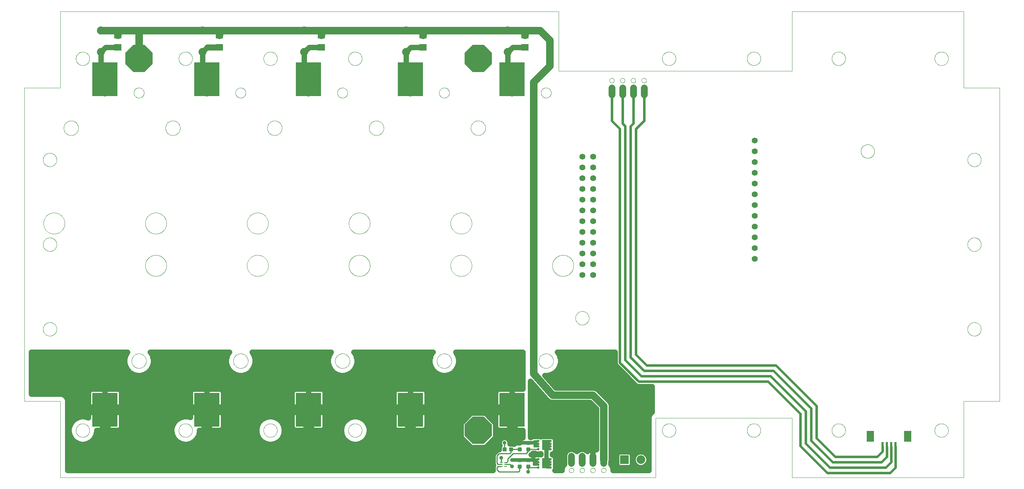
<source format=gtl>
G75*
%MOIN*%
%OFA0B0*%
%FSLAX25Y25*%
%IPPOS*%
%LPD*%
%AMOC8*
5,1,8,0,0,1.08239X$1,22.5*
%
%ADD10C,0.00000*%
%ADD11C,0.07087*%
%ADD12R,0.23622X0.31496*%
%ADD13C,0.05543*%
%ADD14C,0.07400*%
%ADD15R,0.07087X0.06299*%
%ADD16R,0.03150X0.01102*%
%ADD17R,0.02953X0.01102*%
%ADD18R,0.02480X0.01969*%
%ADD19R,0.07480X0.09646*%
%ADD20R,0.04193X0.07087*%
%ADD21C,0.00875*%
%ADD22R,0.08000X0.08000*%
%ADD23C,0.08000*%
%ADD24C,0.06496*%
%ADD25R,0.02362X0.08661*%
%ADD26R,0.07087X0.10236*%
%ADD27C,0.05000*%
%ADD28C,0.05600*%
%ADD29C,0.01600*%
%ADD30C,0.04000*%
%ADD31C,0.01000*%
%ADD32C,0.03569*%
%ADD33OC8,0.25400*%
%ADD34C,0.07000*%
%ADD35OC8,0.03569*%
%ADD36C,0.03200*%
%ADD37C,0.04750*%
%ADD38C,0.11811*%
%ADD39C,0.02400*%
D10*
X0036965Y0006131D02*
X0036965Y0076997D01*
X0003500Y0076997D01*
X0003500Y0368336D01*
X0036965Y0368336D01*
X0036965Y0439202D01*
X0499563Y0439202D01*
X0499563Y0384084D01*
X0716098Y0384084D01*
X0716098Y0439202D01*
X0875547Y0439202D01*
X0875547Y0368336D01*
X0909012Y0368336D01*
X0909012Y0076997D01*
X0875547Y0076997D01*
X0875547Y0006131D01*
X0716098Y0006131D01*
X0716098Y0061249D01*
X0589563Y0061249D01*
X0589563Y0006131D01*
X0036965Y0006131D01*
X0051335Y0049832D02*
X0051337Y0049990D01*
X0051343Y0050148D01*
X0051353Y0050306D01*
X0051367Y0050464D01*
X0051385Y0050621D01*
X0051406Y0050778D01*
X0051432Y0050934D01*
X0051462Y0051090D01*
X0051495Y0051245D01*
X0051533Y0051398D01*
X0051574Y0051551D01*
X0051619Y0051703D01*
X0051668Y0051854D01*
X0051721Y0052003D01*
X0051777Y0052151D01*
X0051837Y0052297D01*
X0051901Y0052442D01*
X0051969Y0052585D01*
X0052040Y0052727D01*
X0052114Y0052867D01*
X0052192Y0053004D01*
X0052274Y0053140D01*
X0052358Y0053274D01*
X0052447Y0053405D01*
X0052538Y0053534D01*
X0052633Y0053661D01*
X0052730Y0053786D01*
X0052831Y0053908D01*
X0052935Y0054027D01*
X0053042Y0054144D01*
X0053152Y0054258D01*
X0053265Y0054369D01*
X0053380Y0054478D01*
X0053498Y0054583D01*
X0053619Y0054685D01*
X0053742Y0054785D01*
X0053868Y0054881D01*
X0053996Y0054974D01*
X0054126Y0055064D01*
X0054259Y0055150D01*
X0054394Y0055234D01*
X0054530Y0055313D01*
X0054669Y0055390D01*
X0054810Y0055462D01*
X0054952Y0055532D01*
X0055096Y0055597D01*
X0055242Y0055659D01*
X0055389Y0055717D01*
X0055538Y0055772D01*
X0055688Y0055823D01*
X0055839Y0055870D01*
X0055991Y0055913D01*
X0056144Y0055952D01*
X0056299Y0055988D01*
X0056454Y0056019D01*
X0056610Y0056047D01*
X0056766Y0056071D01*
X0056923Y0056091D01*
X0057081Y0056107D01*
X0057238Y0056119D01*
X0057397Y0056127D01*
X0057555Y0056131D01*
X0057713Y0056131D01*
X0057871Y0056127D01*
X0058030Y0056119D01*
X0058187Y0056107D01*
X0058345Y0056091D01*
X0058502Y0056071D01*
X0058658Y0056047D01*
X0058814Y0056019D01*
X0058969Y0055988D01*
X0059124Y0055952D01*
X0059277Y0055913D01*
X0059429Y0055870D01*
X0059580Y0055823D01*
X0059730Y0055772D01*
X0059879Y0055717D01*
X0060026Y0055659D01*
X0060172Y0055597D01*
X0060316Y0055532D01*
X0060458Y0055462D01*
X0060599Y0055390D01*
X0060738Y0055313D01*
X0060874Y0055234D01*
X0061009Y0055150D01*
X0061142Y0055064D01*
X0061272Y0054974D01*
X0061400Y0054881D01*
X0061526Y0054785D01*
X0061649Y0054685D01*
X0061770Y0054583D01*
X0061888Y0054478D01*
X0062003Y0054369D01*
X0062116Y0054258D01*
X0062226Y0054144D01*
X0062333Y0054027D01*
X0062437Y0053908D01*
X0062538Y0053786D01*
X0062635Y0053661D01*
X0062730Y0053534D01*
X0062821Y0053405D01*
X0062910Y0053274D01*
X0062994Y0053140D01*
X0063076Y0053004D01*
X0063154Y0052867D01*
X0063228Y0052727D01*
X0063299Y0052585D01*
X0063367Y0052442D01*
X0063431Y0052297D01*
X0063491Y0052151D01*
X0063547Y0052003D01*
X0063600Y0051854D01*
X0063649Y0051703D01*
X0063694Y0051551D01*
X0063735Y0051398D01*
X0063773Y0051245D01*
X0063806Y0051090D01*
X0063836Y0050934D01*
X0063862Y0050778D01*
X0063883Y0050621D01*
X0063901Y0050464D01*
X0063915Y0050306D01*
X0063925Y0050148D01*
X0063931Y0049990D01*
X0063933Y0049832D01*
X0063931Y0049674D01*
X0063925Y0049516D01*
X0063915Y0049358D01*
X0063901Y0049200D01*
X0063883Y0049043D01*
X0063862Y0048886D01*
X0063836Y0048730D01*
X0063806Y0048574D01*
X0063773Y0048419D01*
X0063735Y0048266D01*
X0063694Y0048113D01*
X0063649Y0047961D01*
X0063600Y0047810D01*
X0063547Y0047661D01*
X0063491Y0047513D01*
X0063431Y0047367D01*
X0063367Y0047222D01*
X0063299Y0047079D01*
X0063228Y0046937D01*
X0063154Y0046797D01*
X0063076Y0046660D01*
X0062994Y0046524D01*
X0062910Y0046390D01*
X0062821Y0046259D01*
X0062730Y0046130D01*
X0062635Y0046003D01*
X0062538Y0045878D01*
X0062437Y0045756D01*
X0062333Y0045637D01*
X0062226Y0045520D01*
X0062116Y0045406D01*
X0062003Y0045295D01*
X0061888Y0045186D01*
X0061770Y0045081D01*
X0061649Y0044979D01*
X0061526Y0044879D01*
X0061400Y0044783D01*
X0061272Y0044690D01*
X0061142Y0044600D01*
X0061009Y0044514D01*
X0060874Y0044430D01*
X0060738Y0044351D01*
X0060599Y0044274D01*
X0060458Y0044202D01*
X0060316Y0044132D01*
X0060172Y0044067D01*
X0060026Y0044005D01*
X0059879Y0043947D01*
X0059730Y0043892D01*
X0059580Y0043841D01*
X0059429Y0043794D01*
X0059277Y0043751D01*
X0059124Y0043712D01*
X0058969Y0043676D01*
X0058814Y0043645D01*
X0058658Y0043617D01*
X0058502Y0043593D01*
X0058345Y0043573D01*
X0058187Y0043557D01*
X0058030Y0043545D01*
X0057871Y0043537D01*
X0057713Y0043533D01*
X0057555Y0043533D01*
X0057397Y0043537D01*
X0057238Y0043545D01*
X0057081Y0043557D01*
X0056923Y0043573D01*
X0056766Y0043593D01*
X0056610Y0043617D01*
X0056454Y0043645D01*
X0056299Y0043676D01*
X0056144Y0043712D01*
X0055991Y0043751D01*
X0055839Y0043794D01*
X0055688Y0043841D01*
X0055538Y0043892D01*
X0055389Y0043947D01*
X0055242Y0044005D01*
X0055096Y0044067D01*
X0054952Y0044132D01*
X0054810Y0044202D01*
X0054669Y0044274D01*
X0054530Y0044351D01*
X0054394Y0044430D01*
X0054259Y0044514D01*
X0054126Y0044600D01*
X0053996Y0044690D01*
X0053868Y0044783D01*
X0053742Y0044879D01*
X0053619Y0044979D01*
X0053498Y0045081D01*
X0053380Y0045186D01*
X0053265Y0045295D01*
X0053152Y0045406D01*
X0053042Y0045520D01*
X0052935Y0045637D01*
X0052831Y0045756D01*
X0052730Y0045878D01*
X0052633Y0046003D01*
X0052538Y0046130D01*
X0052447Y0046259D01*
X0052358Y0046390D01*
X0052274Y0046524D01*
X0052192Y0046660D01*
X0052114Y0046797D01*
X0052040Y0046937D01*
X0051969Y0047079D01*
X0051901Y0047222D01*
X0051837Y0047367D01*
X0051777Y0047513D01*
X0051721Y0047661D01*
X0051668Y0047810D01*
X0051619Y0047961D01*
X0051574Y0048113D01*
X0051533Y0048266D01*
X0051495Y0048419D01*
X0051462Y0048574D01*
X0051432Y0048730D01*
X0051406Y0048886D01*
X0051385Y0049043D01*
X0051367Y0049200D01*
X0051353Y0049358D01*
X0051343Y0049516D01*
X0051337Y0049674D01*
X0051335Y0049832D01*
X0146807Y0049832D02*
X0146809Y0049990D01*
X0146815Y0050148D01*
X0146825Y0050306D01*
X0146839Y0050464D01*
X0146857Y0050621D01*
X0146878Y0050778D01*
X0146904Y0050934D01*
X0146934Y0051090D01*
X0146967Y0051245D01*
X0147005Y0051398D01*
X0147046Y0051551D01*
X0147091Y0051703D01*
X0147140Y0051854D01*
X0147193Y0052003D01*
X0147249Y0052151D01*
X0147309Y0052297D01*
X0147373Y0052442D01*
X0147441Y0052585D01*
X0147512Y0052727D01*
X0147586Y0052867D01*
X0147664Y0053004D01*
X0147746Y0053140D01*
X0147830Y0053274D01*
X0147919Y0053405D01*
X0148010Y0053534D01*
X0148105Y0053661D01*
X0148202Y0053786D01*
X0148303Y0053908D01*
X0148407Y0054027D01*
X0148514Y0054144D01*
X0148624Y0054258D01*
X0148737Y0054369D01*
X0148852Y0054478D01*
X0148970Y0054583D01*
X0149091Y0054685D01*
X0149214Y0054785D01*
X0149340Y0054881D01*
X0149468Y0054974D01*
X0149598Y0055064D01*
X0149731Y0055150D01*
X0149866Y0055234D01*
X0150002Y0055313D01*
X0150141Y0055390D01*
X0150282Y0055462D01*
X0150424Y0055532D01*
X0150568Y0055597D01*
X0150714Y0055659D01*
X0150861Y0055717D01*
X0151010Y0055772D01*
X0151160Y0055823D01*
X0151311Y0055870D01*
X0151463Y0055913D01*
X0151616Y0055952D01*
X0151771Y0055988D01*
X0151926Y0056019D01*
X0152082Y0056047D01*
X0152238Y0056071D01*
X0152395Y0056091D01*
X0152553Y0056107D01*
X0152710Y0056119D01*
X0152869Y0056127D01*
X0153027Y0056131D01*
X0153185Y0056131D01*
X0153343Y0056127D01*
X0153502Y0056119D01*
X0153659Y0056107D01*
X0153817Y0056091D01*
X0153974Y0056071D01*
X0154130Y0056047D01*
X0154286Y0056019D01*
X0154441Y0055988D01*
X0154596Y0055952D01*
X0154749Y0055913D01*
X0154901Y0055870D01*
X0155052Y0055823D01*
X0155202Y0055772D01*
X0155351Y0055717D01*
X0155498Y0055659D01*
X0155644Y0055597D01*
X0155788Y0055532D01*
X0155930Y0055462D01*
X0156071Y0055390D01*
X0156210Y0055313D01*
X0156346Y0055234D01*
X0156481Y0055150D01*
X0156614Y0055064D01*
X0156744Y0054974D01*
X0156872Y0054881D01*
X0156998Y0054785D01*
X0157121Y0054685D01*
X0157242Y0054583D01*
X0157360Y0054478D01*
X0157475Y0054369D01*
X0157588Y0054258D01*
X0157698Y0054144D01*
X0157805Y0054027D01*
X0157909Y0053908D01*
X0158010Y0053786D01*
X0158107Y0053661D01*
X0158202Y0053534D01*
X0158293Y0053405D01*
X0158382Y0053274D01*
X0158466Y0053140D01*
X0158548Y0053004D01*
X0158626Y0052867D01*
X0158700Y0052727D01*
X0158771Y0052585D01*
X0158839Y0052442D01*
X0158903Y0052297D01*
X0158963Y0052151D01*
X0159019Y0052003D01*
X0159072Y0051854D01*
X0159121Y0051703D01*
X0159166Y0051551D01*
X0159207Y0051398D01*
X0159245Y0051245D01*
X0159278Y0051090D01*
X0159308Y0050934D01*
X0159334Y0050778D01*
X0159355Y0050621D01*
X0159373Y0050464D01*
X0159387Y0050306D01*
X0159397Y0050148D01*
X0159403Y0049990D01*
X0159405Y0049832D01*
X0159403Y0049674D01*
X0159397Y0049516D01*
X0159387Y0049358D01*
X0159373Y0049200D01*
X0159355Y0049043D01*
X0159334Y0048886D01*
X0159308Y0048730D01*
X0159278Y0048574D01*
X0159245Y0048419D01*
X0159207Y0048266D01*
X0159166Y0048113D01*
X0159121Y0047961D01*
X0159072Y0047810D01*
X0159019Y0047661D01*
X0158963Y0047513D01*
X0158903Y0047367D01*
X0158839Y0047222D01*
X0158771Y0047079D01*
X0158700Y0046937D01*
X0158626Y0046797D01*
X0158548Y0046660D01*
X0158466Y0046524D01*
X0158382Y0046390D01*
X0158293Y0046259D01*
X0158202Y0046130D01*
X0158107Y0046003D01*
X0158010Y0045878D01*
X0157909Y0045756D01*
X0157805Y0045637D01*
X0157698Y0045520D01*
X0157588Y0045406D01*
X0157475Y0045295D01*
X0157360Y0045186D01*
X0157242Y0045081D01*
X0157121Y0044979D01*
X0156998Y0044879D01*
X0156872Y0044783D01*
X0156744Y0044690D01*
X0156614Y0044600D01*
X0156481Y0044514D01*
X0156346Y0044430D01*
X0156210Y0044351D01*
X0156071Y0044274D01*
X0155930Y0044202D01*
X0155788Y0044132D01*
X0155644Y0044067D01*
X0155498Y0044005D01*
X0155351Y0043947D01*
X0155202Y0043892D01*
X0155052Y0043841D01*
X0154901Y0043794D01*
X0154749Y0043751D01*
X0154596Y0043712D01*
X0154441Y0043676D01*
X0154286Y0043645D01*
X0154130Y0043617D01*
X0153974Y0043593D01*
X0153817Y0043573D01*
X0153659Y0043557D01*
X0153502Y0043545D01*
X0153343Y0043537D01*
X0153185Y0043533D01*
X0153027Y0043533D01*
X0152869Y0043537D01*
X0152710Y0043545D01*
X0152553Y0043557D01*
X0152395Y0043573D01*
X0152238Y0043593D01*
X0152082Y0043617D01*
X0151926Y0043645D01*
X0151771Y0043676D01*
X0151616Y0043712D01*
X0151463Y0043751D01*
X0151311Y0043794D01*
X0151160Y0043841D01*
X0151010Y0043892D01*
X0150861Y0043947D01*
X0150714Y0044005D01*
X0150568Y0044067D01*
X0150424Y0044132D01*
X0150282Y0044202D01*
X0150141Y0044274D01*
X0150002Y0044351D01*
X0149866Y0044430D01*
X0149731Y0044514D01*
X0149598Y0044600D01*
X0149468Y0044690D01*
X0149340Y0044783D01*
X0149214Y0044879D01*
X0149091Y0044979D01*
X0148970Y0045081D01*
X0148852Y0045186D01*
X0148737Y0045295D01*
X0148624Y0045406D01*
X0148514Y0045520D01*
X0148407Y0045637D01*
X0148303Y0045756D01*
X0148202Y0045878D01*
X0148105Y0046003D01*
X0148010Y0046130D01*
X0147919Y0046259D01*
X0147830Y0046390D01*
X0147746Y0046524D01*
X0147664Y0046660D01*
X0147586Y0046797D01*
X0147512Y0046937D01*
X0147441Y0047079D01*
X0147373Y0047222D01*
X0147309Y0047367D01*
X0147249Y0047513D01*
X0147193Y0047661D01*
X0147140Y0047810D01*
X0147091Y0047961D01*
X0147046Y0048113D01*
X0147005Y0048266D01*
X0146967Y0048419D01*
X0146934Y0048574D01*
X0146904Y0048730D01*
X0146878Y0048886D01*
X0146857Y0049043D01*
X0146839Y0049200D01*
X0146825Y0049358D01*
X0146815Y0049516D01*
X0146809Y0049674D01*
X0146807Y0049832D01*
X0225547Y0049832D02*
X0225549Y0049990D01*
X0225555Y0050148D01*
X0225565Y0050306D01*
X0225579Y0050464D01*
X0225597Y0050621D01*
X0225618Y0050778D01*
X0225644Y0050934D01*
X0225674Y0051090D01*
X0225707Y0051245D01*
X0225745Y0051398D01*
X0225786Y0051551D01*
X0225831Y0051703D01*
X0225880Y0051854D01*
X0225933Y0052003D01*
X0225989Y0052151D01*
X0226049Y0052297D01*
X0226113Y0052442D01*
X0226181Y0052585D01*
X0226252Y0052727D01*
X0226326Y0052867D01*
X0226404Y0053004D01*
X0226486Y0053140D01*
X0226570Y0053274D01*
X0226659Y0053405D01*
X0226750Y0053534D01*
X0226845Y0053661D01*
X0226942Y0053786D01*
X0227043Y0053908D01*
X0227147Y0054027D01*
X0227254Y0054144D01*
X0227364Y0054258D01*
X0227477Y0054369D01*
X0227592Y0054478D01*
X0227710Y0054583D01*
X0227831Y0054685D01*
X0227954Y0054785D01*
X0228080Y0054881D01*
X0228208Y0054974D01*
X0228338Y0055064D01*
X0228471Y0055150D01*
X0228606Y0055234D01*
X0228742Y0055313D01*
X0228881Y0055390D01*
X0229022Y0055462D01*
X0229164Y0055532D01*
X0229308Y0055597D01*
X0229454Y0055659D01*
X0229601Y0055717D01*
X0229750Y0055772D01*
X0229900Y0055823D01*
X0230051Y0055870D01*
X0230203Y0055913D01*
X0230356Y0055952D01*
X0230511Y0055988D01*
X0230666Y0056019D01*
X0230822Y0056047D01*
X0230978Y0056071D01*
X0231135Y0056091D01*
X0231293Y0056107D01*
X0231450Y0056119D01*
X0231609Y0056127D01*
X0231767Y0056131D01*
X0231925Y0056131D01*
X0232083Y0056127D01*
X0232242Y0056119D01*
X0232399Y0056107D01*
X0232557Y0056091D01*
X0232714Y0056071D01*
X0232870Y0056047D01*
X0233026Y0056019D01*
X0233181Y0055988D01*
X0233336Y0055952D01*
X0233489Y0055913D01*
X0233641Y0055870D01*
X0233792Y0055823D01*
X0233942Y0055772D01*
X0234091Y0055717D01*
X0234238Y0055659D01*
X0234384Y0055597D01*
X0234528Y0055532D01*
X0234670Y0055462D01*
X0234811Y0055390D01*
X0234950Y0055313D01*
X0235086Y0055234D01*
X0235221Y0055150D01*
X0235354Y0055064D01*
X0235484Y0054974D01*
X0235612Y0054881D01*
X0235738Y0054785D01*
X0235861Y0054685D01*
X0235982Y0054583D01*
X0236100Y0054478D01*
X0236215Y0054369D01*
X0236328Y0054258D01*
X0236438Y0054144D01*
X0236545Y0054027D01*
X0236649Y0053908D01*
X0236750Y0053786D01*
X0236847Y0053661D01*
X0236942Y0053534D01*
X0237033Y0053405D01*
X0237122Y0053274D01*
X0237206Y0053140D01*
X0237288Y0053004D01*
X0237366Y0052867D01*
X0237440Y0052727D01*
X0237511Y0052585D01*
X0237579Y0052442D01*
X0237643Y0052297D01*
X0237703Y0052151D01*
X0237759Y0052003D01*
X0237812Y0051854D01*
X0237861Y0051703D01*
X0237906Y0051551D01*
X0237947Y0051398D01*
X0237985Y0051245D01*
X0238018Y0051090D01*
X0238048Y0050934D01*
X0238074Y0050778D01*
X0238095Y0050621D01*
X0238113Y0050464D01*
X0238127Y0050306D01*
X0238137Y0050148D01*
X0238143Y0049990D01*
X0238145Y0049832D01*
X0238143Y0049674D01*
X0238137Y0049516D01*
X0238127Y0049358D01*
X0238113Y0049200D01*
X0238095Y0049043D01*
X0238074Y0048886D01*
X0238048Y0048730D01*
X0238018Y0048574D01*
X0237985Y0048419D01*
X0237947Y0048266D01*
X0237906Y0048113D01*
X0237861Y0047961D01*
X0237812Y0047810D01*
X0237759Y0047661D01*
X0237703Y0047513D01*
X0237643Y0047367D01*
X0237579Y0047222D01*
X0237511Y0047079D01*
X0237440Y0046937D01*
X0237366Y0046797D01*
X0237288Y0046660D01*
X0237206Y0046524D01*
X0237122Y0046390D01*
X0237033Y0046259D01*
X0236942Y0046130D01*
X0236847Y0046003D01*
X0236750Y0045878D01*
X0236649Y0045756D01*
X0236545Y0045637D01*
X0236438Y0045520D01*
X0236328Y0045406D01*
X0236215Y0045295D01*
X0236100Y0045186D01*
X0235982Y0045081D01*
X0235861Y0044979D01*
X0235738Y0044879D01*
X0235612Y0044783D01*
X0235484Y0044690D01*
X0235354Y0044600D01*
X0235221Y0044514D01*
X0235086Y0044430D01*
X0234950Y0044351D01*
X0234811Y0044274D01*
X0234670Y0044202D01*
X0234528Y0044132D01*
X0234384Y0044067D01*
X0234238Y0044005D01*
X0234091Y0043947D01*
X0233942Y0043892D01*
X0233792Y0043841D01*
X0233641Y0043794D01*
X0233489Y0043751D01*
X0233336Y0043712D01*
X0233181Y0043676D01*
X0233026Y0043645D01*
X0232870Y0043617D01*
X0232714Y0043593D01*
X0232557Y0043573D01*
X0232399Y0043557D01*
X0232242Y0043545D01*
X0232083Y0043537D01*
X0231925Y0043533D01*
X0231767Y0043533D01*
X0231609Y0043537D01*
X0231450Y0043545D01*
X0231293Y0043557D01*
X0231135Y0043573D01*
X0230978Y0043593D01*
X0230822Y0043617D01*
X0230666Y0043645D01*
X0230511Y0043676D01*
X0230356Y0043712D01*
X0230203Y0043751D01*
X0230051Y0043794D01*
X0229900Y0043841D01*
X0229750Y0043892D01*
X0229601Y0043947D01*
X0229454Y0044005D01*
X0229308Y0044067D01*
X0229164Y0044132D01*
X0229022Y0044202D01*
X0228881Y0044274D01*
X0228742Y0044351D01*
X0228606Y0044430D01*
X0228471Y0044514D01*
X0228338Y0044600D01*
X0228208Y0044690D01*
X0228080Y0044783D01*
X0227954Y0044879D01*
X0227831Y0044979D01*
X0227710Y0045081D01*
X0227592Y0045186D01*
X0227477Y0045295D01*
X0227364Y0045406D01*
X0227254Y0045520D01*
X0227147Y0045637D01*
X0227043Y0045756D01*
X0226942Y0045878D01*
X0226845Y0046003D01*
X0226750Y0046130D01*
X0226659Y0046259D01*
X0226570Y0046390D01*
X0226486Y0046524D01*
X0226404Y0046660D01*
X0226326Y0046797D01*
X0226252Y0046937D01*
X0226181Y0047079D01*
X0226113Y0047222D01*
X0226049Y0047367D01*
X0225989Y0047513D01*
X0225933Y0047661D01*
X0225880Y0047810D01*
X0225831Y0047961D01*
X0225786Y0048113D01*
X0225745Y0048266D01*
X0225707Y0048419D01*
X0225674Y0048574D01*
X0225644Y0048730D01*
X0225618Y0048886D01*
X0225597Y0049043D01*
X0225579Y0049200D01*
X0225565Y0049358D01*
X0225555Y0049516D01*
X0225549Y0049674D01*
X0225547Y0049832D01*
X0304288Y0049832D02*
X0304290Y0049990D01*
X0304296Y0050148D01*
X0304306Y0050306D01*
X0304320Y0050464D01*
X0304338Y0050621D01*
X0304359Y0050778D01*
X0304385Y0050934D01*
X0304415Y0051090D01*
X0304448Y0051245D01*
X0304486Y0051398D01*
X0304527Y0051551D01*
X0304572Y0051703D01*
X0304621Y0051854D01*
X0304674Y0052003D01*
X0304730Y0052151D01*
X0304790Y0052297D01*
X0304854Y0052442D01*
X0304922Y0052585D01*
X0304993Y0052727D01*
X0305067Y0052867D01*
X0305145Y0053004D01*
X0305227Y0053140D01*
X0305311Y0053274D01*
X0305400Y0053405D01*
X0305491Y0053534D01*
X0305586Y0053661D01*
X0305683Y0053786D01*
X0305784Y0053908D01*
X0305888Y0054027D01*
X0305995Y0054144D01*
X0306105Y0054258D01*
X0306218Y0054369D01*
X0306333Y0054478D01*
X0306451Y0054583D01*
X0306572Y0054685D01*
X0306695Y0054785D01*
X0306821Y0054881D01*
X0306949Y0054974D01*
X0307079Y0055064D01*
X0307212Y0055150D01*
X0307347Y0055234D01*
X0307483Y0055313D01*
X0307622Y0055390D01*
X0307763Y0055462D01*
X0307905Y0055532D01*
X0308049Y0055597D01*
X0308195Y0055659D01*
X0308342Y0055717D01*
X0308491Y0055772D01*
X0308641Y0055823D01*
X0308792Y0055870D01*
X0308944Y0055913D01*
X0309097Y0055952D01*
X0309252Y0055988D01*
X0309407Y0056019D01*
X0309563Y0056047D01*
X0309719Y0056071D01*
X0309876Y0056091D01*
X0310034Y0056107D01*
X0310191Y0056119D01*
X0310350Y0056127D01*
X0310508Y0056131D01*
X0310666Y0056131D01*
X0310824Y0056127D01*
X0310983Y0056119D01*
X0311140Y0056107D01*
X0311298Y0056091D01*
X0311455Y0056071D01*
X0311611Y0056047D01*
X0311767Y0056019D01*
X0311922Y0055988D01*
X0312077Y0055952D01*
X0312230Y0055913D01*
X0312382Y0055870D01*
X0312533Y0055823D01*
X0312683Y0055772D01*
X0312832Y0055717D01*
X0312979Y0055659D01*
X0313125Y0055597D01*
X0313269Y0055532D01*
X0313411Y0055462D01*
X0313552Y0055390D01*
X0313691Y0055313D01*
X0313827Y0055234D01*
X0313962Y0055150D01*
X0314095Y0055064D01*
X0314225Y0054974D01*
X0314353Y0054881D01*
X0314479Y0054785D01*
X0314602Y0054685D01*
X0314723Y0054583D01*
X0314841Y0054478D01*
X0314956Y0054369D01*
X0315069Y0054258D01*
X0315179Y0054144D01*
X0315286Y0054027D01*
X0315390Y0053908D01*
X0315491Y0053786D01*
X0315588Y0053661D01*
X0315683Y0053534D01*
X0315774Y0053405D01*
X0315863Y0053274D01*
X0315947Y0053140D01*
X0316029Y0053004D01*
X0316107Y0052867D01*
X0316181Y0052727D01*
X0316252Y0052585D01*
X0316320Y0052442D01*
X0316384Y0052297D01*
X0316444Y0052151D01*
X0316500Y0052003D01*
X0316553Y0051854D01*
X0316602Y0051703D01*
X0316647Y0051551D01*
X0316688Y0051398D01*
X0316726Y0051245D01*
X0316759Y0051090D01*
X0316789Y0050934D01*
X0316815Y0050778D01*
X0316836Y0050621D01*
X0316854Y0050464D01*
X0316868Y0050306D01*
X0316878Y0050148D01*
X0316884Y0049990D01*
X0316886Y0049832D01*
X0316884Y0049674D01*
X0316878Y0049516D01*
X0316868Y0049358D01*
X0316854Y0049200D01*
X0316836Y0049043D01*
X0316815Y0048886D01*
X0316789Y0048730D01*
X0316759Y0048574D01*
X0316726Y0048419D01*
X0316688Y0048266D01*
X0316647Y0048113D01*
X0316602Y0047961D01*
X0316553Y0047810D01*
X0316500Y0047661D01*
X0316444Y0047513D01*
X0316384Y0047367D01*
X0316320Y0047222D01*
X0316252Y0047079D01*
X0316181Y0046937D01*
X0316107Y0046797D01*
X0316029Y0046660D01*
X0315947Y0046524D01*
X0315863Y0046390D01*
X0315774Y0046259D01*
X0315683Y0046130D01*
X0315588Y0046003D01*
X0315491Y0045878D01*
X0315390Y0045756D01*
X0315286Y0045637D01*
X0315179Y0045520D01*
X0315069Y0045406D01*
X0314956Y0045295D01*
X0314841Y0045186D01*
X0314723Y0045081D01*
X0314602Y0044979D01*
X0314479Y0044879D01*
X0314353Y0044783D01*
X0314225Y0044690D01*
X0314095Y0044600D01*
X0313962Y0044514D01*
X0313827Y0044430D01*
X0313691Y0044351D01*
X0313552Y0044274D01*
X0313411Y0044202D01*
X0313269Y0044132D01*
X0313125Y0044067D01*
X0312979Y0044005D01*
X0312832Y0043947D01*
X0312683Y0043892D01*
X0312533Y0043841D01*
X0312382Y0043794D01*
X0312230Y0043751D01*
X0312077Y0043712D01*
X0311922Y0043676D01*
X0311767Y0043645D01*
X0311611Y0043617D01*
X0311455Y0043593D01*
X0311298Y0043573D01*
X0311140Y0043557D01*
X0310983Y0043545D01*
X0310824Y0043537D01*
X0310666Y0043533D01*
X0310508Y0043533D01*
X0310350Y0043537D01*
X0310191Y0043545D01*
X0310034Y0043557D01*
X0309876Y0043573D01*
X0309719Y0043593D01*
X0309563Y0043617D01*
X0309407Y0043645D01*
X0309252Y0043676D01*
X0309097Y0043712D01*
X0308944Y0043751D01*
X0308792Y0043794D01*
X0308641Y0043841D01*
X0308491Y0043892D01*
X0308342Y0043947D01*
X0308195Y0044005D01*
X0308049Y0044067D01*
X0307905Y0044132D01*
X0307763Y0044202D01*
X0307622Y0044274D01*
X0307483Y0044351D01*
X0307347Y0044430D01*
X0307212Y0044514D01*
X0307079Y0044600D01*
X0306949Y0044690D01*
X0306821Y0044783D01*
X0306695Y0044879D01*
X0306572Y0044979D01*
X0306451Y0045081D01*
X0306333Y0045186D01*
X0306218Y0045295D01*
X0306105Y0045406D01*
X0305995Y0045520D01*
X0305888Y0045637D01*
X0305784Y0045756D01*
X0305683Y0045878D01*
X0305586Y0046003D01*
X0305491Y0046130D01*
X0305400Y0046259D01*
X0305311Y0046390D01*
X0305227Y0046524D01*
X0305145Y0046660D01*
X0305067Y0046797D01*
X0304993Y0046937D01*
X0304922Y0047079D01*
X0304854Y0047222D01*
X0304790Y0047367D01*
X0304730Y0047513D01*
X0304674Y0047661D01*
X0304621Y0047810D01*
X0304572Y0047961D01*
X0304527Y0048113D01*
X0304486Y0048266D01*
X0304448Y0048419D01*
X0304415Y0048574D01*
X0304385Y0048730D01*
X0304359Y0048886D01*
X0304338Y0049043D01*
X0304320Y0049200D01*
X0304306Y0049358D01*
X0304296Y0049516D01*
X0304290Y0049674D01*
X0304288Y0049832D01*
X0291985Y0114399D02*
X0291987Y0114566D01*
X0291993Y0114732D01*
X0292003Y0114899D01*
X0292018Y0115065D01*
X0292036Y0115230D01*
X0292059Y0115395D01*
X0292085Y0115560D01*
X0292115Y0115724D01*
X0292150Y0115887D01*
X0292189Y0116049D01*
X0292231Y0116210D01*
X0292277Y0116370D01*
X0292328Y0116529D01*
X0292382Y0116687D01*
X0292440Y0116843D01*
X0292502Y0116998D01*
X0292568Y0117151D01*
X0292637Y0117303D01*
X0292710Y0117452D01*
X0292787Y0117600D01*
X0292867Y0117746D01*
X0292951Y0117890D01*
X0293039Y0118032D01*
X0293129Y0118172D01*
X0293224Y0118309D01*
X0293321Y0118444D01*
X0293422Y0118577D01*
X0293526Y0118707D01*
X0293634Y0118835D01*
X0293744Y0118960D01*
X0293858Y0119082D01*
X0293974Y0119201D01*
X0294093Y0119317D01*
X0294215Y0119431D01*
X0294340Y0119541D01*
X0294468Y0119649D01*
X0294598Y0119753D01*
X0294731Y0119854D01*
X0294866Y0119951D01*
X0295003Y0120046D01*
X0295143Y0120136D01*
X0295285Y0120224D01*
X0295429Y0120308D01*
X0295575Y0120388D01*
X0295723Y0120465D01*
X0295872Y0120538D01*
X0296024Y0120607D01*
X0296177Y0120673D01*
X0296332Y0120735D01*
X0296488Y0120793D01*
X0296646Y0120847D01*
X0296805Y0120898D01*
X0296965Y0120944D01*
X0297126Y0120986D01*
X0297288Y0121025D01*
X0297451Y0121060D01*
X0297615Y0121090D01*
X0297780Y0121116D01*
X0297945Y0121139D01*
X0298110Y0121157D01*
X0298276Y0121172D01*
X0298443Y0121182D01*
X0298609Y0121188D01*
X0298776Y0121190D01*
X0298943Y0121188D01*
X0299109Y0121182D01*
X0299276Y0121172D01*
X0299442Y0121157D01*
X0299607Y0121139D01*
X0299772Y0121116D01*
X0299937Y0121090D01*
X0300101Y0121060D01*
X0300264Y0121025D01*
X0300426Y0120986D01*
X0300587Y0120944D01*
X0300747Y0120898D01*
X0300906Y0120847D01*
X0301064Y0120793D01*
X0301220Y0120735D01*
X0301375Y0120673D01*
X0301528Y0120607D01*
X0301680Y0120538D01*
X0301829Y0120465D01*
X0301977Y0120388D01*
X0302123Y0120308D01*
X0302267Y0120224D01*
X0302409Y0120136D01*
X0302549Y0120046D01*
X0302686Y0119951D01*
X0302821Y0119854D01*
X0302954Y0119753D01*
X0303084Y0119649D01*
X0303212Y0119541D01*
X0303337Y0119431D01*
X0303459Y0119317D01*
X0303578Y0119201D01*
X0303694Y0119082D01*
X0303808Y0118960D01*
X0303918Y0118835D01*
X0304026Y0118707D01*
X0304130Y0118577D01*
X0304231Y0118444D01*
X0304328Y0118309D01*
X0304423Y0118172D01*
X0304513Y0118032D01*
X0304601Y0117890D01*
X0304685Y0117746D01*
X0304765Y0117600D01*
X0304842Y0117452D01*
X0304915Y0117303D01*
X0304984Y0117151D01*
X0305050Y0116998D01*
X0305112Y0116843D01*
X0305170Y0116687D01*
X0305224Y0116529D01*
X0305275Y0116370D01*
X0305321Y0116210D01*
X0305363Y0116049D01*
X0305402Y0115887D01*
X0305437Y0115724D01*
X0305467Y0115560D01*
X0305493Y0115395D01*
X0305516Y0115230D01*
X0305534Y0115065D01*
X0305549Y0114899D01*
X0305559Y0114732D01*
X0305565Y0114566D01*
X0305567Y0114399D01*
X0305565Y0114232D01*
X0305559Y0114066D01*
X0305549Y0113899D01*
X0305534Y0113733D01*
X0305516Y0113568D01*
X0305493Y0113403D01*
X0305467Y0113238D01*
X0305437Y0113074D01*
X0305402Y0112911D01*
X0305363Y0112749D01*
X0305321Y0112588D01*
X0305275Y0112428D01*
X0305224Y0112269D01*
X0305170Y0112111D01*
X0305112Y0111955D01*
X0305050Y0111800D01*
X0304984Y0111647D01*
X0304915Y0111495D01*
X0304842Y0111346D01*
X0304765Y0111198D01*
X0304685Y0111052D01*
X0304601Y0110908D01*
X0304513Y0110766D01*
X0304423Y0110626D01*
X0304328Y0110489D01*
X0304231Y0110354D01*
X0304130Y0110221D01*
X0304026Y0110091D01*
X0303918Y0109963D01*
X0303808Y0109838D01*
X0303694Y0109716D01*
X0303578Y0109597D01*
X0303459Y0109481D01*
X0303337Y0109367D01*
X0303212Y0109257D01*
X0303084Y0109149D01*
X0302954Y0109045D01*
X0302821Y0108944D01*
X0302686Y0108847D01*
X0302549Y0108752D01*
X0302409Y0108662D01*
X0302267Y0108574D01*
X0302123Y0108490D01*
X0301977Y0108410D01*
X0301829Y0108333D01*
X0301680Y0108260D01*
X0301528Y0108191D01*
X0301375Y0108125D01*
X0301220Y0108063D01*
X0301064Y0108005D01*
X0300906Y0107951D01*
X0300747Y0107900D01*
X0300587Y0107854D01*
X0300426Y0107812D01*
X0300264Y0107773D01*
X0300101Y0107738D01*
X0299937Y0107708D01*
X0299772Y0107682D01*
X0299607Y0107659D01*
X0299442Y0107641D01*
X0299276Y0107626D01*
X0299109Y0107616D01*
X0298943Y0107610D01*
X0298776Y0107608D01*
X0298609Y0107610D01*
X0298443Y0107616D01*
X0298276Y0107626D01*
X0298110Y0107641D01*
X0297945Y0107659D01*
X0297780Y0107682D01*
X0297615Y0107708D01*
X0297451Y0107738D01*
X0297288Y0107773D01*
X0297126Y0107812D01*
X0296965Y0107854D01*
X0296805Y0107900D01*
X0296646Y0107951D01*
X0296488Y0108005D01*
X0296332Y0108063D01*
X0296177Y0108125D01*
X0296024Y0108191D01*
X0295872Y0108260D01*
X0295723Y0108333D01*
X0295575Y0108410D01*
X0295429Y0108490D01*
X0295285Y0108574D01*
X0295143Y0108662D01*
X0295003Y0108752D01*
X0294866Y0108847D01*
X0294731Y0108944D01*
X0294598Y0109045D01*
X0294468Y0109149D01*
X0294340Y0109257D01*
X0294215Y0109367D01*
X0294093Y0109481D01*
X0293974Y0109597D01*
X0293858Y0109716D01*
X0293744Y0109838D01*
X0293634Y0109963D01*
X0293526Y0110091D01*
X0293422Y0110221D01*
X0293321Y0110354D01*
X0293224Y0110489D01*
X0293129Y0110626D01*
X0293039Y0110766D01*
X0292951Y0110908D01*
X0292867Y0111052D01*
X0292787Y0111198D01*
X0292710Y0111346D01*
X0292637Y0111495D01*
X0292568Y0111647D01*
X0292502Y0111800D01*
X0292440Y0111955D01*
X0292382Y0112111D01*
X0292328Y0112269D01*
X0292277Y0112428D01*
X0292231Y0112588D01*
X0292189Y0112749D01*
X0292150Y0112911D01*
X0292115Y0113074D01*
X0292085Y0113238D01*
X0292059Y0113403D01*
X0292036Y0113568D01*
X0292018Y0113733D01*
X0292003Y0113899D01*
X0291993Y0114066D01*
X0291987Y0114232D01*
X0291985Y0114399D01*
X0197496Y0114399D02*
X0197498Y0114566D01*
X0197504Y0114732D01*
X0197514Y0114899D01*
X0197529Y0115065D01*
X0197547Y0115230D01*
X0197570Y0115395D01*
X0197596Y0115560D01*
X0197626Y0115724D01*
X0197661Y0115887D01*
X0197700Y0116049D01*
X0197742Y0116210D01*
X0197788Y0116370D01*
X0197839Y0116529D01*
X0197893Y0116687D01*
X0197951Y0116843D01*
X0198013Y0116998D01*
X0198079Y0117151D01*
X0198148Y0117303D01*
X0198221Y0117452D01*
X0198298Y0117600D01*
X0198378Y0117746D01*
X0198462Y0117890D01*
X0198550Y0118032D01*
X0198640Y0118172D01*
X0198735Y0118309D01*
X0198832Y0118444D01*
X0198933Y0118577D01*
X0199037Y0118707D01*
X0199145Y0118835D01*
X0199255Y0118960D01*
X0199369Y0119082D01*
X0199485Y0119201D01*
X0199604Y0119317D01*
X0199726Y0119431D01*
X0199851Y0119541D01*
X0199979Y0119649D01*
X0200109Y0119753D01*
X0200242Y0119854D01*
X0200377Y0119951D01*
X0200514Y0120046D01*
X0200654Y0120136D01*
X0200796Y0120224D01*
X0200940Y0120308D01*
X0201086Y0120388D01*
X0201234Y0120465D01*
X0201383Y0120538D01*
X0201535Y0120607D01*
X0201688Y0120673D01*
X0201843Y0120735D01*
X0201999Y0120793D01*
X0202157Y0120847D01*
X0202316Y0120898D01*
X0202476Y0120944D01*
X0202637Y0120986D01*
X0202799Y0121025D01*
X0202962Y0121060D01*
X0203126Y0121090D01*
X0203291Y0121116D01*
X0203456Y0121139D01*
X0203621Y0121157D01*
X0203787Y0121172D01*
X0203954Y0121182D01*
X0204120Y0121188D01*
X0204287Y0121190D01*
X0204454Y0121188D01*
X0204620Y0121182D01*
X0204787Y0121172D01*
X0204953Y0121157D01*
X0205118Y0121139D01*
X0205283Y0121116D01*
X0205448Y0121090D01*
X0205612Y0121060D01*
X0205775Y0121025D01*
X0205937Y0120986D01*
X0206098Y0120944D01*
X0206258Y0120898D01*
X0206417Y0120847D01*
X0206575Y0120793D01*
X0206731Y0120735D01*
X0206886Y0120673D01*
X0207039Y0120607D01*
X0207191Y0120538D01*
X0207340Y0120465D01*
X0207488Y0120388D01*
X0207634Y0120308D01*
X0207778Y0120224D01*
X0207920Y0120136D01*
X0208060Y0120046D01*
X0208197Y0119951D01*
X0208332Y0119854D01*
X0208465Y0119753D01*
X0208595Y0119649D01*
X0208723Y0119541D01*
X0208848Y0119431D01*
X0208970Y0119317D01*
X0209089Y0119201D01*
X0209205Y0119082D01*
X0209319Y0118960D01*
X0209429Y0118835D01*
X0209537Y0118707D01*
X0209641Y0118577D01*
X0209742Y0118444D01*
X0209839Y0118309D01*
X0209934Y0118172D01*
X0210024Y0118032D01*
X0210112Y0117890D01*
X0210196Y0117746D01*
X0210276Y0117600D01*
X0210353Y0117452D01*
X0210426Y0117303D01*
X0210495Y0117151D01*
X0210561Y0116998D01*
X0210623Y0116843D01*
X0210681Y0116687D01*
X0210735Y0116529D01*
X0210786Y0116370D01*
X0210832Y0116210D01*
X0210874Y0116049D01*
X0210913Y0115887D01*
X0210948Y0115724D01*
X0210978Y0115560D01*
X0211004Y0115395D01*
X0211027Y0115230D01*
X0211045Y0115065D01*
X0211060Y0114899D01*
X0211070Y0114732D01*
X0211076Y0114566D01*
X0211078Y0114399D01*
X0211076Y0114232D01*
X0211070Y0114066D01*
X0211060Y0113899D01*
X0211045Y0113733D01*
X0211027Y0113568D01*
X0211004Y0113403D01*
X0210978Y0113238D01*
X0210948Y0113074D01*
X0210913Y0112911D01*
X0210874Y0112749D01*
X0210832Y0112588D01*
X0210786Y0112428D01*
X0210735Y0112269D01*
X0210681Y0112111D01*
X0210623Y0111955D01*
X0210561Y0111800D01*
X0210495Y0111647D01*
X0210426Y0111495D01*
X0210353Y0111346D01*
X0210276Y0111198D01*
X0210196Y0111052D01*
X0210112Y0110908D01*
X0210024Y0110766D01*
X0209934Y0110626D01*
X0209839Y0110489D01*
X0209742Y0110354D01*
X0209641Y0110221D01*
X0209537Y0110091D01*
X0209429Y0109963D01*
X0209319Y0109838D01*
X0209205Y0109716D01*
X0209089Y0109597D01*
X0208970Y0109481D01*
X0208848Y0109367D01*
X0208723Y0109257D01*
X0208595Y0109149D01*
X0208465Y0109045D01*
X0208332Y0108944D01*
X0208197Y0108847D01*
X0208060Y0108752D01*
X0207920Y0108662D01*
X0207778Y0108574D01*
X0207634Y0108490D01*
X0207488Y0108410D01*
X0207340Y0108333D01*
X0207191Y0108260D01*
X0207039Y0108191D01*
X0206886Y0108125D01*
X0206731Y0108063D01*
X0206575Y0108005D01*
X0206417Y0107951D01*
X0206258Y0107900D01*
X0206098Y0107854D01*
X0205937Y0107812D01*
X0205775Y0107773D01*
X0205612Y0107738D01*
X0205448Y0107708D01*
X0205283Y0107682D01*
X0205118Y0107659D01*
X0204953Y0107641D01*
X0204787Y0107626D01*
X0204620Y0107616D01*
X0204454Y0107610D01*
X0204287Y0107608D01*
X0204120Y0107610D01*
X0203954Y0107616D01*
X0203787Y0107626D01*
X0203621Y0107641D01*
X0203456Y0107659D01*
X0203291Y0107682D01*
X0203126Y0107708D01*
X0202962Y0107738D01*
X0202799Y0107773D01*
X0202637Y0107812D01*
X0202476Y0107854D01*
X0202316Y0107900D01*
X0202157Y0107951D01*
X0201999Y0108005D01*
X0201843Y0108063D01*
X0201688Y0108125D01*
X0201535Y0108191D01*
X0201383Y0108260D01*
X0201234Y0108333D01*
X0201086Y0108410D01*
X0200940Y0108490D01*
X0200796Y0108574D01*
X0200654Y0108662D01*
X0200514Y0108752D01*
X0200377Y0108847D01*
X0200242Y0108944D01*
X0200109Y0109045D01*
X0199979Y0109149D01*
X0199851Y0109257D01*
X0199726Y0109367D01*
X0199604Y0109481D01*
X0199485Y0109597D01*
X0199369Y0109716D01*
X0199255Y0109838D01*
X0199145Y0109963D01*
X0199037Y0110091D01*
X0198933Y0110221D01*
X0198832Y0110354D01*
X0198735Y0110489D01*
X0198640Y0110626D01*
X0198550Y0110766D01*
X0198462Y0110908D01*
X0198378Y0111052D01*
X0198298Y0111198D01*
X0198221Y0111346D01*
X0198148Y0111495D01*
X0198079Y0111647D01*
X0198013Y0111800D01*
X0197951Y0111955D01*
X0197893Y0112111D01*
X0197839Y0112269D01*
X0197788Y0112428D01*
X0197742Y0112588D01*
X0197700Y0112749D01*
X0197661Y0112911D01*
X0197626Y0113074D01*
X0197596Y0113238D01*
X0197570Y0113403D01*
X0197547Y0113568D01*
X0197529Y0113733D01*
X0197514Y0113899D01*
X0197504Y0114066D01*
X0197498Y0114232D01*
X0197496Y0114399D01*
X0103008Y0114399D02*
X0103010Y0114566D01*
X0103016Y0114732D01*
X0103026Y0114899D01*
X0103041Y0115065D01*
X0103059Y0115230D01*
X0103082Y0115395D01*
X0103108Y0115560D01*
X0103138Y0115724D01*
X0103173Y0115887D01*
X0103212Y0116049D01*
X0103254Y0116210D01*
X0103300Y0116370D01*
X0103351Y0116529D01*
X0103405Y0116687D01*
X0103463Y0116843D01*
X0103525Y0116998D01*
X0103591Y0117151D01*
X0103660Y0117303D01*
X0103733Y0117452D01*
X0103810Y0117600D01*
X0103890Y0117746D01*
X0103974Y0117890D01*
X0104062Y0118032D01*
X0104152Y0118172D01*
X0104247Y0118309D01*
X0104344Y0118444D01*
X0104445Y0118577D01*
X0104549Y0118707D01*
X0104657Y0118835D01*
X0104767Y0118960D01*
X0104881Y0119082D01*
X0104997Y0119201D01*
X0105116Y0119317D01*
X0105238Y0119431D01*
X0105363Y0119541D01*
X0105491Y0119649D01*
X0105621Y0119753D01*
X0105754Y0119854D01*
X0105889Y0119951D01*
X0106026Y0120046D01*
X0106166Y0120136D01*
X0106308Y0120224D01*
X0106452Y0120308D01*
X0106598Y0120388D01*
X0106746Y0120465D01*
X0106895Y0120538D01*
X0107047Y0120607D01*
X0107200Y0120673D01*
X0107355Y0120735D01*
X0107511Y0120793D01*
X0107669Y0120847D01*
X0107828Y0120898D01*
X0107988Y0120944D01*
X0108149Y0120986D01*
X0108311Y0121025D01*
X0108474Y0121060D01*
X0108638Y0121090D01*
X0108803Y0121116D01*
X0108968Y0121139D01*
X0109133Y0121157D01*
X0109299Y0121172D01*
X0109466Y0121182D01*
X0109632Y0121188D01*
X0109799Y0121190D01*
X0109966Y0121188D01*
X0110132Y0121182D01*
X0110299Y0121172D01*
X0110465Y0121157D01*
X0110630Y0121139D01*
X0110795Y0121116D01*
X0110960Y0121090D01*
X0111124Y0121060D01*
X0111287Y0121025D01*
X0111449Y0120986D01*
X0111610Y0120944D01*
X0111770Y0120898D01*
X0111929Y0120847D01*
X0112087Y0120793D01*
X0112243Y0120735D01*
X0112398Y0120673D01*
X0112551Y0120607D01*
X0112703Y0120538D01*
X0112852Y0120465D01*
X0113000Y0120388D01*
X0113146Y0120308D01*
X0113290Y0120224D01*
X0113432Y0120136D01*
X0113572Y0120046D01*
X0113709Y0119951D01*
X0113844Y0119854D01*
X0113977Y0119753D01*
X0114107Y0119649D01*
X0114235Y0119541D01*
X0114360Y0119431D01*
X0114482Y0119317D01*
X0114601Y0119201D01*
X0114717Y0119082D01*
X0114831Y0118960D01*
X0114941Y0118835D01*
X0115049Y0118707D01*
X0115153Y0118577D01*
X0115254Y0118444D01*
X0115351Y0118309D01*
X0115446Y0118172D01*
X0115536Y0118032D01*
X0115624Y0117890D01*
X0115708Y0117746D01*
X0115788Y0117600D01*
X0115865Y0117452D01*
X0115938Y0117303D01*
X0116007Y0117151D01*
X0116073Y0116998D01*
X0116135Y0116843D01*
X0116193Y0116687D01*
X0116247Y0116529D01*
X0116298Y0116370D01*
X0116344Y0116210D01*
X0116386Y0116049D01*
X0116425Y0115887D01*
X0116460Y0115724D01*
X0116490Y0115560D01*
X0116516Y0115395D01*
X0116539Y0115230D01*
X0116557Y0115065D01*
X0116572Y0114899D01*
X0116582Y0114732D01*
X0116588Y0114566D01*
X0116590Y0114399D01*
X0116588Y0114232D01*
X0116582Y0114066D01*
X0116572Y0113899D01*
X0116557Y0113733D01*
X0116539Y0113568D01*
X0116516Y0113403D01*
X0116490Y0113238D01*
X0116460Y0113074D01*
X0116425Y0112911D01*
X0116386Y0112749D01*
X0116344Y0112588D01*
X0116298Y0112428D01*
X0116247Y0112269D01*
X0116193Y0112111D01*
X0116135Y0111955D01*
X0116073Y0111800D01*
X0116007Y0111647D01*
X0115938Y0111495D01*
X0115865Y0111346D01*
X0115788Y0111198D01*
X0115708Y0111052D01*
X0115624Y0110908D01*
X0115536Y0110766D01*
X0115446Y0110626D01*
X0115351Y0110489D01*
X0115254Y0110354D01*
X0115153Y0110221D01*
X0115049Y0110091D01*
X0114941Y0109963D01*
X0114831Y0109838D01*
X0114717Y0109716D01*
X0114601Y0109597D01*
X0114482Y0109481D01*
X0114360Y0109367D01*
X0114235Y0109257D01*
X0114107Y0109149D01*
X0113977Y0109045D01*
X0113844Y0108944D01*
X0113709Y0108847D01*
X0113572Y0108752D01*
X0113432Y0108662D01*
X0113290Y0108574D01*
X0113146Y0108490D01*
X0113000Y0108410D01*
X0112852Y0108333D01*
X0112703Y0108260D01*
X0112551Y0108191D01*
X0112398Y0108125D01*
X0112243Y0108063D01*
X0112087Y0108005D01*
X0111929Y0107951D01*
X0111770Y0107900D01*
X0111610Y0107854D01*
X0111449Y0107812D01*
X0111287Y0107773D01*
X0111124Y0107738D01*
X0110960Y0107708D01*
X0110795Y0107682D01*
X0110630Y0107659D01*
X0110465Y0107641D01*
X0110299Y0107626D01*
X0110132Y0107616D01*
X0109966Y0107610D01*
X0109799Y0107608D01*
X0109632Y0107610D01*
X0109466Y0107616D01*
X0109299Y0107626D01*
X0109133Y0107641D01*
X0108968Y0107659D01*
X0108803Y0107682D01*
X0108638Y0107708D01*
X0108474Y0107738D01*
X0108311Y0107773D01*
X0108149Y0107812D01*
X0107988Y0107854D01*
X0107828Y0107900D01*
X0107669Y0107951D01*
X0107511Y0108005D01*
X0107355Y0108063D01*
X0107200Y0108125D01*
X0107047Y0108191D01*
X0106895Y0108260D01*
X0106746Y0108333D01*
X0106598Y0108410D01*
X0106452Y0108490D01*
X0106308Y0108574D01*
X0106166Y0108662D01*
X0106026Y0108752D01*
X0105889Y0108847D01*
X0105754Y0108944D01*
X0105621Y0109045D01*
X0105491Y0109149D01*
X0105363Y0109257D01*
X0105238Y0109367D01*
X0105116Y0109481D01*
X0104997Y0109597D01*
X0104881Y0109716D01*
X0104767Y0109838D01*
X0104657Y0109963D01*
X0104549Y0110091D01*
X0104445Y0110221D01*
X0104344Y0110354D01*
X0104247Y0110489D01*
X0104152Y0110626D01*
X0104062Y0110766D01*
X0103974Y0110908D01*
X0103890Y0111052D01*
X0103810Y0111198D01*
X0103733Y0111346D01*
X0103660Y0111495D01*
X0103591Y0111647D01*
X0103525Y0111800D01*
X0103463Y0111955D01*
X0103405Y0112111D01*
X0103351Y0112269D01*
X0103300Y0112428D01*
X0103254Y0112588D01*
X0103212Y0112749D01*
X0103173Y0112911D01*
X0103138Y0113074D01*
X0103108Y0113238D01*
X0103082Y0113403D01*
X0103059Y0113568D01*
X0103041Y0113733D01*
X0103026Y0113899D01*
X0103016Y0114066D01*
X0103010Y0114232D01*
X0103008Y0114399D01*
X0020823Y0143927D02*
X0020825Y0144085D01*
X0020831Y0144243D01*
X0020841Y0144401D01*
X0020855Y0144559D01*
X0020873Y0144716D01*
X0020894Y0144873D01*
X0020920Y0145029D01*
X0020950Y0145185D01*
X0020983Y0145340D01*
X0021021Y0145493D01*
X0021062Y0145646D01*
X0021107Y0145798D01*
X0021156Y0145949D01*
X0021209Y0146098D01*
X0021265Y0146246D01*
X0021325Y0146392D01*
X0021389Y0146537D01*
X0021457Y0146680D01*
X0021528Y0146822D01*
X0021602Y0146962D01*
X0021680Y0147099D01*
X0021762Y0147235D01*
X0021846Y0147369D01*
X0021935Y0147500D01*
X0022026Y0147629D01*
X0022121Y0147756D01*
X0022218Y0147881D01*
X0022319Y0148003D01*
X0022423Y0148122D01*
X0022530Y0148239D01*
X0022640Y0148353D01*
X0022753Y0148464D01*
X0022868Y0148573D01*
X0022986Y0148678D01*
X0023107Y0148780D01*
X0023230Y0148880D01*
X0023356Y0148976D01*
X0023484Y0149069D01*
X0023614Y0149159D01*
X0023747Y0149245D01*
X0023882Y0149329D01*
X0024018Y0149408D01*
X0024157Y0149485D01*
X0024298Y0149557D01*
X0024440Y0149627D01*
X0024584Y0149692D01*
X0024730Y0149754D01*
X0024877Y0149812D01*
X0025026Y0149867D01*
X0025176Y0149918D01*
X0025327Y0149965D01*
X0025479Y0150008D01*
X0025632Y0150047D01*
X0025787Y0150083D01*
X0025942Y0150114D01*
X0026098Y0150142D01*
X0026254Y0150166D01*
X0026411Y0150186D01*
X0026569Y0150202D01*
X0026726Y0150214D01*
X0026885Y0150222D01*
X0027043Y0150226D01*
X0027201Y0150226D01*
X0027359Y0150222D01*
X0027518Y0150214D01*
X0027675Y0150202D01*
X0027833Y0150186D01*
X0027990Y0150166D01*
X0028146Y0150142D01*
X0028302Y0150114D01*
X0028457Y0150083D01*
X0028612Y0150047D01*
X0028765Y0150008D01*
X0028917Y0149965D01*
X0029068Y0149918D01*
X0029218Y0149867D01*
X0029367Y0149812D01*
X0029514Y0149754D01*
X0029660Y0149692D01*
X0029804Y0149627D01*
X0029946Y0149557D01*
X0030087Y0149485D01*
X0030226Y0149408D01*
X0030362Y0149329D01*
X0030497Y0149245D01*
X0030630Y0149159D01*
X0030760Y0149069D01*
X0030888Y0148976D01*
X0031014Y0148880D01*
X0031137Y0148780D01*
X0031258Y0148678D01*
X0031376Y0148573D01*
X0031491Y0148464D01*
X0031604Y0148353D01*
X0031714Y0148239D01*
X0031821Y0148122D01*
X0031925Y0148003D01*
X0032026Y0147881D01*
X0032123Y0147756D01*
X0032218Y0147629D01*
X0032309Y0147500D01*
X0032398Y0147369D01*
X0032482Y0147235D01*
X0032564Y0147099D01*
X0032642Y0146962D01*
X0032716Y0146822D01*
X0032787Y0146680D01*
X0032855Y0146537D01*
X0032919Y0146392D01*
X0032979Y0146246D01*
X0033035Y0146098D01*
X0033088Y0145949D01*
X0033137Y0145798D01*
X0033182Y0145646D01*
X0033223Y0145493D01*
X0033261Y0145340D01*
X0033294Y0145185D01*
X0033324Y0145029D01*
X0033350Y0144873D01*
X0033371Y0144716D01*
X0033389Y0144559D01*
X0033403Y0144401D01*
X0033413Y0144243D01*
X0033419Y0144085D01*
X0033421Y0143927D01*
X0033419Y0143769D01*
X0033413Y0143611D01*
X0033403Y0143453D01*
X0033389Y0143295D01*
X0033371Y0143138D01*
X0033350Y0142981D01*
X0033324Y0142825D01*
X0033294Y0142669D01*
X0033261Y0142514D01*
X0033223Y0142361D01*
X0033182Y0142208D01*
X0033137Y0142056D01*
X0033088Y0141905D01*
X0033035Y0141756D01*
X0032979Y0141608D01*
X0032919Y0141462D01*
X0032855Y0141317D01*
X0032787Y0141174D01*
X0032716Y0141032D01*
X0032642Y0140892D01*
X0032564Y0140755D01*
X0032482Y0140619D01*
X0032398Y0140485D01*
X0032309Y0140354D01*
X0032218Y0140225D01*
X0032123Y0140098D01*
X0032026Y0139973D01*
X0031925Y0139851D01*
X0031821Y0139732D01*
X0031714Y0139615D01*
X0031604Y0139501D01*
X0031491Y0139390D01*
X0031376Y0139281D01*
X0031258Y0139176D01*
X0031137Y0139074D01*
X0031014Y0138974D01*
X0030888Y0138878D01*
X0030760Y0138785D01*
X0030630Y0138695D01*
X0030497Y0138609D01*
X0030362Y0138525D01*
X0030226Y0138446D01*
X0030087Y0138369D01*
X0029946Y0138297D01*
X0029804Y0138227D01*
X0029660Y0138162D01*
X0029514Y0138100D01*
X0029367Y0138042D01*
X0029218Y0137987D01*
X0029068Y0137936D01*
X0028917Y0137889D01*
X0028765Y0137846D01*
X0028612Y0137807D01*
X0028457Y0137771D01*
X0028302Y0137740D01*
X0028146Y0137712D01*
X0027990Y0137688D01*
X0027833Y0137668D01*
X0027675Y0137652D01*
X0027518Y0137640D01*
X0027359Y0137632D01*
X0027201Y0137628D01*
X0027043Y0137628D01*
X0026885Y0137632D01*
X0026726Y0137640D01*
X0026569Y0137652D01*
X0026411Y0137668D01*
X0026254Y0137688D01*
X0026098Y0137712D01*
X0025942Y0137740D01*
X0025787Y0137771D01*
X0025632Y0137807D01*
X0025479Y0137846D01*
X0025327Y0137889D01*
X0025176Y0137936D01*
X0025026Y0137987D01*
X0024877Y0138042D01*
X0024730Y0138100D01*
X0024584Y0138162D01*
X0024440Y0138227D01*
X0024298Y0138297D01*
X0024157Y0138369D01*
X0024018Y0138446D01*
X0023882Y0138525D01*
X0023747Y0138609D01*
X0023614Y0138695D01*
X0023484Y0138785D01*
X0023356Y0138878D01*
X0023230Y0138974D01*
X0023107Y0139074D01*
X0022986Y0139176D01*
X0022868Y0139281D01*
X0022753Y0139390D01*
X0022640Y0139501D01*
X0022530Y0139615D01*
X0022423Y0139732D01*
X0022319Y0139851D01*
X0022218Y0139973D01*
X0022121Y0140098D01*
X0022026Y0140225D01*
X0021935Y0140354D01*
X0021846Y0140485D01*
X0021762Y0140619D01*
X0021680Y0140755D01*
X0021602Y0140892D01*
X0021528Y0141032D01*
X0021457Y0141174D01*
X0021389Y0141317D01*
X0021325Y0141462D01*
X0021265Y0141608D01*
X0021209Y0141756D01*
X0021156Y0141905D01*
X0021107Y0142056D01*
X0021062Y0142208D01*
X0021021Y0142361D01*
X0020983Y0142514D01*
X0020950Y0142669D01*
X0020920Y0142825D01*
X0020894Y0142981D01*
X0020873Y0143138D01*
X0020855Y0143295D01*
X0020841Y0143453D01*
X0020831Y0143611D01*
X0020825Y0143769D01*
X0020823Y0143927D01*
X0115704Y0202982D02*
X0115707Y0203224D01*
X0115716Y0203465D01*
X0115731Y0203706D01*
X0115751Y0203947D01*
X0115778Y0204187D01*
X0115811Y0204426D01*
X0115849Y0204665D01*
X0115893Y0204902D01*
X0115943Y0205139D01*
X0115999Y0205374D01*
X0116061Y0205607D01*
X0116128Y0205839D01*
X0116201Y0206070D01*
X0116279Y0206298D01*
X0116364Y0206524D01*
X0116453Y0206749D01*
X0116548Y0206971D01*
X0116649Y0207190D01*
X0116755Y0207408D01*
X0116866Y0207622D01*
X0116983Y0207834D01*
X0117104Y0208042D01*
X0117231Y0208248D01*
X0117363Y0208450D01*
X0117500Y0208650D01*
X0117641Y0208845D01*
X0117787Y0209038D01*
X0117938Y0209226D01*
X0118094Y0209411D01*
X0118254Y0209592D01*
X0118418Y0209769D01*
X0118587Y0209942D01*
X0118760Y0210111D01*
X0118937Y0210275D01*
X0119118Y0210435D01*
X0119303Y0210591D01*
X0119491Y0210742D01*
X0119684Y0210888D01*
X0119879Y0211029D01*
X0120079Y0211166D01*
X0120281Y0211298D01*
X0120487Y0211425D01*
X0120695Y0211546D01*
X0120907Y0211663D01*
X0121121Y0211774D01*
X0121339Y0211880D01*
X0121558Y0211981D01*
X0121780Y0212076D01*
X0122005Y0212165D01*
X0122231Y0212250D01*
X0122459Y0212328D01*
X0122690Y0212401D01*
X0122922Y0212468D01*
X0123155Y0212530D01*
X0123390Y0212586D01*
X0123627Y0212636D01*
X0123864Y0212680D01*
X0124103Y0212718D01*
X0124342Y0212751D01*
X0124582Y0212778D01*
X0124823Y0212798D01*
X0125064Y0212813D01*
X0125305Y0212822D01*
X0125547Y0212825D01*
X0125789Y0212822D01*
X0126030Y0212813D01*
X0126271Y0212798D01*
X0126512Y0212778D01*
X0126752Y0212751D01*
X0126991Y0212718D01*
X0127230Y0212680D01*
X0127467Y0212636D01*
X0127704Y0212586D01*
X0127939Y0212530D01*
X0128172Y0212468D01*
X0128404Y0212401D01*
X0128635Y0212328D01*
X0128863Y0212250D01*
X0129089Y0212165D01*
X0129314Y0212076D01*
X0129536Y0211981D01*
X0129755Y0211880D01*
X0129973Y0211774D01*
X0130187Y0211663D01*
X0130399Y0211546D01*
X0130607Y0211425D01*
X0130813Y0211298D01*
X0131015Y0211166D01*
X0131215Y0211029D01*
X0131410Y0210888D01*
X0131603Y0210742D01*
X0131791Y0210591D01*
X0131976Y0210435D01*
X0132157Y0210275D01*
X0132334Y0210111D01*
X0132507Y0209942D01*
X0132676Y0209769D01*
X0132840Y0209592D01*
X0133000Y0209411D01*
X0133156Y0209226D01*
X0133307Y0209038D01*
X0133453Y0208845D01*
X0133594Y0208650D01*
X0133731Y0208450D01*
X0133863Y0208248D01*
X0133990Y0208042D01*
X0134111Y0207834D01*
X0134228Y0207622D01*
X0134339Y0207408D01*
X0134445Y0207190D01*
X0134546Y0206971D01*
X0134641Y0206749D01*
X0134730Y0206524D01*
X0134815Y0206298D01*
X0134893Y0206070D01*
X0134966Y0205839D01*
X0135033Y0205607D01*
X0135095Y0205374D01*
X0135151Y0205139D01*
X0135201Y0204902D01*
X0135245Y0204665D01*
X0135283Y0204426D01*
X0135316Y0204187D01*
X0135343Y0203947D01*
X0135363Y0203706D01*
X0135378Y0203465D01*
X0135387Y0203224D01*
X0135390Y0202982D01*
X0135387Y0202740D01*
X0135378Y0202499D01*
X0135363Y0202258D01*
X0135343Y0202017D01*
X0135316Y0201777D01*
X0135283Y0201538D01*
X0135245Y0201299D01*
X0135201Y0201062D01*
X0135151Y0200825D01*
X0135095Y0200590D01*
X0135033Y0200357D01*
X0134966Y0200125D01*
X0134893Y0199894D01*
X0134815Y0199666D01*
X0134730Y0199440D01*
X0134641Y0199215D01*
X0134546Y0198993D01*
X0134445Y0198774D01*
X0134339Y0198556D01*
X0134228Y0198342D01*
X0134111Y0198130D01*
X0133990Y0197922D01*
X0133863Y0197716D01*
X0133731Y0197514D01*
X0133594Y0197314D01*
X0133453Y0197119D01*
X0133307Y0196926D01*
X0133156Y0196738D01*
X0133000Y0196553D01*
X0132840Y0196372D01*
X0132676Y0196195D01*
X0132507Y0196022D01*
X0132334Y0195853D01*
X0132157Y0195689D01*
X0131976Y0195529D01*
X0131791Y0195373D01*
X0131603Y0195222D01*
X0131410Y0195076D01*
X0131215Y0194935D01*
X0131015Y0194798D01*
X0130813Y0194666D01*
X0130607Y0194539D01*
X0130399Y0194418D01*
X0130187Y0194301D01*
X0129973Y0194190D01*
X0129755Y0194084D01*
X0129536Y0193983D01*
X0129314Y0193888D01*
X0129089Y0193799D01*
X0128863Y0193714D01*
X0128635Y0193636D01*
X0128404Y0193563D01*
X0128172Y0193496D01*
X0127939Y0193434D01*
X0127704Y0193378D01*
X0127467Y0193328D01*
X0127230Y0193284D01*
X0126991Y0193246D01*
X0126752Y0193213D01*
X0126512Y0193186D01*
X0126271Y0193166D01*
X0126030Y0193151D01*
X0125789Y0193142D01*
X0125547Y0193139D01*
X0125305Y0193142D01*
X0125064Y0193151D01*
X0124823Y0193166D01*
X0124582Y0193186D01*
X0124342Y0193213D01*
X0124103Y0193246D01*
X0123864Y0193284D01*
X0123627Y0193328D01*
X0123390Y0193378D01*
X0123155Y0193434D01*
X0122922Y0193496D01*
X0122690Y0193563D01*
X0122459Y0193636D01*
X0122231Y0193714D01*
X0122005Y0193799D01*
X0121780Y0193888D01*
X0121558Y0193983D01*
X0121339Y0194084D01*
X0121121Y0194190D01*
X0120907Y0194301D01*
X0120695Y0194418D01*
X0120487Y0194539D01*
X0120281Y0194666D01*
X0120079Y0194798D01*
X0119879Y0194935D01*
X0119684Y0195076D01*
X0119491Y0195222D01*
X0119303Y0195373D01*
X0119118Y0195529D01*
X0118937Y0195689D01*
X0118760Y0195853D01*
X0118587Y0196022D01*
X0118418Y0196195D01*
X0118254Y0196372D01*
X0118094Y0196553D01*
X0117938Y0196738D01*
X0117787Y0196926D01*
X0117641Y0197119D01*
X0117500Y0197314D01*
X0117363Y0197514D01*
X0117231Y0197716D01*
X0117104Y0197922D01*
X0116983Y0198130D01*
X0116866Y0198342D01*
X0116755Y0198556D01*
X0116649Y0198774D01*
X0116548Y0198993D01*
X0116453Y0199215D01*
X0116364Y0199440D01*
X0116279Y0199666D01*
X0116201Y0199894D01*
X0116128Y0200125D01*
X0116061Y0200357D01*
X0115999Y0200590D01*
X0115943Y0200825D01*
X0115893Y0201062D01*
X0115849Y0201299D01*
X0115811Y0201538D01*
X0115778Y0201777D01*
X0115751Y0202017D01*
X0115731Y0202258D01*
X0115716Y0202499D01*
X0115707Y0202740D01*
X0115704Y0202982D01*
X0115704Y0242352D02*
X0115707Y0242594D01*
X0115716Y0242835D01*
X0115731Y0243076D01*
X0115751Y0243317D01*
X0115778Y0243557D01*
X0115811Y0243796D01*
X0115849Y0244035D01*
X0115893Y0244272D01*
X0115943Y0244509D01*
X0115999Y0244744D01*
X0116061Y0244977D01*
X0116128Y0245209D01*
X0116201Y0245440D01*
X0116279Y0245668D01*
X0116364Y0245894D01*
X0116453Y0246119D01*
X0116548Y0246341D01*
X0116649Y0246560D01*
X0116755Y0246778D01*
X0116866Y0246992D01*
X0116983Y0247204D01*
X0117104Y0247412D01*
X0117231Y0247618D01*
X0117363Y0247820D01*
X0117500Y0248020D01*
X0117641Y0248215D01*
X0117787Y0248408D01*
X0117938Y0248596D01*
X0118094Y0248781D01*
X0118254Y0248962D01*
X0118418Y0249139D01*
X0118587Y0249312D01*
X0118760Y0249481D01*
X0118937Y0249645D01*
X0119118Y0249805D01*
X0119303Y0249961D01*
X0119491Y0250112D01*
X0119684Y0250258D01*
X0119879Y0250399D01*
X0120079Y0250536D01*
X0120281Y0250668D01*
X0120487Y0250795D01*
X0120695Y0250916D01*
X0120907Y0251033D01*
X0121121Y0251144D01*
X0121339Y0251250D01*
X0121558Y0251351D01*
X0121780Y0251446D01*
X0122005Y0251535D01*
X0122231Y0251620D01*
X0122459Y0251698D01*
X0122690Y0251771D01*
X0122922Y0251838D01*
X0123155Y0251900D01*
X0123390Y0251956D01*
X0123627Y0252006D01*
X0123864Y0252050D01*
X0124103Y0252088D01*
X0124342Y0252121D01*
X0124582Y0252148D01*
X0124823Y0252168D01*
X0125064Y0252183D01*
X0125305Y0252192D01*
X0125547Y0252195D01*
X0125789Y0252192D01*
X0126030Y0252183D01*
X0126271Y0252168D01*
X0126512Y0252148D01*
X0126752Y0252121D01*
X0126991Y0252088D01*
X0127230Y0252050D01*
X0127467Y0252006D01*
X0127704Y0251956D01*
X0127939Y0251900D01*
X0128172Y0251838D01*
X0128404Y0251771D01*
X0128635Y0251698D01*
X0128863Y0251620D01*
X0129089Y0251535D01*
X0129314Y0251446D01*
X0129536Y0251351D01*
X0129755Y0251250D01*
X0129973Y0251144D01*
X0130187Y0251033D01*
X0130399Y0250916D01*
X0130607Y0250795D01*
X0130813Y0250668D01*
X0131015Y0250536D01*
X0131215Y0250399D01*
X0131410Y0250258D01*
X0131603Y0250112D01*
X0131791Y0249961D01*
X0131976Y0249805D01*
X0132157Y0249645D01*
X0132334Y0249481D01*
X0132507Y0249312D01*
X0132676Y0249139D01*
X0132840Y0248962D01*
X0133000Y0248781D01*
X0133156Y0248596D01*
X0133307Y0248408D01*
X0133453Y0248215D01*
X0133594Y0248020D01*
X0133731Y0247820D01*
X0133863Y0247618D01*
X0133990Y0247412D01*
X0134111Y0247204D01*
X0134228Y0246992D01*
X0134339Y0246778D01*
X0134445Y0246560D01*
X0134546Y0246341D01*
X0134641Y0246119D01*
X0134730Y0245894D01*
X0134815Y0245668D01*
X0134893Y0245440D01*
X0134966Y0245209D01*
X0135033Y0244977D01*
X0135095Y0244744D01*
X0135151Y0244509D01*
X0135201Y0244272D01*
X0135245Y0244035D01*
X0135283Y0243796D01*
X0135316Y0243557D01*
X0135343Y0243317D01*
X0135363Y0243076D01*
X0135378Y0242835D01*
X0135387Y0242594D01*
X0135390Y0242352D01*
X0135387Y0242110D01*
X0135378Y0241869D01*
X0135363Y0241628D01*
X0135343Y0241387D01*
X0135316Y0241147D01*
X0135283Y0240908D01*
X0135245Y0240669D01*
X0135201Y0240432D01*
X0135151Y0240195D01*
X0135095Y0239960D01*
X0135033Y0239727D01*
X0134966Y0239495D01*
X0134893Y0239264D01*
X0134815Y0239036D01*
X0134730Y0238810D01*
X0134641Y0238585D01*
X0134546Y0238363D01*
X0134445Y0238144D01*
X0134339Y0237926D01*
X0134228Y0237712D01*
X0134111Y0237500D01*
X0133990Y0237292D01*
X0133863Y0237086D01*
X0133731Y0236884D01*
X0133594Y0236684D01*
X0133453Y0236489D01*
X0133307Y0236296D01*
X0133156Y0236108D01*
X0133000Y0235923D01*
X0132840Y0235742D01*
X0132676Y0235565D01*
X0132507Y0235392D01*
X0132334Y0235223D01*
X0132157Y0235059D01*
X0131976Y0234899D01*
X0131791Y0234743D01*
X0131603Y0234592D01*
X0131410Y0234446D01*
X0131215Y0234305D01*
X0131015Y0234168D01*
X0130813Y0234036D01*
X0130607Y0233909D01*
X0130399Y0233788D01*
X0130187Y0233671D01*
X0129973Y0233560D01*
X0129755Y0233454D01*
X0129536Y0233353D01*
X0129314Y0233258D01*
X0129089Y0233169D01*
X0128863Y0233084D01*
X0128635Y0233006D01*
X0128404Y0232933D01*
X0128172Y0232866D01*
X0127939Y0232804D01*
X0127704Y0232748D01*
X0127467Y0232698D01*
X0127230Y0232654D01*
X0126991Y0232616D01*
X0126752Y0232583D01*
X0126512Y0232556D01*
X0126271Y0232536D01*
X0126030Y0232521D01*
X0125789Y0232512D01*
X0125547Y0232509D01*
X0125305Y0232512D01*
X0125064Y0232521D01*
X0124823Y0232536D01*
X0124582Y0232556D01*
X0124342Y0232583D01*
X0124103Y0232616D01*
X0123864Y0232654D01*
X0123627Y0232698D01*
X0123390Y0232748D01*
X0123155Y0232804D01*
X0122922Y0232866D01*
X0122690Y0232933D01*
X0122459Y0233006D01*
X0122231Y0233084D01*
X0122005Y0233169D01*
X0121780Y0233258D01*
X0121558Y0233353D01*
X0121339Y0233454D01*
X0121121Y0233560D01*
X0120907Y0233671D01*
X0120695Y0233788D01*
X0120487Y0233909D01*
X0120281Y0234036D01*
X0120079Y0234168D01*
X0119879Y0234305D01*
X0119684Y0234446D01*
X0119491Y0234592D01*
X0119303Y0234743D01*
X0119118Y0234899D01*
X0118937Y0235059D01*
X0118760Y0235223D01*
X0118587Y0235392D01*
X0118418Y0235565D01*
X0118254Y0235742D01*
X0118094Y0235923D01*
X0117938Y0236108D01*
X0117787Y0236296D01*
X0117641Y0236489D01*
X0117500Y0236684D01*
X0117363Y0236884D01*
X0117231Y0237086D01*
X0117104Y0237292D01*
X0116983Y0237500D01*
X0116866Y0237712D01*
X0116755Y0237926D01*
X0116649Y0238144D01*
X0116548Y0238363D01*
X0116453Y0238585D01*
X0116364Y0238810D01*
X0116279Y0239036D01*
X0116201Y0239264D01*
X0116128Y0239495D01*
X0116061Y0239727D01*
X0115999Y0239960D01*
X0115943Y0240195D01*
X0115893Y0240432D01*
X0115849Y0240669D01*
X0115811Y0240908D01*
X0115778Y0241147D01*
X0115751Y0241387D01*
X0115731Y0241628D01*
X0115716Y0241869D01*
X0115707Y0242110D01*
X0115704Y0242352D01*
X0021216Y0242352D02*
X0021219Y0242594D01*
X0021228Y0242835D01*
X0021243Y0243076D01*
X0021263Y0243317D01*
X0021290Y0243557D01*
X0021323Y0243796D01*
X0021361Y0244035D01*
X0021405Y0244272D01*
X0021455Y0244509D01*
X0021511Y0244744D01*
X0021573Y0244977D01*
X0021640Y0245209D01*
X0021713Y0245440D01*
X0021791Y0245668D01*
X0021876Y0245894D01*
X0021965Y0246119D01*
X0022060Y0246341D01*
X0022161Y0246560D01*
X0022267Y0246778D01*
X0022378Y0246992D01*
X0022495Y0247204D01*
X0022616Y0247412D01*
X0022743Y0247618D01*
X0022875Y0247820D01*
X0023012Y0248020D01*
X0023153Y0248215D01*
X0023299Y0248408D01*
X0023450Y0248596D01*
X0023606Y0248781D01*
X0023766Y0248962D01*
X0023930Y0249139D01*
X0024099Y0249312D01*
X0024272Y0249481D01*
X0024449Y0249645D01*
X0024630Y0249805D01*
X0024815Y0249961D01*
X0025003Y0250112D01*
X0025196Y0250258D01*
X0025391Y0250399D01*
X0025591Y0250536D01*
X0025793Y0250668D01*
X0025999Y0250795D01*
X0026207Y0250916D01*
X0026419Y0251033D01*
X0026633Y0251144D01*
X0026851Y0251250D01*
X0027070Y0251351D01*
X0027292Y0251446D01*
X0027517Y0251535D01*
X0027743Y0251620D01*
X0027971Y0251698D01*
X0028202Y0251771D01*
X0028434Y0251838D01*
X0028667Y0251900D01*
X0028902Y0251956D01*
X0029139Y0252006D01*
X0029376Y0252050D01*
X0029615Y0252088D01*
X0029854Y0252121D01*
X0030094Y0252148D01*
X0030335Y0252168D01*
X0030576Y0252183D01*
X0030817Y0252192D01*
X0031059Y0252195D01*
X0031301Y0252192D01*
X0031542Y0252183D01*
X0031783Y0252168D01*
X0032024Y0252148D01*
X0032264Y0252121D01*
X0032503Y0252088D01*
X0032742Y0252050D01*
X0032979Y0252006D01*
X0033216Y0251956D01*
X0033451Y0251900D01*
X0033684Y0251838D01*
X0033916Y0251771D01*
X0034147Y0251698D01*
X0034375Y0251620D01*
X0034601Y0251535D01*
X0034826Y0251446D01*
X0035048Y0251351D01*
X0035267Y0251250D01*
X0035485Y0251144D01*
X0035699Y0251033D01*
X0035911Y0250916D01*
X0036119Y0250795D01*
X0036325Y0250668D01*
X0036527Y0250536D01*
X0036727Y0250399D01*
X0036922Y0250258D01*
X0037115Y0250112D01*
X0037303Y0249961D01*
X0037488Y0249805D01*
X0037669Y0249645D01*
X0037846Y0249481D01*
X0038019Y0249312D01*
X0038188Y0249139D01*
X0038352Y0248962D01*
X0038512Y0248781D01*
X0038668Y0248596D01*
X0038819Y0248408D01*
X0038965Y0248215D01*
X0039106Y0248020D01*
X0039243Y0247820D01*
X0039375Y0247618D01*
X0039502Y0247412D01*
X0039623Y0247204D01*
X0039740Y0246992D01*
X0039851Y0246778D01*
X0039957Y0246560D01*
X0040058Y0246341D01*
X0040153Y0246119D01*
X0040242Y0245894D01*
X0040327Y0245668D01*
X0040405Y0245440D01*
X0040478Y0245209D01*
X0040545Y0244977D01*
X0040607Y0244744D01*
X0040663Y0244509D01*
X0040713Y0244272D01*
X0040757Y0244035D01*
X0040795Y0243796D01*
X0040828Y0243557D01*
X0040855Y0243317D01*
X0040875Y0243076D01*
X0040890Y0242835D01*
X0040899Y0242594D01*
X0040902Y0242352D01*
X0040899Y0242110D01*
X0040890Y0241869D01*
X0040875Y0241628D01*
X0040855Y0241387D01*
X0040828Y0241147D01*
X0040795Y0240908D01*
X0040757Y0240669D01*
X0040713Y0240432D01*
X0040663Y0240195D01*
X0040607Y0239960D01*
X0040545Y0239727D01*
X0040478Y0239495D01*
X0040405Y0239264D01*
X0040327Y0239036D01*
X0040242Y0238810D01*
X0040153Y0238585D01*
X0040058Y0238363D01*
X0039957Y0238144D01*
X0039851Y0237926D01*
X0039740Y0237712D01*
X0039623Y0237500D01*
X0039502Y0237292D01*
X0039375Y0237086D01*
X0039243Y0236884D01*
X0039106Y0236684D01*
X0038965Y0236489D01*
X0038819Y0236296D01*
X0038668Y0236108D01*
X0038512Y0235923D01*
X0038352Y0235742D01*
X0038188Y0235565D01*
X0038019Y0235392D01*
X0037846Y0235223D01*
X0037669Y0235059D01*
X0037488Y0234899D01*
X0037303Y0234743D01*
X0037115Y0234592D01*
X0036922Y0234446D01*
X0036727Y0234305D01*
X0036527Y0234168D01*
X0036325Y0234036D01*
X0036119Y0233909D01*
X0035911Y0233788D01*
X0035699Y0233671D01*
X0035485Y0233560D01*
X0035267Y0233454D01*
X0035048Y0233353D01*
X0034826Y0233258D01*
X0034601Y0233169D01*
X0034375Y0233084D01*
X0034147Y0233006D01*
X0033916Y0232933D01*
X0033684Y0232866D01*
X0033451Y0232804D01*
X0033216Y0232748D01*
X0032979Y0232698D01*
X0032742Y0232654D01*
X0032503Y0232616D01*
X0032264Y0232583D01*
X0032024Y0232556D01*
X0031783Y0232536D01*
X0031542Y0232521D01*
X0031301Y0232512D01*
X0031059Y0232509D01*
X0030817Y0232512D01*
X0030576Y0232521D01*
X0030335Y0232536D01*
X0030094Y0232556D01*
X0029854Y0232583D01*
X0029615Y0232616D01*
X0029376Y0232654D01*
X0029139Y0232698D01*
X0028902Y0232748D01*
X0028667Y0232804D01*
X0028434Y0232866D01*
X0028202Y0232933D01*
X0027971Y0233006D01*
X0027743Y0233084D01*
X0027517Y0233169D01*
X0027292Y0233258D01*
X0027070Y0233353D01*
X0026851Y0233454D01*
X0026633Y0233560D01*
X0026419Y0233671D01*
X0026207Y0233788D01*
X0025999Y0233909D01*
X0025793Y0234036D01*
X0025591Y0234168D01*
X0025391Y0234305D01*
X0025196Y0234446D01*
X0025003Y0234592D01*
X0024815Y0234743D01*
X0024630Y0234899D01*
X0024449Y0235059D01*
X0024272Y0235223D01*
X0024099Y0235392D01*
X0023930Y0235565D01*
X0023766Y0235742D01*
X0023606Y0235923D01*
X0023450Y0236108D01*
X0023299Y0236296D01*
X0023153Y0236489D01*
X0023012Y0236684D01*
X0022875Y0236884D01*
X0022743Y0237086D01*
X0022616Y0237292D01*
X0022495Y0237500D01*
X0022378Y0237712D01*
X0022267Y0237926D01*
X0022161Y0238144D01*
X0022060Y0238363D01*
X0021965Y0238585D01*
X0021876Y0238810D01*
X0021791Y0239036D01*
X0021713Y0239264D01*
X0021640Y0239495D01*
X0021573Y0239727D01*
X0021511Y0239960D01*
X0021455Y0240195D01*
X0021405Y0240432D01*
X0021361Y0240669D01*
X0021323Y0240908D01*
X0021290Y0241147D01*
X0021263Y0241387D01*
X0021243Y0241628D01*
X0021228Y0241869D01*
X0021219Y0242110D01*
X0021216Y0242352D01*
X0020823Y0222667D02*
X0020825Y0222825D01*
X0020831Y0222983D01*
X0020841Y0223141D01*
X0020855Y0223299D01*
X0020873Y0223456D01*
X0020894Y0223613D01*
X0020920Y0223769D01*
X0020950Y0223925D01*
X0020983Y0224080D01*
X0021021Y0224233D01*
X0021062Y0224386D01*
X0021107Y0224538D01*
X0021156Y0224689D01*
X0021209Y0224838D01*
X0021265Y0224986D01*
X0021325Y0225132D01*
X0021389Y0225277D01*
X0021457Y0225420D01*
X0021528Y0225562D01*
X0021602Y0225702D01*
X0021680Y0225839D01*
X0021762Y0225975D01*
X0021846Y0226109D01*
X0021935Y0226240D01*
X0022026Y0226369D01*
X0022121Y0226496D01*
X0022218Y0226621D01*
X0022319Y0226743D01*
X0022423Y0226862D01*
X0022530Y0226979D01*
X0022640Y0227093D01*
X0022753Y0227204D01*
X0022868Y0227313D01*
X0022986Y0227418D01*
X0023107Y0227520D01*
X0023230Y0227620D01*
X0023356Y0227716D01*
X0023484Y0227809D01*
X0023614Y0227899D01*
X0023747Y0227985D01*
X0023882Y0228069D01*
X0024018Y0228148D01*
X0024157Y0228225D01*
X0024298Y0228297D01*
X0024440Y0228367D01*
X0024584Y0228432D01*
X0024730Y0228494D01*
X0024877Y0228552D01*
X0025026Y0228607D01*
X0025176Y0228658D01*
X0025327Y0228705D01*
X0025479Y0228748D01*
X0025632Y0228787D01*
X0025787Y0228823D01*
X0025942Y0228854D01*
X0026098Y0228882D01*
X0026254Y0228906D01*
X0026411Y0228926D01*
X0026569Y0228942D01*
X0026726Y0228954D01*
X0026885Y0228962D01*
X0027043Y0228966D01*
X0027201Y0228966D01*
X0027359Y0228962D01*
X0027518Y0228954D01*
X0027675Y0228942D01*
X0027833Y0228926D01*
X0027990Y0228906D01*
X0028146Y0228882D01*
X0028302Y0228854D01*
X0028457Y0228823D01*
X0028612Y0228787D01*
X0028765Y0228748D01*
X0028917Y0228705D01*
X0029068Y0228658D01*
X0029218Y0228607D01*
X0029367Y0228552D01*
X0029514Y0228494D01*
X0029660Y0228432D01*
X0029804Y0228367D01*
X0029946Y0228297D01*
X0030087Y0228225D01*
X0030226Y0228148D01*
X0030362Y0228069D01*
X0030497Y0227985D01*
X0030630Y0227899D01*
X0030760Y0227809D01*
X0030888Y0227716D01*
X0031014Y0227620D01*
X0031137Y0227520D01*
X0031258Y0227418D01*
X0031376Y0227313D01*
X0031491Y0227204D01*
X0031604Y0227093D01*
X0031714Y0226979D01*
X0031821Y0226862D01*
X0031925Y0226743D01*
X0032026Y0226621D01*
X0032123Y0226496D01*
X0032218Y0226369D01*
X0032309Y0226240D01*
X0032398Y0226109D01*
X0032482Y0225975D01*
X0032564Y0225839D01*
X0032642Y0225702D01*
X0032716Y0225562D01*
X0032787Y0225420D01*
X0032855Y0225277D01*
X0032919Y0225132D01*
X0032979Y0224986D01*
X0033035Y0224838D01*
X0033088Y0224689D01*
X0033137Y0224538D01*
X0033182Y0224386D01*
X0033223Y0224233D01*
X0033261Y0224080D01*
X0033294Y0223925D01*
X0033324Y0223769D01*
X0033350Y0223613D01*
X0033371Y0223456D01*
X0033389Y0223299D01*
X0033403Y0223141D01*
X0033413Y0222983D01*
X0033419Y0222825D01*
X0033421Y0222667D01*
X0033419Y0222509D01*
X0033413Y0222351D01*
X0033403Y0222193D01*
X0033389Y0222035D01*
X0033371Y0221878D01*
X0033350Y0221721D01*
X0033324Y0221565D01*
X0033294Y0221409D01*
X0033261Y0221254D01*
X0033223Y0221101D01*
X0033182Y0220948D01*
X0033137Y0220796D01*
X0033088Y0220645D01*
X0033035Y0220496D01*
X0032979Y0220348D01*
X0032919Y0220202D01*
X0032855Y0220057D01*
X0032787Y0219914D01*
X0032716Y0219772D01*
X0032642Y0219632D01*
X0032564Y0219495D01*
X0032482Y0219359D01*
X0032398Y0219225D01*
X0032309Y0219094D01*
X0032218Y0218965D01*
X0032123Y0218838D01*
X0032026Y0218713D01*
X0031925Y0218591D01*
X0031821Y0218472D01*
X0031714Y0218355D01*
X0031604Y0218241D01*
X0031491Y0218130D01*
X0031376Y0218021D01*
X0031258Y0217916D01*
X0031137Y0217814D01*
X0031014Y0217714D01*
X0030888Y0217618D01*
X0030760Y0217525D01*
X0030630Y0217435D01*
X0030497Y0217349D01*
X0030362Y0217265D01*
X0030226Y0217186D01*
X0030087Y0217109D01*
X0029946Y0217037D01*
X0029804Y0216967D01*
X0029660Y0216902D01*
X0029514Y0216840D01*
X0029367Y0216782D01*
X0029218Y0216727D01*
X0029068Y0216676D01*
X0028917Y0216629D01*
X0028765Y0216586D01*
X0028612Y0216547D01*
X0028457Y0216511D01*
X0028302Y0216480D01*
X0028146Y0216452D01*
X0027990Y0216428D01*
X0027833Y0216408D01*
X0027675Y0216392D01*
X0027518Y0216380D01*
X0027359Y0216372D01*
X0027201Y0216368D01*
X0027043Y0216368D01*
X0026885Y0216372D01*
X0026726Y0216380D01*
X0026569Y0216392D01*
X0026411Y0216408D01*
X0026254Y0216428D01*
X0026098Y0216452D01*
X0025942Y0216480D01*
X0025787Y0216511D01*
X0025632Y0216547D01*
X0025479Y0216586D01*
X0025327Y0216629D01*
X0025176Y0216676D01*
X0025026Y0216727D01*
X0024877Y0216782D01*
X0024730Y0216840D01*
X0024584Y0216902D01*
X0024440Y0216967D01*
X0024298Y0217037D01*
X0024157Y0217109D01*
X0024018Y0217186D01*
X0023882Y0217265D01*
X0023747Y0217349D01*
X0023614Y0217435D01*
X0023484Y0217525D01*
X0023356Y0217618D01*
X0023230Y0217714D01*
X0023107Y0217814D01*
X0022986Y0217916D01*
X0022868Y0218021D01*
X0022753Y0218130D01*
X0022640Y0218241D01*
X0022530Y0218355D01*
X0022423Y0218472D01*
X0022319Y0218591D01*
X0022218Y0218713D01*
X0022121Y0218838D01*
X0022026Y0218965D01*
X0021935Y0219094D01*
X0021846Y0219225D01*
X0021762Y0219359D01*
X0021680Y0219495D01*
X0021602Y0219632D01*
X0021528Y0219772D01*
X0021457Y0219914D01*
X0021389Y0220057D01*
X0021325Y0220202D01*
X0021265Y0220348D01*
X0021209Y0220496D01*
X0021156Y0220645D01*
X0021107Y0220796D01*
X0021062Y0220948D01*
X0021021Y0221101D01*
X0020983Y0221254D01*
X0020950Y0221409D01*
X0020920Y0221565D01*
X0020894Y0221721D01*
X0020873Y0221878D01*
X0020855Y0222035D01*
X0020841Y0222193D01*
X0020831Y0222351D01*
X0020825Y0222509D01*
X0020823Y0222667D01*
X0020823Y0301407D02*
X0020825Y0301565D01*
X0020831Y0301723D01*
X0020841Y0301881D01*
X0020855Y0302039D01*
X0020873Y0302196D01*
X0020894Y0302353D01*
X0020920Y0302509D01*
X0020950Y0302665D01*
X0020983Y0302820D01*
X0021021Y0302973D01*
X0021062Y0303126D01*
X0021107Y0303278D01*
X0021156Y0303429D01*
X0021209Y0303578D01*
X0021265Y0303726D01*
X0021325Y0303872D01*
X0021389Y0304017D01*
X0021457Y0304160D01*
X0021528Y0304302D01*
X0021602Y0304442D01*
X0021680Y0304579D01*
X0021762Y0304715D01*
X0021846Y0304849D01*
X0021935Y0304980D01*
X0022026Y0305109D01*
X0022121Y0305236D01*
X0022218Y0305361D01*
X0022319Y0305483D01*
X0022423Y0305602D01*
X0022530Y0305719D01*
X0022640Y0305833D01*
X0022753Y0305944D01*
X0022868Y0306053D01*
X0022986Y0306158D01*
X0023107Y0306260D01*
X0023230Y0306360D01*
X0023356Y0306456D01*
X0023484Y0306549D01*
X0023614Y0306639D01*
X0023747Y0306725D01*
X0023882Y0306809D01*
X0024018Y0306888D01*
X0024157Y0306965D01*
X0024298Y0307037D01*
X0024440Y0307107D01*
X0024584Y0307172D01*
X0024730Y0307234D01*
X0024877Y0307292D01*
X0025026Y0307347D01*
X0025176Y0307398D01*
X0025327Y0307445D01*
X0025479Y0307488D01*
X0025632Y0307527D01*
X0025787Y0307563D01*
X0025942Y0307594D01*
X0026098Y0307622D01*
X0026254Y0307646D01*
X0026411Y0307666D01*
X0026569Y0307682D01*
X0026726Y0307694D01*
X0026885Y0307702D01*
X0027043Y0307706D01*
X0027201Y0307706D01*
X0027359Y0307702D01*
X0027518Y0307694D01*
X0027675Y0307682D01*
X0027833Y0307666D01*
X0027990Y0307646D01*
X0028146Y0307622D01*
X0028302Y0307594D01*
X0028457Y0307563D01*
X0028612Y0307527D01*
X0028765Y0307488D01*
X0028917Y0307445D01*
X0029068Y0307398D01*
X0029218Y0307347D01*
X0029367Y0307292D01*
X0029514Y0307234D01*
X0029660Y0307172D01*
X0029804Y0307107D01*
X0029946Y0307037D01*
X0030087Y0306965D01*
X0030226Y0306888D01*
X0030362Y0306809D01*
X0030497Y0306725D01*
X0030630Y0306639D01*
X0030760Y0306549D01*
X0030888Y0306456D01*
X0031014Y0306360D01*
X0031137Y0306260D01*
X0031258Y0306158D01*
X0031376Y0306053D01*
X0031491Y0305944D01*
X0031604Y0305833D01*
X0031714Y0305719D01*
X0031821Y0305602D01*
X0031925Y0305483D01*
X0032026Y0305361D01*
X0032123Y0305236D01*
X0032218Y0305109D01*
X0032309Y0304980D01*
X0032398Y0304849D01*
X0032482Y0304715D01*
X0032564Y0304579D01*
X0032642Y0304442D01*
X0032716Y0304302D01*
X0032787Y0304160D01*
X0032855Y0304017D01*
X0032919Y0303872D01*
X0032979Y0303726D01*
X0033035Y0303578D01*
X0033088Y0303429D01*
X0033137Y0303278D01*
X0033182Y0303126D01*
X0033223Y0302973D01*
X0033261Y0302820D01*
X0033294Y0302665D01*
X0033324Y0302509D01*
X0033350Y0302353D01*
X0033371Y0302196D01*
X0033389Y0302039D01*
X0033403Y0301881D01*
X0033413Y0301723D01*
X0033419Y0301565D01*
X0033421Y0301407D01*
X0033419Y0301249D01*
X0033413Y0301091D01*
X0033403Y0300933D01*
X0033389Y0300775D01*
X0033371Y0300618D01*
X0033350Y0300461D01*
X0033324Y0300305D01*
X0033294Y0300149D01*
X0033261Y0299994D01*
X0033223Y0299841D01*
X0033182Y0299688D01*
X0033137Y0299536D01*
X0033088Y0299385D01*
X0033035Y0299236D01*
X0032979Y0299088D01*
X0032919Y0298942D01*
X0032855Y0298797D01*
X0032787Y0298654D01*
X0032716Y0298512D01*
X0032642Y0298372D01*
X0032564Y0298235D01*
X0032482Y0298099D01*
X0032398Y0297965D01*
X0032309Y0297834D01*
X0032218Y0297705D01*
X0032123Y0297578D01*
X0032026Y0297453D01*
X0031925Y0297331D01*
X0031821Y0297212D01*
X0031714Y0297095D01*
X0031604Y0296981D01*
X0031491Y0296870D01*
X0031376Y0296761D01*
X0031258Y0296656D01*
X0031137Y0296554D01*
X0031014Y0296454D01*
X0030888Y0296358D01*
X0030760Y0296265D01*
X0030630Y0296175D01*
X0030497Y0296089D01*
X0030362Y0296005D01*
X0030226Y0295926D01*
X0030087Y0295849D01*
X0029946Y0295777D01*
X0029804Y0295707D01*
X0029660Y0295642D01*
X0029514Y0295580D01*
X0029367Y0295522D01*
X0029218Y0295467D01*
X0029068Y0295416D01*
X0028917Y0295369D01*
X0028765Y0295326D01*
X0028612Y0295287D01*
X0028457Y0295251D01*
X0028302Y0295220D01*
X0028146Y0295192D01*
X0027990Y0295168D01*
X0027833Y0295148D01*
X0027675Y0295132D01*
X0027518Y0295120D01*
X0027359Y0295112D01*
X0027201Y0295108D01*
X0027043Y0295108D01*
X0026885Y0295112D01*
X0026726Y0295120D01*
X0026569Y0295132D01*
X0026411Y0295148D01*
X0026254Y0295168D01*
X0026098Y0295192D01*
X0025942Y0295220D01*
X0025787Y0295251D01*
X0025632Y0295287D01*
X0025479Y0295326D01*
X0025327Y0295369D01*
X0025176Y0295416D01*
X0025026Y0295467D01*
X0024877Y0295522D01*
X0024730Y0295580D01*
X0024584Y0295642D01*
X0024440Y0295707D01*
X0024298Y0295777D01*
X0024157Y0295849D01*
X0024018Y0295926D01*
X0023882Y0296005D01*
X0023747Y0296089D01*
X0023614Y0296175D01*
X0023484Y0296265D01*
X0023356Y0296358D01*
X0023230Y0296454D01*
X0023107Y0296554D01*
X0022986Y0296656D01*
X0022868Y0296761D01*
X0022753Y0296870D01*
X0022640Y0296981D01*
X0022530Y0297095D01*
X0022423Y0297212D01*
X0022319Y0297331D01*
X0022218Y0297453D01*
X0022121Y0297578D01*
X0022026Y0297705D01*
X0021935Y0297834D01*
X0021846Y0297965D01*
X0021762Y0298099D01*
X0021680Y0298235D01*
X0021602Y0298372D01*
X0021528Y0298512D01*
X0021457Y0298654D01*
X0021389Y0298797D01*
X0021325Y0298942D01*
X0021265Y0299088D01*
X0021209Y0299236D01*
X0021156Y0299385D01*
X0021107Y0299536D01*
X0021062Y0299688D01*
X0021021Y0299841D01*
X0020983Y0299994D01*
X0020950Y0300149D01*
X0020920Y0300305D01*
X0020894Y0300461D01*
X0020873Y0300618D01*
X0020855Y0300775D01*
X0020841Y0300933D01*
X0020831Y0301091D01*
X0020825Y0301249D01*
X0020823Y0301407D01*
X0040016Y0330934D02*
X0040018Y0331101D01*
X0040024Y0331267D01*
X0040034Y0331434D01*
X0040049Y0331600D01*
X0040067Y0331765D01*
X0040090Y0331930D01*
X0040116Y0332095D01*
X0040146Y0332259D01*
X0040181Y0332422D01*
X0040220Y0332584D01*
X0040262Y0332745D01*
X0040308Y0332905D01*
X0040359Y0333064D01*
X0040413Y0333222D01*
X0040471Y0333378D01*
X0040533Y0333533D01*
X0040599Y0333686D01*
X0040668Y0333838D01*
X0040741Y0333987D01*
X0040818Y0334135D01*
X0040898Y0334281D01*
X0040982Y0334425D01*
X0041070Y0334567D01*
X0041160Y0334707D01*
X0041255Y0334844D01*
X0041352Y0334979D01*
X0041453Y0335112D01*
X0041557Y0335242D01*
X0041665Y0335370D01*
X0041775Y0335495D01*
X0041889Y0335617D01*
X0042005Y0335736D01*
X0042124Y0335852D01*
X0042246Y0335966D01*
X0042371Y0336076D01*
X0042499Y0336184D01*
X0042629Y0336288D01*
X0042762Y0336389D01*
X0042897Y0336486D01*
X0043034Y0336581D01*
X0043174Y0336671D01*
X0043316Y0336759D01*
X0043460Y0336843D01*
X0043606Y0336923D01*
X0043754Y0337000D01*
X0043903Y0337073D01*
X0044055Y0337142D01*
X0044208Y0337208D01*
X0044363Y0337270D01*
X0044519Y0337328D01*
X0044677Y0337382D01*
X0044836Y0337433D01*
X0044996Y0337479D01*
X0045157Y0337521D01*
X0045319Y0337560D01*
X0045482Y0337595D01*
X0045646Y0337625D01*
X0045811Y0337651D01*
X0045976Y0337674D01*
X0046141Y0337692D01*
X0046307Y0337707D01*
X0046474Y0337717D01*
X0046640Y0337723D01*
X0046807Y0337725D01*
X0046974Y0337723D01*
X0047140Y0337717D01*
X0047307Y0337707D01*
X0047473Y0337692D01*
X0047638Y0337674D01*
X0047803Y0337651D01*
X0047968Y0337625D01*
X0048132Y0337595D01*
X0048295Y0337560D01*
X0048457Y0337521D01*
X0048618Y0337479D01*
X0048778Y0337433D01*
X0048937Y0337382D01*
X0049095Y0337328D01*
X0049251Y0337270D01*
X0049406Y0337208D01*
X0049559Y0337142D01*
X0049711Y0337073D01*
X0049860Y0337000D01*
X0050008Y0336923D01*
X0050154Y0336843D01*
X0050298Y0336759D01*
X0050440Y0336671D01*
X0050580Y0336581D01*
X0050717Y0336486D01*
X0050852Y0336389D01*
X0050985Y0336288D01*
X0051115Y0336184D01*
X0051243Y0336076D01*
X0051368Y0335966D01*
X0051490Y0335852D01*
X0051609Y0335736D01*
X0051725Y0335617D01*
X0051839Y0335495D01*
X0051949Y0335370D01*
X0052057Y0335242D01*
X0052161Y0335112D01*
X0052262Y0334979D01*
X0052359Y0334844D01*
X0052454Y0334707D01*
X0052544Y0334567D01*
X0052632Y0334425D01*
X0052716Y0334281D01*
X0052796Y0334135D01*
X0052873Y0333987D01*
X0052946Y0333838D01*
X0053015Y0333686D01*
X0053081Y0333533D01*
X0053143Y0333378D01*
X0053201Y0333222D01*
X0053255Y0333064D01*
X0053306Y0332905D01*
X0053352Y0332745D01*
X0053394Y0332584D01*
X0053433Y0332422D01*
X0053468Y0332259D01*
X0053498Y0332095D01*
X0053524Y0331930D01*
X0053547Y0331765D01*
X0053565Y0331600D01*
X0053580Y0331434D01*
X0053590Y0331267D01*
X0053596Y0331101D01*
X0053598Y0330934D01*
X0053596Y0330767D01*
X0053590Y0330601D01*
X0053580Y0330434D01*
X0053565Y0330268D01*
X0053547Y0330103D01*
X0053524Y0329938D01*
X0053498Y0329773D01*
X0053468Y0329609D01*
X0053433Y0329446D01*
X0053394Y0329284D01*
X0053352Y0329123D01*
X0053306Y0328963D01*
X0053255Y0328804D01*
X0053201Y0328646D01*
X0053143Y0328490D01*
X0053081Y0328335D01*
X0053015Y0328182D01*
X0052946Y0328030D01*
X0052873Y0327881D01*
X0052796Y0327733D01*
X0052716Y0327587D01*
X0052632Y0327443D01*
X0052544Y0327301D01*
X0052454Y0327161D01*
X0052359Y0327024D01*
X0052262Y0326889D01*
X0052161Y0326756D01*
X0052057Y0326626D01*
X0051949Y0326498D01*
X0051839Y0326373D01*
X0051725Y0326251D01*
X0051609Y0326132D01*
X0051490Y0326016D01*
X0051368Y0325902D01*
X0051243Y0325792D01*
X0051115Y0325684D01*
X0050985Y0325580D01*
X0050852Y0325479D01*
X0050717Y0325382D01*
X0050580Y0325287D01*
X0050440Y0325197D01*
X0050298Y0325109D01*
X0050154Y0325025D01*
X0050008Y0324945D01*
X0049860Y0324868D01*
X0049711Y0324795D01*
X0049559Y0324726D01*
X0049406Y0324660D01*
X0049251Y0324598D01*
X0049095Y0324540D01*
X0048937Y0324486D01*
X0048778Y0324435D01*
X0048618Y0324389D01*
X0048457Y0324347D01*
X0048295Y0324308D01*
X0048132Y0324273D01*
X0047968Y0324243D01*
X0047803Y0324217D01*
X0047638Y0324194D01*
X0047473Y0324176D01*
X0047307Y0324161D01*
X0047140Y0324151D01*
X0046974Y0324145D01*
X0046807Y0324143D01*
X0046640Y0324145D01*
X0046474Y0324151D01*
X0046307Y0324161D01*
X0046141Y0324176D01*
X0045976Y0324194D01*
X0045811Y0324217D01*
X0045646Y0324243D01*
X0045482Y0324273D01*
X0045319Y0324308D01*
X0045157Y0324347D01*
X0044996Y0324389D01*
X0044836Y0324435D01*
X0044677Y0324486D01*
X0044519Y0324540D01*
X0044363Y0324598D01*
X0044208Y0324660D01*
X0044055Y0324726D01*
X0043903Y0324795D01*
X0043754Y0324868D01*
X0043606Y0324945D01*
X0043460Y0325025D01*
X0043316Y0325109D01*
X0043174Y0325197D01*
X0043034Y0325287D01*
X0042897Y0325382D01*
X0042762Y0325479D01*
X0042629Y0325580D01*
X0042499Y0325684D01*
X0042371Y0325792D01*
X0042246Y0325902D01*
X0042124Y0326016D01*
X0042005Y0326132D01*
X0041889Y0326251D01*
X0041775Y0326373D01*
X0041665Y0326498D01*
X0041557Y0326626D01*
X0041453Y0326756D01*
X0041352Y0326889D01*
X0041255Y0327024D01*
X0041160Y0327161D01*
X0041070Y0327301D01*
X0040982Y0327443D01*
X0040898Y0327587D01*
X0040818Y0327733D01*
X0040741Y0327881D01*
X0040668Y0328030D01*
X0040599Y0328182D01*
X0040533Y0328335D01*
X0040471Y0328490D01*
X0040413Y0328646D01*
X0040359Y0328804D01*
X0040308Y0328963D01*
X0040262Y0329123D01*
X0040220Y0329284D01*
X0040181Y0329446D01*
X0040146Y0329609D01*
X0040116Y0329773D01*
X0040090Y0329938D01*
X0040067Y0330103D01*
X0040049Y0330268D01*
X0040034Y0330434D01*
X0040024Y0330601D01*
X0040018Y0330767D01*
X0040016Y0330934D01*
X0105075Y0363690D02*
X0105077Y0363827D01*
X0105083Y0363965D01*
X0105093Y0364102D01*
X0105107Y0364238D01*
X0105125Y0364375D01*
X0105147Y0364510D01*
X0105173Y0364645D01*
X0105202Y0364779D01*
X0105236Y0364913D01*
X0105273Y0365045D01*
X0105315Y0365176D01*
X0105360Y0365306D01*
X0105409Y0365434D01*
X0105461Y0365561D01*
X0105518Y0365686D01*
X0105577Y0365810D01*
X0105641Y0365932D01*
X0105708Y0366052D01*
X0105778Y0366170D01*
X0105852Y0366286D01*
X0105929Y0366400D01*
X0106010Y0366511D01*
X0106093Y0366620D01*
X0106180Y0366727D01*
X0106270Y0366830D01*
X0106363Y0366932D01*
X0106459Y0367030D01*
X0106557Y0367126D01*
X0106659Y0367219D01*
X0106762Y0367309D01*
X0106869Y0367396D01*
X0106978Y0367479D01*
X0107089Y0367560D01*
X0107203Y0367637D01*
X0107319Y0367711D01*
X0107437Y0367781D01*
X0107557Y0367848D01*
X0107679Y0367912D01*
X0107803Y0367971D01*
X0107928Y0368028D01*
X0108055Y0368080D01*
X0108183Y0368129D01*
X0108313Y0368174D01*
X0108444Y0368216D01*
X0108576Y0368253D01*
X0108710Y0368287D01*
X0108844Y0368316D01*
X0108979Y0368342D01*
X0109114Y0368364D01*
X0109251Y0368382D01*
X0109387Y0368396D01*
X0109524Y0368406D01*
X0109662Y0368412D01*
X0109799Y0368414D01*
X0109936Y0368412D01*
X0110074Y0368406D01*
X0110211Y0368396D01*
X0110347Y0368382D01*
X0110484Y0368364D01*
X0110619Y0368342D01*
X0110754Y0368316D01*
X0110888Y0368287D01*
X0111022Y0368253D01*
X0111154Y0368216D01*
X0111285Y0368174D01*
X0111415Y0368129D01*
X0111543Y0368080D01*
X0111670Y0368028D01*
X0111795Y0367971D01*
X0111919Y0367912D01*
X0112041Y0367848D01*
X0112161Y0367781D01*
X0112279Y0367711D01*
X0112395Y0367637D01*
X0112509Y0367560D01*
X0112620Y0367479D01*
X0112729Y0367396D01*
X0112836Y0367309D01*
X0112939Y0367219D01*
X0113041Y0367126D01*
X0113139Y0367030D01*
X0113235Y0366932D01*
X0113328Y0366830D01*
X0113418Y0366727D01*
X0113505Y0366620D01*
X0113588Y0366511D01*
X0113669Y0366400D01*
X0113746Y0366286D01*
X0113820Y0366170D01*
X0113890Y0366052D01*
X0113957Y0365932D01*
X0114021Y0365810D01*
X0114080Y0365686D01*
X0114137Y0365561D01*
X0114189Y0365434D01*
X0114238Y0365306D01*
X0114283Y0365176D01*
X0114325Y0365045D01*
X0114362Y0364913D01*
X0114396Y0364779D01*
X0114425Y0364645D01*
X0114451Y0364510D01*
X0114473Y0364375D01*
X0114491Y0364238D01*
X0114505Y0364102D01*
X0114515Y0363965D01*
X0114521Y0363827D01*
X0114523Y0363690D01*
X0114521Y0363553D01*
X0114515Y0363415D01*
X0114505Y0363278D01*
X0114491Y0363142D01*
X0114473Y0363005D01*
X0114451Y0362870D01*
X0114425Y0362735D01*
X0114396Y0362601D01*
X0114362Y0362467D01*
X0114325Y0362335D01*
X0114283Y0362204D01*
X0114238Y0362074D01*
X0114189Y0361946D01*
X0114137Y0361819D01*
X0114080Y0361694D01*
X0114021Y0361570D01*
X0113957Y0361448D01*
X0113890Y0361328D01*
X0113820Y0361210D01*
X0113746Y0361094D01*
X0113669Y0360980D01*
X0113588Y0360869D01*
X0113505Y0360760D01*
X0113418Y0360653D01*
X0113328Y0360550D01*
X0113235Y0360448D01*
X0113139Y0360350D01*
X0113041Y0360254D01*
X0112939Y0360161D01*
X0112836Y0360071D01*
X0112729Y0359984D01*
X0112620Y0359901D01*
X0112509Y0359820D01*
X0112395Y0359743D01*
X0112279Y0359669D01*
X0112161Y0359599D01*
X0112041Y0359532D01*
X0111919Y0359468D01*
X0111795Y0359409D01*
X0111670Y0359352D01*
X0111543Y0359300D01*
X0111415Y0359251D01*
X0111285Y0359206D01*
X0111154Y0359164D01*
X0111022Y0359127D01*
X0110888Y0359093D01*
X0110754Y0359064D01*
X0110619Y0359038D01*
X0110484Y0359016D01*
X0110347Y0358998D01*
X0110211Y0358984D01*
X0110074Y0358974D01*
X0109936Y0358968D01*
X0109799Y0358966D01*
X0109662Y0358968D01*
X0109524Y0358974D01*
X0109387Y0358984D01*
X0109251Y0358998D01*
X0109114Y0359016D01*
X0108979Y0359038D01*
X0108844Y0359064D01*
X0108710Y0359093D01*
X0108576Y0359127D01*
X0108444Y0359164D01*
X0108313Y0359206D01*
X0108183Y0359251D01*
X0108055Y0359300D01*
X0107928Y0359352D01*
X0107803Y0359409D01*
X0107679Y0359468D01*
X0107557Y0359532D01*
X0107437Y0359599D01*
X0107319Y0359669D01*
X0107203Y0359743D01*
X0107089Y0359820D01*
X0106978Y0359901D01*
X0106869Y0359984D01*
X0106762Y0360071D01*
X0106659Y0360161D01*
X0106557Y0360254D01*
X0106459Y0360350D01*
X0106363Y0360448D01*
X0106270Y0360550D01*
X0106180Y0360653D01*
X0106093Y0360760D01*
X0106010Y0360869D01*
X0105929Y0360980D01*
X0105852Y0361094D01*
X0105778Y0361210D01*
X0105708Y0361328D01*
X0105641Y0361448D01*
X0105577Y0361570D01*
X0105518Y0361694D01*
X0105461Y0361819D01*
X0105409Y0361946D01*
X0105360Y0362074D01*
X0105315Y0362204D01*
X0105273Y0362335D01*
X0105236Y0362467D01*
X0105202Y0362601D01*
X0105173Y0362735D01*
X0105147Y0362870D01*
X0105125Y0363005D01*
X0105107Y0363142D01*
X0105093Y0363278D01*
X0105083Y0363415D01*
X0105077Y0363553D01*
X0105075Y0363690D01*
X0051335Y0395501D02*
X0051337Y0395659D01*
X0051343Y0395817D01*
X0051353Y0395975D01*
X0051367Y0396133D01*
X0051385Y0396290D01*
X0051406Y0396447D01*
X0051432Y0396603D01*
X0051462Y0396759D01*
X0051495Y0396914D01*
X0051533Y0397067D01*
X0051574Y0397220D01*
X0051619Y0397372D01*
X0051668Y0397523D01*
X0051721Y0397672D01*
X0051777Y0397820D01*
X0051837Y0397966D01*
X0051901Y0398111D01*
X0051969Y0398254D01*
X0052040Y0398396D01*
X0052114Y0398536D01*
X0052192Y0398673D01*
X0052274Y0398809D01*
X0052358Y0398943D01*
X0052447Y0399074D01*
X0052538Y0399203D01*
X0052633Y0399330D01*
X0052730Y0399455D01*
X0052831Y0399577D01*
X0052935Y0399696D01*
X0053042Y0399813D01*
X0053152Y0399927D01*
X0053265Y0400038D01*
X0053380Y0400147D01*
X0053498Y0400252D01*
X0053619Y0400354D01*
X0053742Y0400454D01*
X0053868Y0400550D01*
X0053996Y0400643D01*
X0054126Y0400733D01*
X0054259Y0400819D01*
X0054394Y0400903D01*
X0054530Y0400982D01*
X0054669Y0401059D01*
X0054810Y0401131D01*
X0054952Y0401201D01*
X0055096Y0401266D01*
X0055242Y0401328D01*
X0055389Y0401386D01*
X0055538Y0401441D01*
X0055688Y0401492D01*
X0055839Y0401539D01*
X0055991Y0401582D01*
X0056144Y0401621D01*
X0056299Y0401657D01*
X0056454Y0401688D01*
X0056610Y0401716D01*
X0056766Y0401740D01*
X0056923Y0401760D01*
X0057081Y0401776D01*
X0057238Y0401788D01*
X0057397Y0401796D01*
X0057555Y0401800D01*
X0057713Y0401800D01*
X0057871Y0401796D01*
X0058030Y0401788D01*
X0058187Y0401776D01*
X0058345Y0401760D01*
X0058502Y0401740D01*
X0058658Y0401716D01*
X0058814Y0401688D01*
X0058969Y0401657D01*
X0059124Y0401621D01*
X0059277Y0401582D01*
X0059429Y0401539D01*
X0059580Y0401492D01*
X0059730Y0401441D01*
X0059879Y0401386D01*
X0060026Y0401328D01*
X0060172Y0401266D01*
X0060316Y0401201D01*
X0060458Y0401131D01*
X0060599Y0401059D01*
X0060738Y0400982D01*
X0060874Y0400903D01*
X0061009Y0400819D01*
X0061142Y0400733D01*
X0061272Y0400643D01*
X0061400Y0400550D01*
X0061526Y0400454D01*
X0061649Y0400354D01*
X0061770Y0400252D01*
X0061888Y0400147D01*
X0062003Y0400038D01*
X0062116Y0399927D01*
X0062226Y0399813D01*
X0062333Y0399696D01*
X0062437Y0399577D01*
X0062538Y0399455D01*
X0062635Y0399330D01*
X0062730Y0399203D01*
X0062821Y0399074D01*
X0062910Y0398943D01*
X0062994Y0398809D01*
X0063076Y0398673D01*
X0063154Y0398536D01*
X0063228Y0398396D01*
X0063299Y0398254D01*
X0063367Y0398111D01*
X0063431Y0397966D01*
X0063491Y0397820D01*
X0063547Y0397672D01*
X0063600Y0397523D01*
X0063649Y0397372D01*
X0063694Y0397220D01*
X0063735Y0397067D01*
X0063773Y0396914D01*
X0063806Y0396759D01*
X0063836Y0396603D01*
X0063862Y0396447D01*
X0063883Y0396290D01*
X0063901Y0396133D01*
X0063915Y0395975D01*
X0063925Y0395817D01*
X0063931Y0395659D01*
X0063933Y0395501D01*
X0063931Y0395343D01*
X0063925Y0395185D01*
X0063915Y0395027D01*
X0063901Y0394869D01*
X0063883Y0394712D01*
X0063862Y0394555D01*
X0063836Y0394399D01*
X0063806Y0394243D01*
X0063773Y0394088D01*
X0063735Y0393935D01*
X0063694Y0393782D01*
X0063649Y0393630D01*
X0063600Y0393479D01*
X0063547Y0393330D01*
X0063491Y0393182D01*
X0063431Y0393036D01*
X0063367Y0392891D01*
X0063299Y0392748D01*
X0063228Y0392606D01*
X0063154Y0392466D01*
X0063076Y0392329D01*
X0062994Y0392193D01*
X0062910Y0392059D01*
X0062821Y0391928D01*
X0062730Y0391799D01*
X0062635Y0391672D01*
X0062538Y0391547D01*
X0062437Y0391425D01*
X0062333Y0391306D01*
X0062226Y0391189D01*
X0062116Y0391075D01*
X0062003Y0390964D01*
X0061888Y0390855D01*
X0061770Y0390750D01*
X0061649Y0390648D01*
X0061526Y0390548D01*
X0061400Y0390452D01*
X0061272Y0390359D01*
X0061142Y0390269D01*
X0061009Y0390183D01*
X0060874Y0390099D01*
X0060738Y0390020D01*
X0060599Y0389943D01*
X0060458Y0389871D01*
X0060316Y0389801D01*
X0060172Y0389736D01*
X0060026Y0389674D01*
X0059879Y0389616D01*
X0059730Y0389561D01*
X0059580Y0389510D01*
X0059429Y0389463D01*
X0059277Y0389420D01*
X0059124Y0389381D01*
X0058969Y0389345D01*
X0058814Y0389314D01*
X0058658Y0389286D01*
X0058502Y0389262D01*
X0058345Y0389242D01*
X0058187Y0389226D01*
X0058030Y0389214D01*
X0057871Y0389206D01*
X0057713Y0389202D01*
X0057555Y0389202D01*
X0057397Y0389206D01*
X0057238Y0389214D01*
X0057081Y0389226D01*
X0056923Y0389242D01*
X0056766Y0389262D01*
X0056610Y0389286D01*
X0056454Y0389314D01*
X0056299Y0389345D01*
X0056144Y0389381D01*
X0055991Y0389420D01*
X0055839Y0389463D01*
X0055688Y0389510D01*
X0055538Y0389561D01*
X0055389Y0389616D01*
X0055242Y0389674D01*
X0055096Y0389736D01*
X0054952Y0389801D01*
X0054810Y0389871D01*
X0054669Y0389943D01*
X0054530Y0390020D01*
X0054394Y0390099D01*
X0054259Y0390183D01*
X0054126Y0390269D01*
X0053996Y0390359D01*
X0053868Y0390452D01*
X0053742Y0390548D01*
X0053619Y0390648D01*
X0053498Y0390750D01*
X0053380Y0390855D01*
X0053265Y0390964D01*
X0053152Y0391075D01*
X0053042Y0391189D01*
X0052935Y0391306D01*
X0052831Y0391425D01*
X0052730Y0391547D01*
X0052633Y0391672D01*
X0052538Y0391799D01*
X0052447Y0391928D01*
X0052358Y0392059D01*
X0052274Y0392193D01*
X0052192Y0392329D01*
X0052114Y0392466D01*
X0052040Y0392606D01*
X0051969Y0392748D01*
X0051901Y0392891D01*
X0051837Y0393036D01*
X0051777Y0393182D01*
X0051721Y0393330D01*
X0051668Y0393479D01*
X0051619Y0393630D01*
X0051574Y0393782D01*
X0051533Y0393935D01*
X0051495Y0394088D01*
X0051462Y0394243D01*
X0051432Y0394399D01*
X0051406Y0394555D01*
X0051385Y0394712D01*
X0051367Y0394869D01*
X0051353Y0395027D01*
X0051343Y0395185D01*
X0051337Y0395343D01*
X0051335Y0395501D01*
X0146807Y0395501D02*
X0146809Y0395659D01*
X0146815Y0395817D01*
X0146825Y0395975D01*
X0146839Y0396133D01*
X0146857Y0396290D01*
X0146878Y0396447D01*
X0146904Y0396603D01*
X0146934Y0396759D01*
X0146967Y0396914D01*
X0147005Y0397067D01*
X0147046Y0397220D01*
X0147091Y0397372D01*
X0147140Y0397523D01*
X0147193Y0397672D01*
X0147249Y0397820D01*
X0147309Y0397966D01*
X0147373Y0398111D01*
X0147441Y0398254D01*
X0147512Y0398396D01*
X0147586Y0398536D01*
X0147664Y0398673D01*
X0147746Y0398809D01*
X0147830Y0398943D01*
X0147919Y0399074D01*
X0148010Y0399203D01*
X0148105Y0399330D01*
X0148202Y0399455D01*
X0148303Y0399577D01*
X0148407Y0399696D01*
X0148514Y0399813D01*
X0148624Y0399927D01*
X0148737Y0400038D01*
X0148852Y0400147D01*
X0148970Y0400252D01*
X0149091Y0400354D01*
X0149214Y0400454D01*
X0149340Y0400550D01*
X0149468Y0400643D01*
X0149598Y0400733D01*
X0149731Y0400819D01*
X0149866Y0400903D01*
X0150002Y0400982D01*
X0150141Y0401059D01*
X0150282Y0401131D01*
X0150424Y0401201D01*
X0150568Y0401266D01*
X0150714Y0401328D01*
X0150861Y0401386D01*
X0151010Y0401441D01*
X0151160Y0401492D01*
X0151311Y0401539D01*
X0151463Y0401582D01*
X0151616Y0401621D01*
X0151771Y0401657D01*
X0151926Y0401688D01*
X0152082Y0401716D01*
X0152238Y0401740D01*
X0152395Y0401760D01*
X0152553Y0401776D01*
X0152710Y0401788D01*
X0152869Y0401796D01*
X0153027Y0401800D01*
X0153185Y0401800D01*
X0153343Y0401796D01*
X0153502Y0401788D01*
X0153659Y0401776D01*
X0153817Y0401760D01*
X0153974Y0401740D01*
X0154130Y0401716D01*
X0154286Y0401688D01*
X0154441Y0401657D01*
X0154596Y0401621D01*
X0154749Y0401582D01*
X0154901Y0401539D01*
X0155052Y0401492D01*
X0155202Y0401441D01*
X0155351Y0401386D01*
X0155498Y0401328D01*
X0155644Y0401266D01*
X0155788Y0401201D01*
X0155930Y0401131D01*
X0156071Y0401059D01*
X0156210Y0400982D01*
X0156346Y0400903D01*
X0156481Y0400819D01*
X0156614Y0400733D01*
X0156744Y0400643D01*
X0156872Y0400550D01*
X0156998Y0400454D01*
X0157121Y0400354D01*
X0157242Y0400252D01*
X0157360Y0400147D01*
X0157475Y0400038D01*
X0157588Y0399927D01*
X0157698Y0399813D01*
X0157805Y0399696D01*
X0157909Y0399577D01*
X0158010Y0399455D01*
X0158107Y0399330D01*
X0158202Y0399203D01*
X0158293Y0399074D01*
X0158382Y0398943D01*
X0158466Y0398809D01*
X0158548Y0398673D01*
X0158626Y0398536D01*
X0158700Y0398396D01*
X0158771Y0398254D01*
X0158839Y0398111D01*
X0158903Y0397966D01*
X0158963Y0397820D01*
X0159019Y0397672D01*
X0159072Y0397523D01*
X0159121Y0397372D01*
X0159166Y0397220D01*
X0159207Y0397067D01*
X0159245Y0396914D01*
X0159278Y0396759D01*
X0159308Y0396603D01*
X0159334Y0396447D01*
X0159355Y0396290D01*
X0159373Y0396133D01*
X0159387Y0395975D01*
X0159397Y0395817D01*
X0159403Y0395659D01*
X0159405Y0395501D01*
X0159403Y0395343D01*
X0159397Y0395185D01*
X0159387Y0395027D01*
X0159373Y0394869D01*
X0159355Y0394712D01*
X0159334Y0394555D01*
X0159308Y0394399D01*
X0159278Y0394243D01*
X0159245Y0394088D01*
X0159207Y0393935D01*
X0159166Y0393782D01*
X0159121Y0393630D01*
X0159072Y0393479D01*
X0159019Y0393330D01*
X0158963Y0393182D01*
X0158903Y0393036D01*
X0158839Y0392891D01*
X0158771Y0392748D01*
X0158700Y0392606D01*
X0158626Y0392466D01*
X0158548Y0392329D01*
X0158466Y0392193D01*
X0158382Y0392059D01*
X0158293Y0391928D01*
X0158202Y0391799D01*
X0158107Y0391672D01*
X0158010Y0391547D01*
X0157909Y0391425D01*
X0157805Y0391306D01*
X0157698Y0391189D01*
X0157588Y0391075D01*
X0157475Y0390964D01*
X0157360Y0390855D01*
X0157242Y0390750D01*
X0157121Y0390648D01*
X0156998Y0390548D01*
X0156872Y0390452D01*
X0156744Y0390359D01*
X0156614Y0390269D01*
X0156481Y0390183D01*
X0156346Y0390099D01*
X0156210Y0390020D01*
X0156071Y0389943D01*
X0155930Y0389871D01*
X0155788Y0389801D01*
X0155644Y0389736D01*
X0155498Y0389674D01*
X0155351Y0389616D01*
X0155202Y0389561D01*
X0155052Y0389510D01*
X0154901Y0389463D01*
X0154749Y0389420D01*
X0154596Y0389381D01*
X0154441Y0389345D01*
X0154286Y0389314D01*
X0154130Y0389286D01*
X0153974Y0389262D01*
X0153817Y0389242D01*
X0153659Y0389226D01*
X0153502Y0389214D01*
X0153343Y0389206D01*
X0153185Y0389202D01*
X0153027Y0389202D01*
X0152869Y0389206D01*
X0152710Y0389214D01*
X0152553Y0389226D01*
X0152395Y0389242D01*
X0152238Y0389262D01*
X0152082Y0389286D01*
X0151926Y0389314D01*
X0151771Y0389345D01*
X0151616Y0389381D01*
X0151463Y0389420D01*
X0151311Y0389463D01*
X0151160Y0389510D01*
X0151010Y0389561D01*
X0150861Y0389616D01*
X0150714Y0389674D01*
X0150568Y0389736D01*
X0150424Y0389801D01*
X0150282Y0389871D01*
X0150141Y0389943D01*
X0150002Y0390020D01*
X0149866Y0390099D01*
X0149731Y0390183D01*
X0149598Y0390269D01*
X0149468Y0390359D01*
X0149340Y0390452D01*
X0149214Y0390548D01*
X0149091Y0390648D01*
X0148970Y0390750D01*
X0148852Y0390855D01*
X0148737Y0390964D01*
X0148624Y0391075D01*
X0148514Y0391189D01*
X0148407Y0391306D01*
X0148303Y0391425D01*
X0148202Y0391547D01*
X0148105Y0391672D01*
X0148010Y0391799D01*
X0147919Y0391928D01*
X0147830Y0392059D01*
X0147746Y0392193D01*
X0147664Y0392329D01*
X0147586Y0392466D01*
X0147512Y0392606D01*
X0147441Y0392748D01*
X0147373Y0392891D01*
X0147309Y0393036D01*
X0147249Y0393182D01*
X0147193Y0393330D01*
X0147140Y0393479D01*
X0147091Y0393630D01*
X0147046Y0393782D01*
X0147005Y0393935D01*
X0146967Y0394088D01*
X0146934Y0394243D01*
X0146904Y0394399D01*
X0146878Y0394555D01*
X0146857Y0394712D01*
X0146839Y0394869D01*
X0146825Y0395027D01*
X0146815Y0395185D01*
X0146809Y0395343D01*
X0146807Y0395501D01*
X0199563Y0363690D02*
X0199565Y0363827D01*
X0199571Y0363965D01*
X0199581Y0364102D01*
X0199595Y0364238D01*
X0199613Y0364375D01*
X0199635Y0364510D01*
X0199661Y0364645D01*
X0199690Y0364779D01*
X0199724Y0364913D01*
X0199761Y0365045D01*
X0199803Y0365176D01*
X0199848Y0365306D01*
X0199897Y0365434D01*
X0199949Y0365561D01*
X0200006Y0365686D01*
X0200065Y0365810D01*
X0200129Y0365932D01*
X0200196Y0366052D01*
X0200266Y0366170D01*
X0200340Y0366286D01*
X0200417Y0366400D01*
X0200498Y0366511D01*
X0200581Y0366620D01*
X0200668Y0366727D01*
X0200758Y0366830D01*
X0200851Y0366932D01*
X0200947Y0367030D01*
X0201045Y0367126D01*
X0201147Y0367219D01*
X0201250Y0367309D01*
X0201357Y0367396D01*
X0201466Y0367479D01*
X0201577Y0367560D01*
X0201691Y0367637D01*
X0201807Y0367711D01*
X0201925Y0367781D01*
X0202045Y0367848D01*
X0202167Y0367912D01*
X0202291Y0367971D01*
X0202416Y0368028D01*
X0202543Y0368080D01*
X0202671Y0368129D01*
X0202801Y0368174D01*
X0202932Y0368216D01*
X0203064Y0368253D01*
X0203198Y0368287D01*
X0203332Y0368316D01*
X0203467Y0368342D01*
X0203602Y0368364D01*
X0203739Y0368382D01*
X0203875Y0368396D01*
X0204012Y0368406D01*
X0204150Y0368412D01*
X0204287Y0368414D01*
X0204424Y0368412D01*
X0204562Y0368406D01*
X0204699Y0368396D01*
X0204835Y0368382D01*
X0204972Y0368364D01*
X0205107Y0368342D01*
X0205242Y0368316D01*
X0205376Y0368287D01*
X0205510Y0368253D01*
X0205642Y0368216D01*
X0205773Y0368174D01*
X0205903Y0368129D01*
X0206031Y0368080D01*
X0206158Y0368028D01*
X0206283Y0367971D01*
X0206407Y0367912D01*
X0206529Y0367848D01*
X0206649Y0367781D01*
X0206767Y0367711D01*
X0206883Y0367637D01*
X0206997Y0367560D01*
X0207108Y0367479D01*
X0207217Y0367396D01*
X0207324Y0367309D01*
X0207427Y0367219D01*
X0207529Y0367126D01*
X0207627Y0367030D01*
X0207723Y0366932D01*
X0207816Y0366830D01*
X0207906Y0366727D01*
X0207993Y0366620D01*
X0208076Y0366511D01*
X0208157Y0366400D01*
X0208234Y0366286D01*
X0208308Y0366170D01*
X0208378Y0366052D01*
X0208445Y0365932D01*
X0208509Y0365810D01*
X0208568Y0365686D01*
X0208625Y0365561D01*
X0208677Y0365434D01*
X0208726Y0365306D01*
X0208771Y0365176D01*
X0208813Y0365045D01*
X0208850Y0364913D01*
X0208884Y0364779D01*
X0208913Y0364645D01*
X0208939Y0364510D01*
X0208961Y0364375D01*
X0208979Y0364238D01*
X0208993Y0364102D01*
X0209003Y0363965D01*
X0209009Y0363827D01*
X0209011Y0363690D01*
X0209009Y0363553D01*
X0209003Y0363415D01*
X0208993Y0363278D01*
X0208979Y0363142D01*
X0208961Y0363005D01*
X0208939Y0362870D01*
X0208913Y0362735D01*
X0208884Y0362601D01*
X0208850Y0362467D01*
X0208813Y0362335D01*
X0208771Y0362204D01*
X0208726Y0362074D01*
X0208677Y0361946D01*
X0208625Y0361819D01*
X0208568Y0361694D01*
X0208509Y0361570D01*
X0208445Y0361448D01*
X0208378Y0361328D01*
X0208308Y0361210D01*
X0208234Y0361094D01*
X0208157Y0360980D01*
X0208076Y0360869D01*
X0207993Y0360760D01*
X0207906Y0360653D01*
X0207816Y0360550D01*
X0207723Y0360448D01*
X0207627Y0360350D01*
X0207529Y0360254D01*
X0207427Y0360161D01*
X0207324Y0360071D01*
X0207217Y0359984D01*
X0207108Y0359901D01*
X0206997Y0359820D01*
X0206883Y0359743D01*
X0206767Y0359669D01*
X0206649Y0359599D01*
X0206529Y0359532D01*
X0206407Y0359468D01*
X0206283Y0359409D01*
X0206158Y0359352D01*
X0206031Y0359300D01*
X0205903Y0359251D01*
X0205773Y0359206D01*
X0205642Y0359164D01*
X0205510Y0359127D01*
X0205376Y0359093D01*
X0205242Y0359064D01*
X0205107Y0359038D01*
X0204972Y0359016D01*
X0204835Y0358998D01*
X0204699Y0358984D01*
X0204562Y0358974D01*
X0204424Y0358968D01*
X0204287Y0358966D01*
X0204150Y0358968D01*
X0204012Y0358974D01*
X0203875Y0358984D01*
X0203739Y0358998D01*
X0203602Y0359016D01*
X0203467Y0359038D01*
X0203332Y0359064D01*
X0203198Y0359093D01*
X0203064Y0359127D01*
X0202932Y0359164D01*
X0202801Y0359206D01*
X0202671Y0359251D01*
X0202543Y0359300D01*
X0202416Y0359352D01*
X0202291Y0359409D01*
X0202167Y0359468D01*
X0202045Y0359532D01*
X0201925Y0359599D01*
X0201807Y0359669D01*
X0201691Y0359743D01*
X0201577Y0359820D01*
X0201466Y0359901D01*
X0201357Y0359984D01*
X0201250Y0360071D01*
X0201147Y0360161D01*
X0201045Y0360254D01*
X0200947Y0360350D01*
X0200851Y0360448D01*
X0200758Y0360550D01*
X0200668Y0360653D01*
X0200581Y0360760D01*
X0200498Y0360869D01*
X0200417Y0360980D01*
X0200340Y0361094D01*
X0200266Y0361210D01*
X0200196Y0361328D01*
X0200129Y0361448D01*
X0200065Y0361570D01*
X0200006Y0361694D01*
X0199949Y0361819D01*
X0199897Y0361946D01*
X0199848Y0362074D01*
X0199803Y0362204D01*
X0199761Y0362335D01*
X0199724Y0362467D01*
X0199690Y0362601D01*
X0199661Y0362735D01*
X0199635Y0362870D01*
X0199613Y0363005D01*
X0199595Y0363142D01*
X0199581Y0363278D01*
X0199571Y0363415D01*
X0199565Y0363553D01*
X0199563Y0363690D01*
X0225547Y0395501D02*
X0225549Y0395659D01*
X0225555Y0395817D01*
X0225565Y0395975D01*
X0225579Y0396133D01*
X0225597Y0396290D01*
X0225618Y0396447D01*
X0225644Y0396603D01*
X0225674Y0396759D01*
X0225707Y0396914D01*
X0225745Y0397067D01*
X0225786Y0397220D01*
X0225831Y0397372D01*
X0225880Y0397523D01*
X0225933Y0397672D01*
X0225989Y0397820D01*
X0226049Y0397966D01*
X0226113Y0398111D01*
X0226181Y0398254D01*
X0226252Y0398396D01*
X0226326Y0398536D01*
X0226404Y0398673D01*
X0226486Y0398809D01*
X0226570Y0398943D01*
X0226659Y0399074D01*
X0226750Y0399203D01*
X0226845Y0399330D01*
X0226942Y0399455D01*
X0227043Y0399577D01*
X0227147Y0399696D01*
X0227254Y0399813D01*
X0227364Y0399927D01*
X0227477Y0400038D01*
X0227592Y0400147D01*
X0227710Y0400252D01*
X0227831Y0400354D01*
X0227954Y0400454D01*
X0228080Y0400550D01*
X0228208Y0400643D01*
X0228338Y0400733D01*
X0228471Y0400819D01*
X0228606Y0400903D01*
X0228742Y0400982D01*
X0228881Y0401059D01*
X0229022Y0401131D01*
X0229164Y0401201D01*
X0229308Y0401266D01*
X0229454Y0401328D01*
X0229601Y0401386D01*
X0229750Y0401441D01*
X0229900Y0401492D01*
X0230051Y0401539D01*
X0230203Y0401582D01*
X0230356Y0401621D01*
X0230511Y0401657D01*
X0230666Y0401688D01*
X0230822Y0401716D01*
X0230978Y0401740D01*
X0231135Y0401760D01*
X0231293Y0401776D01*
X0231450Y0401788D01*
X0231609Y0401796D01*
X0231767Y0401800D01*
X0231925Y0401800D01*
X0232083Y0401796D01*
X0232242Y0401788D01*
X0232399Y0401776D01*
X0232557Y0401760D01*
X0232714Y0401740D01*
X0232870Y0401716D01*
X0233026Y0401688D01*
X0233181Y0401657D01*
X0233336Y0401621D01*
X0233489Y0401582D01*
X0233641Y0401539D01*
X0233792Y0401492D01*
X0233942Y0401441D01*
X0234091Y0401386D01*
X0234238Y0401328D01*
X0234384Y0401266D01*
X0234528Y0401201D01*
X0234670Y0401131D01*
X0234811Y0401059D01*
X0234950Y0400982D01*
X0235086Y0400903D01*
X0235221Y0400819D01*
X0235354Y0400733D01*
X0235484Y0400643D01*
X0235612Y0400550D01*
X0235738Y0400454D01*
X0235861Y0400354D01*
X0235982Y0400252D01*
X0236100Y0400147D01*
X0236215Y0400038D01*
X0236328Y0399927D01*
X0236438Y0399813D01*
X0236545Y0399696D01*
X0236649Y0399577D01*
X0236750Y0399455D01*
X0236847Y0399330D01*
X0236942Y0399203D01*
X0237033Y0399074D01*
X0237122Y0398943D01*
X0237206Y0398809D01*
X0237288Y0398673D01*
X0237366Y0398536D01*
X0237440Y0398396D01*
X0237511Y0398254D01*
X0237579Y0398111D01*
X0237643Y0397966D01*
X0237703Y0397820D01*
X0237759Y0397672D01*
X0237812Y0397523D01*
X0237861Y0397372D01*
X0237906Y0397220D01*
X0237947Y0397067D01*
X0237985Y0396914D01*
X0238018Y0396759D01*
X0238048Y0396603D01*
X0238074Y0396447D01*
X0238095Y0396290D01*
X0238113Y0396133D01*
X0238127Y0395975D01*
X0238137Y0395817D01*
X0238143Y0395659D01*
X0238145Y0395501D01*
X0238143Y0395343D01*
X0238137Y0395185D01*
X0238127Y0395027D01*
X0238113Y0394869D01*
X0238095Y0394712D01*
X0238074Y0394555D01*
X0238048Y0394399D01*
X0238018Y0394243D01*
X0237985Y0394088D01*
X0237947Y0393935D01*
X0237906Y0393782D01*
X0237861Y0393630D01*
X0237812Y0393479D01*
X0237759Y0393330D01*
X0237703Y0393182D01*
X0237643Y0393036D01*
X0237579Y0392891D01*
X0237511Y0392748D01*
X0237440Y0392606D01*
X0237366Y0392466D01*
X0237288Y0392329D01*
X0237206Y0392193D01*
X0237122Y0392059D01*
X0237033Y0391928D01*
X0236942Y0391799D01*
X0236847Y0391672D01*
X0236750Y0391547D01*
X0236649Y0391425D01*
X0236545Y0391306D01*
X0236438Y0391189D01*
X0236328Y0391075D01*
X0236215Y0390964D01*
X0236100Y0390855D01*
X0235982Y0390750D01*
X0235861Y0390648D01*
X0235738Y0390548D01*
X0235612Y0390452D01*
X0235484Y0390359D01*
X0235354Y0390269D01*
X0235221Y0390183D01*
X0235086Y0390099D01*
X0234950Y0390020D01*
X0234811Y0389943D01*
X0234670Y0389871D01*
X0234528Y0389801D01*
X0234384Y0389736D01*
X0234238Y0389674D01*
X0234091Y0389616D01*
X0233942Y0389561D01*
X0233792Y0389510D01*
X0233641Y0389463D01*
X0233489Y0389420D01*
X0233336Y0389381D01*
X0233181Y0389345D01*
X0233026Y0389314D01*
X0232870Y0389286D01*
X0232714Y0389262D01*
X0232557Y0389242D01*
X0232399Y0389226D01*
X0232242Y0389214D01*
X0232083Y0389206D01*
X0231925Y0389202D01*
X0231767Y0389202D01*
X0231609Y0389206D01*
X0231450Y0389214D01*
X0231293Y0389226D01*
X0231135Y0389242D01*
X0230978Y0389262D01*
X0230822Y0389286D01*
X0230666Y0389314D01*
X0230511Y0389345D01*
X0230356Y0389381D01*
X0230203Y0389420D01*
X0230051Y0389463D01*
X0229900Y0389510D01*
X0229750Y0389561D01*
X0229601Y0389616D01*
X0229454Y0389674D01*
X0229308Y0389736D01*
X0229164Y0389801D01*
X0229022Y0389871D01*
X0228881Y0389943D01*
X0228742Y0390020D01*
X0228606Y0390099D01*
X0228471Y0390183D01*
X0228338Y0390269D01*
X0228208Y0390359D01*
X0228080Y0390452D01*
X0227954Y0390548D01*
X0227831Y0390648D01*
X0227710Y0390750D01*
X0227592Y0390855D01*
X0227477Y0390964D01*
X0227364Y0391075D01*
X0227254Y0391189D01*
X0227147Y0391306D01*
X0227043Y0391425D01*
X0226942Y0391547D01*
X0226845Y0391672D01*
X0226750Y0391799D01*
X0226659Y0391928D01*
X0226570Y0392059D01*
X0226486Y0392193D01*
X0226404Y0392329D01*
X0226326Y0392466D01*
X0226252Y0392606D01*
X0226181Y0392748D01*
X0226113Y0392891D01*
X0226049Y0393036D01*
X0225989Y0393182D01*
X0225933Y0393330D01*
X0225880Y0393479D01*
X0225831Y0393630D01*
X0225786Y0393782D01*
X0225745Y0393935D01*
X0225707Y0394088D01*
X0225674Y0394243D01*
X0225644Y0394399D01*
X0225618Y0394555D01*
X0225597Y0394712D01*
X0225579Y0394869D01*
X0225565Y0395027D01*
X0225555Y0395185D01*
X0225549Y0395343D01*
X0225547Y0395501D01*
X0294052Y0363690D02*
X0294054Y0363827D01*
X0294060Y0363965D01*
X0294070Y0364102D01*
X0294084Y0364238D01*
X0294102Y0364375D01*
X0294124Y0364510D01*
X0294150Y0364645D01*
X0294179Y0364779D01*
X0294213Y0364913D01*
X0294250Y0365045D01*
X0294292Y0365176D01*
X0294337Y0365306D01*
X0294386Y0365434D01*
X0294438Y0365561D01*
X0294495Y0365686D01*
X0294554Y0365810D01*
X0294618Y0365932D01*
X0294685Y0366052D01*
X0294755Y0366170D01*
X0294829Y0366286D01*
X0294906Y0366400D01*
X0294987Y0366511D01*
X0295070Y0366620D01*
X0295157Y0366727D01*
X0295247Y0366830D01*
X0295340Y0366932D01*
X0295436Y0367030D01*
X0295534Y0367126D01*
X0295636Y0367219D01*
X0295739Y0367309D01*
X0295846Y0367396D01*
X0295955Y0367479D01*
X0296066Y0367560D01*
X0296180Y0367637D01*
X0296296Y0367711D01*
X0296414Y0367781D01*
X0296534Y0367848D01*
X0296656Y0367912D01*
X0296780Y0367971D01*
X0296905Y0368028D01*
X0297032Y0368080D01*
X0297160Y0368129D01*
X0297290Y0368174D01*
X0297421Y0368216D01*
X0297553Y0368253D01*
X0297687Y0368287D01*
X0297821Y0368316D01*
X0297956Y0368342D01*
X0298091Y0368364D01*
X0298228Y0368382D01*
X0298364Y0368396D01*
X0298501Y0368406D01*
X0298639Y0368412D01*
X0298776Y0368414D01*
X0298913Y0368412D01*
X0299051Y0368406D01*
X0299188Y0368396D01*
X0299324Y0368382D01*
X0299461Y0368364D01*
X0299596Y0368342D01*
X0299731Y0368316D01*
X0299865Y0368287D01*
X0299999Y0368253D01*
X0300131Y0368216D01*
X0300262Y0368174D01*
X0300392Y0368129D01*
X0300520Y0368080D01*
X0300647Y0368028D01*
X0300772Y0367971D01*
X0300896Y0367912D01*
X0301018Y0367848D01*
X0301138Y0367781D01*
X0301256Y0367711D01*
X0301372Y0367637D01*
X0301486Y0367560D01*
X0301597Y0367479D01*
X0301706Y0367396D01*
X0301813Y0367309D01*
X0301916Y0367219D01*
X0302018Y0367126D01*
X0302116Y0367030D01*
X0302212Y0366932D01*
X0302305Y0366830D01*
X0302395Y0366727D01*
X0302482Y0366620D01*
X0302565Y0366511D01*
X0302646Y0366400D01*
X0302723Y0366286D01*
X0302797Y0366170D01*
X0302867Y0366052D01*
X0302934Y0365932D01*
X0302998Y0365810D01*
X0303057Y0365686D01*
X0303114Y0365561D01*
X0303166Y0365434D01*
X0303215Y0365306D01*
X0303260Y0365176D01*
X0303302Y0365045D01*
X0303339Y0364913D01*
X0303373Y0364779D01*
X0303402Y0364645D01*
X0303428Y0364510D01*
X0303450Y0364375D01*
X0303468Y0364238D01*
X0303482Y0364102D01*
X0303492Y0363965D01*
X0303498Y0363827D01*
X0303500Y0363690D01*
X0303498Y0363553D01*
X0303492Y0363415D01*
X0303482Y0363278D01*
X0303468Y0363142D01*
X0303450Y0363005D01*
X0303428Y0362870D01*
X0303402Y0362735D01*
X0303373Y0362601D01*
X0303339Y0362467D01*
X0303302Y0362335D01*
X0303260Y0362204D01*
X0303215Y0362074D01*
X0303166Y0361946D01*
X0303114Y0361819D01*
X0303057Y0361694D01*
X0302998Y0361570D01*
X0302934Y0361448D01*
X0302867Y0361328D01*
X0302797Y0361210D01*
X0302723Y0361094D01*
X0302646Y0360980D01*
X0302565Y0360869D01*
X0302482Y0360760D01*
X0302395Y0360653D01*
X0302305Y0360550D01*
X0302212Y0360448D01*
X0302116Y0360350D01*
X0302018Y0360254D01*
X0301916Y0360161D01*
X0301813Y0360071D01*
X0301706Y0359984D01*
X0301597Y0359901D01*
X0301486Y0359820D01*
X0301372Y0359743D01*
X0301256Y0359669D01*
X0301138Y0359599D01*
X0301018Y0359532D01*
X0300896Y0359468D01*
X0300772Y0359409D01*
X0300647Y0359352D01*
X0300520Y0359300D01*
X0300392Y0359251D01*
X0300262Y0359206D01*
X0300131Y0359164D01*
X0299999Y0359127D01*
X0299865Y0359093D01*
X0299731Y0359064D01*
X0299596Y0359038D01*
X0299461Y0359016D01*
X0299324Y0358998D01*
X0299188Y0358984D01*
X0299051Y0358974D01*
X0298913Y0358968D01*
X0298776Y0358966D01*
X0298639Y0358968D01*
X0298501Y0358974D01*
X0298364Y0358984D01*
X0298228Y0358998D01*
X0298091Y0359016D01*
X0297956Y0359038D01*
X0297821Y0359064D01*
X0297687Y0359093D01*
X0297553Y0359127D01*
X0297421Y0359164D01*
X0297290Y0359206D01*
X0297160Y0359251D01*
X0297032Y0359300D01*
X0296905Y0359352D01*
X0296780Y0359409D01*
X0296656Y0359468D01*
X0296534Y0359532D01*
X0296414Y0359599D01*
X0296296Y0359669D01*
X0296180Y0359743D01*
X0296066Y0359820D01*
X0295955Y0359901D01*
X0295846Y0359984D01*
X0295739Y0360071D01*
X0295636Y0360161D01*
X0295534Y0360254D01*
X0295436Y0360350D01*
X0295340Y0360448D01*
X0295247Y0360550D01*
X0295157Y0360653D01*
X0295070Y0360760D01*
X0294987Y0360869D01*
X0294906Y0360980D01*
X0294829Y0361094D01*
X0294755Y0361210D01*
X0294685Y0361328D01*
X0294618Y0361448D01*
X0294554Y0361570D01*
X0294495Y0361694D01*
X0294438Y0361819D01*
X0294386Y0361946D01*
X0294337Y0362074D01*
X0294292Y0362204D01*
X0294250Y0362335D01*
X0294213Y0362467D01*
X0294179Y0362601D01*
X0294150Y0362735D01*
X0294124Y0362870D01*
X0294102Y0363005D01*
X0294084Y0363142D01*
X0294070Y0363278D01*
X0294060Y0363415D01*
X0294054Y0363553D01*
X0294052Y0363690D01*
X0304288Y0395501D02*
X0304290Y0395659D01*
X0304296Y0395817D01*
X0304306Y0395975D01*
X0304320Y0396133D01*
X0304338Y0396290D01*
X0304359Y0396447D01*
X0304385Y0396603D01*
X0304415Y0396759D01*
X0304448Y0396914D01*
X0304486Y0397067D01*
X0304527Y0397220D01*
X0304572Y0397372D01*
X0304621Y0397523D01*
X0304674Y0397672D01*
X0304730Y0397820D01*
X0304790Y0397966D01*
X0304854Y0398111D01*
X0304922Y0398254D01*
X0304993Y0398396D01*
X0305067Y0398536D01*
X0305145Y0398673D01*
X0305227Y0398809D01*
X0305311Y0398943D01*
X0305400Y0399074D01*
X0305491Y0399203D01*
X0305586Y0399330D01*
X0305683Y0399455D01*
X0305784Y0399577D01*
X0305888Y0399696D01*
X0305995Y0399813D01*
X0306105Y0399927D01*
X0306218Y0400038D01*
X0306333Y0400147D01*
X0306451Y0400252D01*
X0306572Y0400354D01*
X0306695Y0400454D01*
X0306821Y0400550D01*
X0306949Y0400643D01*
X0307079Y0400733D01*
X0307212Y0400819D01*
X0307347Y0400903D01*
X0307483Y0400982D01*
X0307622Y0401059D01*
X0307763Y0401131D01*
X0307905Y0401201D01*
X0308049Y0401266D01*
X0308195Y0401328D01*
X0308342Y0401386D01*
X0308491Y0401441D01*
X0308641Y0401492D01*
X0308792Y0401539D01*
X0308944Y0401582D01*
X0309097Y0401621D01*
X0309252Y0401657D01*
X0309407Y0401688D01*
X0309563Y0401716D01*
X0309719Y0401740D01*
X0309876Y0401760D01*
X0310034Y0401776D01*
X0310191Y0401788D01*
X0310350Y0401796D01*
X0310508Y0401800D01*
X0310666Y0401800D01*
X0310824Y0401796D01*
X0310983Y0401788D01*
X0311140Y0401776D01*
X0311298Y0401760D01*
X0311455Y0401740D01*
X0311611Y0401716D01*
X0311767Y0401688D01*
X0311922Y0401657D01*
X0312077Y0401621D01*
X0312230Y0401582D01*
X0312382Y0401539D01*
X0312533Y0401492D01*
X0312683Y0401441D01*
X0312832Y0401386D01*
X0312979Y0401328D01*
X0313125Y0401266D01*
X0313269Y0401201D01*
X0313411Y0401131D01*
X0313552Y0401059D01*
X0313691Y0400982D01*
X0313827Y0400903D01*
X0313962Y0400819D01*
X0314095Y0400733D01*
X0314225Y0400643D01*
X0314353Y0400550D01*
X0314479Y0400454D01*
X0314602Y0400354D01*
X0314723Y0400252D01*
X0314841Y0400147D01*
X0314956Y0400038D01*
X0315069Y0399927D01*
X0315179Y0399813D01*
X0315286Y0399696D01*
X0315390Y0399577D01*
X0315491Y0399455D01*
X0315588Y0399330D01*
X0315683Y0399203D01*
X0315774Y0399074D01*
X0315863Y0398943D01*
X0315947Y0398809D01*
X0316029Y0398673D01*
X0316107Y0398536D01*
X0316181Y0398396D01*
X0316252Y0398254D01*
X0316320Y0398111D01*
X0316384Y0397966D01*
X0316444Y0397820D01*
X0316500Y0397672D01*
X0316553Y0397523D01*
X0316602Y0397372D01*
X0316647Y0397220D01*
X0316688Y0397067D01*
X0316726Y0396914D01*
X0316759Y0396759D01*
X0316789Y0396603D01*
X0316815Y0396447D01*
X0316836Y0396290D01*
X0316854Y0396133D01*
X0316868Y0395975D01*
X0316878Y0395817D01*
X0316884Y0395659D01*
X0316886Y0395501D01*
X0316884Y0395343D01*
X0316878Y0395185D01*
X0316868Y0395027D01*
X0316854Y0394869D01*
X0316836Y0394712D01*
X0316815Y0394555D01*
X0316789Y0394399D01*
X0316759Y0394243D01*
X0316726Y0394088D01*
X0316688Y0393935D01*
X0316647Y0393782D01*
X0316602Y0393630D01*
X0316553Y0393479D01*
X0316500Y0393330D01*
X0316444Y0393182D01*
X0316384Y0393036D01*
X0316320Y0392891D01*
X0316252Y0392748D01*
X0316181Y0392606D01*
X0316107Y0392466D01*
X0316029Y0392329D01*
X0315947Y0392193D01*
X0315863Y0392059D01*
X0315774Y0391928D01*
X0315683Y0391799D01*
X0315588Y0391672D01*
X0315491Y0391547D01*
X0315390Y0391425D01*
X0315286Y0391306D01*
X0315179Y0391189D01*
X0315069Y0391075D01*
X0314956Y0390964D01*
X0314841Y0390855D01*
X0314723Y0390750D01*
X0314602Y0390648D01*
X0314479Y0390548D01*
X0314353Y0390452D01*
X0314225Y0390359D01*
X0314095Y0390269D01*
X0313962Y0390183D01*
X0313827Y0390099D01*
X0313691Y0390020D01*
X0313552Y0389943D01*
X0313411Y0389871D01*
X0313269Y0389801D01*
X0313125Y0389736D01*
X0312979Y0389674D01*
X0312832Y0389616D01*
X0312683Y0389561D01*
X0312533Y0389510D01*
X0312382Y0389463D01*
X0312230Y0389420D01*
X0312077Y0389381D01*
X0311922Y0389345D01*
X0311767Y0389314D01*
X0311611Y0389286D01*
X0311455Y0389262D01*
X0311298Y0389242D01*
X0311140Y0389226D01*
X0310983Y0389214D01*
X0310824Y0389206D01*
X0310666Y0389202D01*
X0310508Y0389202D01*
X0310350Y0389206D01*
X0310191Y0389214D01*
X0310034Y0389226D01*
X0309876Y0389242D01*
X0309719Y0389262D01*
X0309563Y0389286D01*
X0309407Y0389314D01*
X0309252Y0389345D01*
X0309097Y0389381D01*
X0308944Y0389420D01*
X0308792Y0389463D01*
X0308641Y0389510D01*
X0308491Y0389561D01*
X0308342Y0389616D01*
X0308195Y0389674D01*
X0308049Y0389736D01*
X0307905Y0389801D01*
X0307763Y0389871D01*
X0307622Y0389943D01*
X0307483Y0390020D01*
X0307347Y0390099D01*
X0307212Y0390183D01*
X0307079Y0390269D01*
X0306949Y0390359D01*
X0306821Y0390452D01*
X0306695Y0390548D01*
X0306572Y0390648D01*
X0306451Y0390750D01*
X0306333Y0390855D01*
X0306218Y0390964D01*
X0306105Y0391075D01*
X0305995Y0391189D01*
X0305888Y0391306D01*
X0305784Y0391425D01*
X0305683Y0391547D01*
X0305586Y0391672D01*
X0305491Y0391799D01*
X0305400Y0391928D01*
X0305311Y0392059D01*
X0305227Y0392193D01*
X0305145Y0392329D01*
X0305067Y0392466D01*
X0304993Y0392606D01*
X0304922Y0392748D01*
X0304854Y0392891D01*
X0304790Y0393036D01*
X0304730Y0393182D01*
X0304674Y0393330D01*
X0304621Y0393479D01*
X0304572Y0393630D01*
X0304527Y0393782D01*
X0304486Y0393935D01*
X0304448Y0394088D01*
X0304415Y0394243D01*
X0304385Y0394399D01*
X0304359Y0394555D01*
X0304338Y0394712D01*
X0304320Y0394869D01*
X0304306Y0395027D01*
X0304296Y0395185D01*
X0304290Y0395343D01*
X0304288Y0395501D01*
X0388540Y0363690D02*
X0388542Y0363827D01*
X0388548Y0363965D01*
X0388558Y0364102D01*
X0388572Y0364238D01*
X0388590Y0364375D01*
X0388612Y0364510D01*
X0388638Y0364645D01*
X0388667Y0364779D01*
X0388701Y0364913D01*
X0388738Y0365045D01*
X0388780Y0365176D01*
X0388825Y0365306D01*
X0388874Y0365434D01*
X0388926Y0365561D01*
X0388983Y0365686D01*
X0389042Y0365810D01*
X0389106Y0365932D01*
X0389173Y0366052D01*
X0389243Y0366170D01*
X0389317Y0366286D01*
X0389394Y0366400D01*
X0389475Y0366511D01*
X0389558Y0366620D01*
X0389645Y0366727D01*
X0389735Y0366830D01*
X0389828Y0366932D01*
X0389924Y0367030D01*
X0390022Y0367126D01*
X0390124Y0367219D01*
X0390227Y0367309D01*
X0390334Y0367396D01*
X0390443Y0367479D01*
X0390554Y0367560D01*
X0390668Y0367637D01*
X0390784Y0367711D01*
X0390902Y0367781D01*
X0391022Y0367848D01*
X0391144Y0367912D01*
X0391268Y0367971D01*
X0391393Y0368028D01*
X0391520Y0368080D01*
X0391648Y0368129D01*
X0391778Y0368174D01*
X0391909Y0368216D01*
X0392041Y0368253D01*
X0392175Y0368287D01*
X0392309Y0368316D01*
X0392444Y0368342D01*
X0392579Y0368364D01*
X0392716Y0368382D01*
X0392852Y0368396D01*
X0392989Y0368406D01*
X0393127Y0368412D01*
X0393264Y0368414D01*
X0393401Y0368412D01*
X0393539Y0368406D01*
X0393676Y0368396D01*
X0393812Y0368382D01*
X0393949Y0368364D01*
X0394084Y0368342D01*
X0394219Y0368316D01*
X0394353Y0368287D01*
X0394487Y0368253D01*
X0394619Y0368216D01*
X0394750Y0368174D01*
X0394880Y0368129D01*
X0395008Y0368080D01*
X0395135Y0368028D01*
X0395260Y0367971D01*
X0395384Y0367912D01*
X0395506Y0367848D01*
X0395626Y0367781D01*
X0395744Y0367711D01*
X0395860Y0367637D01*
X0395974Y0367560D01*
X0396085Y0367479D01*
X0396194Y0367396D01*
X0396301Y0367309D01*
X0396404Y0367219D01*
X0396506Y0367126D01*
X0396604Y0367030D01*
X0396700Y0366932D01*
X0396793Y0366830D01*
X0396883Y0366727D01*
X0396970Y0366620D01*
X0397053Y0366511D01*
X0397134Y0366400D01*
X0397211Y0366286D01*
X0397285Y0366170D01*
X0397355Y0366052D01*
X0397422Y0365932D01*
X0397486Y0365810D01*
X0397545Y0365686D01*
X0397602Y0365561D01*
X0397654Y0365434D01*
X0397703Y0365306D01*
X0397748Y0365176D01*
X0397790Y0365045D01*
X0397827Y0364913D01*
X0397861Y0364779D01*
X0397890Y0364645D01*
X0397916Y0364510D01*
X0397938Y0364375D01*
X0397956Y0364238D01*
X0397970Y0364102D01*
X0397980Y0363965D01*
X0397986Y0363827D01*
X0397988Y0363690D01*
X0397986Y0363553D01*
X0397980Y0363415D01*
X0397970Y0363278D01*
X0397956Y0363142D01*
X0397938Y0363005D01*
X0397916Y0362870D01*
X0397890Y0362735D01*
X0397861Y0362601D01*
X0397827Y0362467D01*
X0397790Y0362335D01*
X0397748Y0362204D01*
X0397703Y0362074D01*
X0397654Y0361946D01*
X0397602Y0361819D01*
X0397545Y0361694D01*
X0397486Y0361570D01*
X0397422Y0361448D01*
X0397355Y0361328D01*
X0397285Y0361210D01*
X0397211Y0361094D01*
X0397134Y0360980D01*
X0397053Y0360869D01*
X0396970Y0360760D01*
X0396883Y0360653D01*
X0396793Y0360550D01*
X0396700Y0360448D01*
X0396604Y0360350D01*
X0396506Y0360254D01*
X0396404Y0360161D01*
X0396301Y0360071D01*
X0396194Y0359984D01*
X0396085Y0359901D01*
X0395974Y0359820D01*
X0395860Y0359743D01*
X0395744Y0359669D01*
X0395626Y0359599D01*
X0395506Y0359532D01*
X0395384Y0359468D01*
X0395260Y0359409D01*
X0395135Y0359352D01*
X0395008Y0359300D01*
X0394880Y0359251D01*
X0394750Y0359206D01*
X0394619Y0359164D01*
X0394487Y0359127D01*
X0394353Y0359093D01*
X0394219Y0359064D01*
X0394084Y0359038D01*
X0393949Y0359016D01*
X0393812Y0358998D01*
X0393676Y0358984D01*
X0393539Y0358974D01*
X0393401Y0358968D01*
X0393264Y0358966D01*
X0393127Y0358968D01*
X0392989Y0358974D01*
X0392852Y0358984D01*
X0392716Y0358998D01*
X0392579Y0359016D01*
X0392444Y0359038D01*
X0392309Y0359064D01*
X0392175Y0359093D01*
X0392041Y0359127D01*
X0391909Y0359164D01*
X0391778Y0359206D01*
X0391648Y0359251D01*
X0391520Y0359300D01*
X0391393Y0359352D01*
X0391268Y0359409D01*
X0391144Y0359468D01*
X0391022Y0359532D01*
X0390902Y0359599D01*
X0390784Y0359669D01*
X0390668Y0359743D01*
X0390554Y0359820D01*
X0390443Y0359901D01*
X0390334Y0359984D01*
X0390227Y0360071D01*
X0390124Y0360161D01*
X0390022Y0360254D01*
X0389924Y0360350D01*
X0389828Y0360448D01*
X0389735Y0360550D01*
X0389645Y0360653D01*
X0389558Y0360760D01*
X0389475Y0360869D01*
X0389394Y0360980D01*
X0389317Y0361094D01*
X0389243Y0361210D01*
X0389173Y0361328D01*
X0389106Y0361448D01*
X0389042Y0361570D01*
X0388983Y0361694D01*
X0388926Y0361819D01*
X0388874Y0361946D01*
X0388825Y0362074D01*
X0388780Y0362204D01*
X0388738Y0362335D01*
X0388701Y0362467D01*
X0388667Y0362601D01*
X0388638Y0362735D01*
X0388612Y0362870D01*
X0388590Y0363005D01*
X0388572Y0363142D01*
X0388558Y0363278D01*
X0388548Y0363415D01*
X0388542Y0363553D01*
X0388540Y0363690D01*
X0417969Y0330934D02*
X0417971Y0331101D01*
X0417977Y0331267D01*
X0417987Y0331434D01*
X0418002Y0331600D01*
X0418020Y0331765D01*
X0418043Y0331930D01*
X0418069Y0332095D01*
X0418099Y0332259D01*
X0418134Y0332422D01*
X0418173Y0332584D01*
X0418215Y0332745D01*
X0418261Y0332905D01*
X0418312Y0333064D01*
X0418366Y0333222D01*
X0418424Y0333378D01*
X0418486Y0333533D01*
X0418552Y0333686D01*
X0418621Y0333838D01*
X0418694Y0333987D01*
X0418771Y0334135D01*
X0418851Y0334281D01*
X0418935Y0334425D01*
X0419023Y0334567D01*
X0419113Y0334707D01*
X0419208Y0334844D01*
X0419305Y0334979D01*
X0419406Y0335112D01*
X0419510Y0335242D01*
X0419618Y0335370D01*
X0419728Y0335495D01*
X0419842Y0335617D01*
X0419958Y0335736D01*
X0420077Y0335852D01*
X0420199Y0335966D01*
X0420324Y0336076D01*
X0420452Y0336184D01*
X0420582Y0336288D01*
X0420715Y0336389D01*
X0420850Y0336486D01*
X0420987Y0336581D01*
X0421127Y0336671D01*
X0421269Y0336759D01*
X0421413Y0336843D01*
X0421559Y0336923D01*
X0421707Y0337000D01*
X0421856Y0337073D01*
X0422008Y0337142D01*
X0422161Y0337208D01*
X0422316Y0337270D01*
X0422472Y0337328D01*
X0422630Y0337382D01*
X0422789Y0337433D01*
X0422949Y0337479D01*
X0423110Y0337521D01*
X0423272Y0337560D01*
X0423435Y0337595D01*
X0423599Y0337625D01*
X0423764Y0337651D01*
X0423929Y0337674D01*
X0424094Y0337692D01*
X0424260Y0337707D01*
X0424427Y0337717D01*
X0424593Y0337723D01*
X0424760Y0337725D01*
X0424927Y0337723D01*
X0425093Y0337717D01*
X0425260Y0337707D01*
X0425426Y0337692D01*
X0425591Y0337674D01*
X0425756Y0337651D01*
X0425921Y0337625D01*
X0426085Y0337595D01*
X0426248Y0337560D01*
X0426410Y0337521D01*
X0426571Y0337479D01*
X0426731Y0337433D01*
X0426890Y0337382D01*
X0427048Y0337328D01*
X0427204Y0337270D01*
X0427359Y0337208D01*
X0427512Y0337142D01*
X0427664Y0337073D01*
X0427813Y0337000D01*
X0427961Y0336923D01*
X0428107Y0336843D01*
X0428251Y0336759D01*
X0428393Y0336671D01*
X0428533Y0336581D01*
X0428670Y0336486D01*
X0428805Y0336389D01*
X0428938Y0336288D01*
X0429068Y0336184D01*
X0429196Y0336076D01*
X0429321Y0335966D01*
X0429443Y0335852D01*
X0429562Y0335736D01*
X0429678Y0335617D01*
X0429792Y0335495D01*
X0429902Y0335370D01*
X0430010Y0335242D01*
X0430114Y0335112D01*
X0430215Y0334979D01*
X0430312Y0334844D01*
X0430407Y0334707D01*
X0430497Y0334567D01*
X0430585Y0334425D01*
X0430669Y0334281D01*
X0430749Y0334135D01*
X0430826Y0333987D01*
X0430899Y0333838D01*
X0430968Y0333686D01*
X0431034Y0333533D01*
X0431096Y0333378D01*
X0431154Y0333222D01*
X0431208Y0333064D01*
X0431259Y0332905D01*
X0431305Y0332745D01*
X0431347Y0332584D01*
X0431386Y0332422D01*
X0431421Y0332259D01*
X0431451Y0332095D01*
X0431477Y0331930D01*
X0431500Y0331765D01*
X0431518Y0331600D01*
X0431533Y0331434D01*
X0431543Y0331267D01*
X0431549Y0331101D01*
X0431551Y0330934D01*
X0431549Y0330767D01*
X0431543Y0330601D01*
X0431533Y0330434D01*
X0431518Y0330268D01*
X0431500Y0330103D01*
X0431477Y0329938D01*
X0431451Y0329773D01*
X0431421Y0329609D01*
X0431386Y0329446D01*
X0431347Y0329284D01*
X0431305Y0329123D01*
X0431259Y0328963D01*
X0431208Y0328804D01*
X0431154Y0328646D01*
X0431096Y0328490D01*
X0431034Y0328335D01*
X0430968Y0328182D01*
X0430899Y0328030D01*
X0430826Y0327881D01*
X0430749Y0327733D01*
X0430669Y0327587D01*
X0430585Y0327443D01*
X0430497Y0327301D01*
X0430407Y0327161D01*
X0430312Y0327024D01*
X0430215Y0326889D01*
X0430114Y0326756D01*
X0430010Y0326626D01*
X0429902Y0326498D01*
X0429792Y0326373D01*
X0429678Y0326251D01*
X0429562Y0326132D01*
X0429443Y0326016D01*
X0429321Y0325902D01*
X0429196Y0325792D01*
X0429068Y0325684D01*
X0428938Y0325580D01*
X0428805Y0325479D01*
X0428670Y0325382D01*
X0428533Y0325287D01*
X0428393Y0325197D01*
X0428251Y0325109D01*
X0428107Y0325025D01*
X0427961Y0324945D01*
X0427813Y0324868D01*
X0427664Y0324795D01*
X0427512Y0324726D01*
X0427359Y0324660D01*
X0427204Y0324598D01*
X0427048Y0324540D01*
X0426890Y0324486D01*
X0426731Y0324435D01*
X0426571Y0324389D01*
X0426410Y0324347D01*
X0426248Y0324308D01*
X0426085Y0324273D01*
X0425921Y0324243D01*
X0425756Y0324217D01*
X0425591Y0324194D01*
X0425426Y0324176D01*
X0425260Y0324161D01*
X0425093Y0324151D01*
X0424927Y0324145D01*
X0424760Y0324143D01*
X0424593Y0324145D01*
X0424427Y0324151D01*
X0424260Y0324161D01*
X0424094Y0324176D01*
X0423929Y0324194D01*
X0423764Y0324217D01*
X0423599Y0324243D01*
X0423435Y0324273D01*
X0423272Y0324308D01*
X0423110Y0324347D01*
X0422949Y0324389D01*
X0422789Y0324435D01*
X0422630Y0324486D01*
X0422472Y0324540D01*
X0422316Y0324598D01*
X0422161Y0324660D01*
X0422008Y0324726D01*
X0421856Y0324795D01*
X0421707Y0324868D01*
X0421559Y0324945D01*
X0421413Y0325025D01*
X0421269Y0325109D01*
X0421127Y0325197D01*
X0420987Y0325287D01*
X0420850Y0325382D01*
X0420715Y0325479D01*
X0420582Y0325580D01*
X0420452Y0325684D01*
X0420324Y0325792D01*
X0420199Y0325902D01*
X0420077Y0326016D01*
X0419958Y0326132D01*
X0419842Y0326251D01*
X0419728Y0326373D01*
X0419618Y0326498D01*
X0419510Y0326626D01*
X0419406Y0326756D01*
X0419305Y0326889D01*
X0419208Y0327024D01*
X0419113Y0327161D01*
X0419023Y0327301D01*
X0418935Y0327443D01*
X0418851Y0327587D01*
X0418771Y0327733D01*
X0418694Y0327881D01*
X0418621Y0328030D01*
X0418552Y0328182D01*
X0418486Y0328335D01*
X0418424Y0328490D01*
X0418366Y0328646D01*
X0418312Y0328804D01*
X0418261Y0328963D01*
X0418215Y0329123D01*
X0418173Y0329284D01*
X0418134Y0329446D01*
X0418099Y0329609D01*
X0418069Y0329773D01*
X0418043Y0329938D01*
X0418020Y0330103D01*
X0418002Y0330268D01*
X0417987Y0330434D01*
X0417977Y0330601D01*
X0417971Y0330767D01*
X0417969Y0330934D01*
X0483028Y0363690D02*
X0483030Y0363827D01*
X0483036Y0363965D01*
X0483046Y0364102D01*
X0483060Y0364238D01*
X0483078Y0364375D01*
X0483100Y0364510D01*
X0483126Y0364645D01*
X0483155Y0364779D01*
X0483189Y0364913D01*
X0483226Y0365045D01*
X0483268Y0365176D01*
X0483313Y0365306D01*
X0483362Y0365434D01*
X0483414Y0365561D01*
X0483471Y0365686D01*
X0483530Y0365810D01*
X0483594Y0365932D01*
X0483661Y0366052D01*
X0483731Y0366170D01*
X0483805Y0366286D01*
X0483882Y0366400D01*
X0483963Y0366511D01*
X0484046Y0366620D01*
X0484133Y0366727D01*
X0484223Y0366830D01*
X0484316Y0366932D01*
X0484412Y0367030D01*
X0484510Y0367126D01*
X0484612Y0367219D01*
X0484715Y0367309D01*
X0484822Y0367396D01*
X0484931Y0367479D01*
X0485042Y0367560D01*
X0485156Y0367637D01*
X0485272Y0367711D01*
X0485390Y0367781D01*
X0485510Y0367848D01*
X0485632Y0367912D01*
X0485756Y0367971D01*
X0485881Y0368028D01*
X0486008Y0368080D01*
X0486136Y0368129D01*
X0486266Y0368174D01*
X0486397Y0368216D01*
X0486529Y0368253D01*
X0486663Y0368287D01*
X0486797Y0368316D01*
X0486932Y0368342D01*
X0487067Y0368364D01*
X0487204Y0368382D01*
X0487340Y0368396D01*
X0487477Y0368406D01*
X0487615Y0368412D01*
X0487752Y0368414D01*
X0487889Y0368412D01*
X0488027Y0368406D01*
X0488164Y0368396D01*
X0488300Y0368382D01*
X0488437Y0368364D01*
X0488572Y0368342D01*
X0488707Y0368316D01*
X0488841Y0368287D01*
X0488975Y0368253D01*
X0489107Y0368216D01*
X0489238Y0368174D01*
X0489368Y0368129D01*
X0489496Y0368080D01*
X0489623Y0368028D01*
X0489748Y0367971D01*
X0489872Y0367912D01*
X0489994Y0367848D01*
X0490114Y0367781D01*
X0490232Y0367711D01*
X0490348Y0367637D01*
X0490462Y0367560D01*
X0490573Y0367479D01*
X0490682Y0367396D01*
X0490789Y0367309D01*
X0490892Y0367219D01*
X0490994Y0367126D01*
X0491092Y0367030D01*
X0491188Y0366932D01*
X0491281Y0366830D01*
X0491371Y0366727D01*
X0491458Y0366620D01*
X0491541Y0366511D01*
X0491622Y0366400D01*
X0491699Y0366286D01*
X0491773Y0366170D01*
X0491843Y0366052D01*
X0491910Y0365932D01*
X0491974Y0365810D01*
X0492033Y0365686D01*
X0492090Y0365561D01*
X0492142Y0365434D01*
X0492191Y0365306D01*
X0492236Y0365176D01*
X0492278Y0365045D01*
X0492315Y0364913D01*
X0492349Y0364779D01*
X0492378Y0364645D01*
X0492404Y0364510D01*
X0492426Y0364375D01*
X0492444Y0364238D01*
X0492458Y0364102D01*
X0492468Y0363965D01*
X0492474Y0363827D01*
X0492476Y0363690D01*
X0492474Y0363553D01*
X0492468Y0363415D01*
X0492458Y0363278D01*
X0492444Y0363142D01*
X0492426Y0363005D01*
X0492404Y0362870D01*
X0492378Y0362735D01*
X0492349Y0362601D01*
X0492315Y0362467D01*
X0492278Y0362335D01*
X0492236Y0362204D01*
X0492191Y0362074D01*
X0492142Y0361946D01*
X0492090Y0361819D01*
X0492033Y0361694D01*
X0491974Y0361570D01*
X0491910Y0361448D01*
X0491843Y0361328D01*
X0491773Y0361210D01*
X0491699Y0361094D01*
X0491622Y0360980D01*
X0491541Y0360869D01*
X0491458Y0360760D01*
X0491371Y0360653D01*
X0491281Y0360550D01*
X0491188Y0360448D01*
X0491092Y0360350D01*
X0490994Y0360254D01*
X0490892Y0360161D01*
X0490789Y0360071D01*
X0490682Y0359984D01*
X0490573Y0359901D01*
X0490462Y0359820D01*
X0490348Y0359743D01*
X0490232Y0359669D01*
X0490114Y0359599D01*
X0489994Y0359532D01*
X0489872Y0359468D01*
X0489748Y0359409D01*
X0489623Y0359352D01*
X0489496Y0359300D01*
X0489368Y0359251D01*
X0489238Y0359206D01*
X0489107Y0359164D01*
X0488975Y0359127D01*
X0488841Y0359093D01*
X0488707Y0359064D01*
X0488572Y0359038D01*
X0488437Y0359016D01*
X0488300Y0358998D01*
X0488164Y0358984D01*
X0488027Y0358974D01*
X0487889Y0358968D01*
X0487752Y0358966D01*
X0487615Y0358968D01*
X0487477Y0358974D01*
X0487340Y0358984D01*
X0487204Y0358998D01*
X0487067Y0359016D01*
X0486932Y0359038D01*
X0486797Y0359064D01*
X0486663Y0359093D01*
X0486529Y0359127D01*
X0486397Y0359164D01*
X0486266Y0359206D01*
X0486136Y0359251D01*
X0486008Y0359300D01*
X0485881Y0359352D01*
X0485756Y0359409D01*
X0485632Y0359468D01*
X0485510Y0359532D01*
X0485390Y0359599D01*
X0485272Y0359669D01*
X0485156Y0359743D01*
X0485042Y0359820D01*
X0484931Y0359901D01*
X0484822Y0359984D01*
X0484715Y0360071D01*
X0484612Y0360161D01*
X0484510Y0360254D01*
X0484412Y0360350D01*
X0484316Y0360448D01*
X0484223Y0360550D01*
X0484133Y0360653D01*
X0484046Y0360760D01*
X0483963Y0360869D01*
X0483882Y0360980D01*
X0483805Y0361094D01*
X0483731Y0361210D01*
X0483661Y0361328D01*
X0483594Y0361448D01*
X0483530Y0361570D01*
X0483471Y0361694D01*
X0483414Y0361819D01*
X0483362Y0361946D01*
X0483313Y0362074D01*
X0483268Y0362204D01*
X0483226Y0362335D01*
X0483189Y0362467D01*
X0483155Y0362601D01*
X0483126Y0362735D01*
X0483100Y0362870D01*
X0483078Y0363005D01*
X0483060Y0363142D01*
X0483046Y0363278D01*
X0483036Y0363415D01*
X0483030Y0363553D01*
X0483028Y0363690D01*
X0546591Y0375167D02*
X0546593Y0375260D01*
X0546599Y0375352D01*
X0546609Y0375444D01*
X0546623Y0375535D01*
X0546640Y0375626D01*
X0546662Y0375716D01*
X0546687Y0375805D01*
X0546716Y0375893D01*
X0546749Y0375979D01*
X0546786Y0376064D01*
X0546826Y0376148D01*
X0546870Y0376229D01*
X0546917Y0376309D01*
X0546967Y0376387D01*
X0547021Y0376462D01*
X0547078Y0376535D01*
X0547138Y0376605D01*
X0547201Y0376673D01*
X0547267Y0376738D01*
X0547335Y0376800D01*
X0547406Y0376860D01*
X0547480Y0376916D01*
X0547556Y0376969D01*
X0547634Y0377018D01*
X0547714Y0377065D01*
X0547796Y0377107D01*
X0547880Y0377147D01*
X0547965Y0377182D01*
X0548052Y0377214D01*
X0548140Y0377243D01*
X0548229Y0377267D01*
X0548319Y0377288D01*
X0548410Y0377304D01*
X0548502Y0377317D01*
X0548594Y0377326D01*
X0548687Y0377331D01*
X0548779Y0377332D01*
X0548872Y0377329D01*
X0548964Y0377322D01*
X0549056Y0377311D01*
X0549147Y0377296D01*
X0549238Y0377278D01*
X0549328Y0377255D01*
X0549416Y0377229D01*
X0549504Y0377199D01*
X0549590Y0377165D01*
X0549674Y0377128D01*
X0549757Y0377086D01*
X0549838Y0377042D01*
X0549918Y0376994D01*
X0549995Y0376943D01*
X0550069Y0376888D01*
X0550142Y0376830D01*
X0550212Y0376770D01*
X0550279Y0376706D01*
X0550343Y0376640D01*
X0550405Y0376570D01*
X0550463Y0376499D01*
X0550518Y0376425D01*
X0550570Y0376348D01*
X0550619Y0376269D01*
X0550665Y0376189D01*
X0550707Y0376106D01*
X0550745Y0376022D01*
X0550780Y0375936D01*
X0550811Y0375849D01*
X0550838Y0375761D01*
X0550861Y0375671D01*
X0550881Y0375581D01*
X0550897Y0375490D01*
X0550909Y0375398D01*
X0550917Y0375306D01*
X0550921Y0375213D01*
X0550921Y0375121D01*
X0550917Y0375028D01*
X0550909Y0374936D01*
X0550897Y0374844D01*
X0550881Y0374753D01*
X0550861Y0374663D01*
X0550838Y0374573D01*
X0550811Y0374485D01*
X0550780Y0374398D01*
X0550745Y0374312D01*
X0550707Y0374228D01*
X0550665Y0374145D01*
X0550619Y0374065D01*
X0550570Y0373986D01*
X0550518Y0373909D01*
X0550463Y0373835D01*
X0550405Y0373764D01*
X0550343Y0373694D01*
X0550279Y0373628D01*
X0550212Y0373564D01*
X0550142Y0373504D01*
X0550069Y0373446D01*
X0549995Y0373391D01*
X0549918Y0373340D01*
X0549839Y0373292D01*
X0549757Y0373248D01*
X0549674Y0373206D01*
X0549590Y0373169D01*
X0549504Y0373135D01*
X0549416Y0373105D01*
X0549328Y0373079D01*
X0549238Y0373056D01*
X0549147Y0373038D01*
X0549056Y0373023D01*
X0548964Y0373012D01*
X0548872Y0373005D01*
X0548779Y0373002D01*
X0548687Y0373003D01*
X0548594Y0373008D01*
X0548502Y0373017D01*
X0548410Y0373030D01*
X0548319Y0373046D01*
X0548229Y0373067D01*
X0548140Y0373091D01*
X0548052Y0373120D01*
X0547965Y0373152D01*
X0547880Y0373187D01*
X0547796Y0373227D01*
X0547714Y0373269D01*
X0547634Y0373316D01*
X0547556Y0373365D01*
X0547480Y0373418D01*
X0547406Y0373474D01*
X0547335Y0373534D01*
X0547267Y0373596D01*
X0547201Y0373661D01*
X0547138Y0373729D01*
X0547078Y0373799D01*
X0547021Y0373872D01*
X0546967Y0373947D01*
X0546917Y0374025D01*
X0546870Y0374105D01*
X0546826Y0374186D01*
X0546786Y0374270D01*
X0546749Y0374355D01*
X0546716Y0374441D01*
X0546687Y0374529D01*
X0546662Y0374618D01*
X0546640Y0374708D01*
X0546623Y0374799D01*
X0546609Y0374890D01*
X0546599Y0374982D01*
X0546593Y0375074D01*
X0546591Y0375167D01*
X0556591Y0375167D02*
X0556593Y0375260D01*
X0556599Y0375352D01*
X0556609Y0375444D01*
X0556623Y0375535D01*
X0556640Y0375626D01*
X0556662Y0375716D01*
X0556687Y0375805D01*
X0556716Y0375893D01*
X0556749Y0375979D01*
X0556786Y0376064D01*
X0556826Y0376148D01*
X0556870Y0376229D01*
X0556917Y0376309D01*
X0556967Y0376387D01*
X0557021Y0376462D01*
X0557078Y0376535D01*
X0557138Y0376605D01*
X0557201Y0376673D01*
X0557267Y0376738D01*
X0557335Y0376800D01*
X0557406Y0376860D01*
X0557480Y0376916D01*
X0557556Y0376969D01*
X0557634Y0377018D01*
X0557714Y0377065D01*
X0557796Y0377107D01*
X0557880Y0377147D01*
X0557965Y0377182D01*
X0558052Y0377214D01*
X0558140Y0377243D01*
X0558229Y0377267D01*
X0558319Y0377288D01*
X0558410Y0377304D01*
X0558502Y0377317D01*
X0558594Y0377326D01*
X0558687Y0377331D01*
X0558779Y0377332D01*
X0558872Y0377329D01*
X0558964Y0377322D01*
X0559056Y0377311D01*
X0559147Y0377296D01*
X0559238Y0377278D01*
X0559328Y0377255D01*
X0559416Y0377229D01*
X0559504Y0377199D01*
X0559590Y0377165D01*
X0559674Y0377128D01*
X0559757Y0377086D01*
X0559838Y0377042D01*
X0559918Y0376994D01*
X0559995Y0376943D01*
X0560069Y0376888D01*
X0560142Y0376830D01*
X0560212Y0376770D01*
X0560279Y0376706D01*
X0560343Y0376640D01*
X0560405Y0376570D01*
X0560463Y0376499D01*
X0560518Y0376425D01*
X0560570Y0376348D01*
X0560619Y0376269D01*
X0560665Y0376189D01*
X0560707Y0376106D01*
X0560745Y0376022D01*
X0560780Y0375936D01*
X0560811Y0375849D01*
X0560838Y0375761D01*
X0560861Y0375671D01*
X0560881Y0375581D01*
X0560897Y0375490D01*
X0560909Y0375398D01*
X0560917Y0375306D01*
X0560921Y0375213D01*
X0560921Y0375121D01*
X0560917Y0375028D01*
X0560909Y0374936D01*
X0560897Y0374844D01*
X0560881Y0374753D01*
X0560861Y0374663D01*
X0560838Y0374573D01*
X0560811Y0374485D01*
X0560780Y0374398D01*
X0560745Y0374312D01*
X0560707Y0374228D01*
X0560665Y0374145D01*
X0560619Y0374065D01*
X0560570Y0373986D01*
X0560518Y0373909D01*
X0560463Y0373835D01*
X0560405Y0373764D01*
X0560343Y0373694D01*
X0560279Y0373628D01*
X0560212Y0373564D01*
X0560142Y0373504D01*
X0560069Y0373446D01*
X0559995Y0373391D01*
X0559918Y0373340D01*
X0559839Y0373292D01*
X0559757Y0373248D01*
X0559674Y0373206D01*
X0559590Y0373169D01*
X0559504Y0373135D01*
X0559416Y0373105D01*
X0559328Y0373079D01*
X0559238Y0373056D01*
X0559147Y0373038D01*
X0559056Y0373023D01*
X0558964Y0373012D01*
X0558872Y0373005D01*
X0558779Y0373002D01*
X0558687Y0373003D01*
X0558594Y0373008D01*
X0558502Y0373017D01*
X0558410Y0373030D01*
X0558319Y0373046D01*
X0558229Y0373067D01*
X0558140Y0373091D01*
X0558052Y0373120D01*
X0557965Y0373152D01*
X0557880Y0373187D01*
X0557796Y0373227D01*
X0557714Y0373269D01*
X0557634Y0373316D01*
X0557556Y0373365D01*
X0557480Y0373418D01*
X0557406Y0373474D01*
X0557335Y0373534D01*
X0557267Y0373596D01*
X0557201Y0373661D01*
X0557138Y0373729D01*
X0557078Y0373799D01*
X0557021Y0373872D01*
X0556967Y0373947D01*
X0556917Y0374025D01*
X0556870Y0374105D01*
X0556826Y0374186D01*
X0556786Y0374270D01*
X0556749Y0374355D01*
X0556716Y0374441D01*
X0556687Y0374529D01*
X0556662Y0374618D01*
X0556640Y0374708D01*
X0556623Y0374799D01*
X0556609Y0374890D01*
X0556599Y0374982D01*
X0556593Y0375074D01*
X0556591Y0375167D01*
X0566591Y0375167D02*
X0566593Y0375260D01*
X0566599Y0375352D01*
X0566609Y0375444D01*
X0566623Y0375535D01*
X0566640Y0375626D01*
X0566662Y0375716D01*
X0566687Y0375805D01*
X0566716Y0375893D01*
X0566749Y0375979D01*
X0566786Y0376064D01*
X0566826Y0376148D01*
X0566870Y0376229D01*
X0566917Y0376309D01*
X0566967Y0376387D01*
X0567021Y0376462D01*
X0567078Y0376535D01*
X0567138Y0376605D01*
X0567201Y0376673D01*
X0567267Y0376738D01*
X0567335Y0376800D01*
X0567406Y0376860D01*
X0567480Y0376916D01*
X0567556Y0376969D01*
X0567634Y0377018D01*
X0567714Y0377065D01*
X0567796Y0377107D01*
X0567880Y0377147D01*
X0567965Y0377182D01*
X0568052Y0377214D01*
X0568140Y0377243D01*
X0568229Y0377267D01*
X0568319Y0377288D01*
X0568410Y0377304D01*
X0568502Y0377317D01*
X0568594Y0377326D01*
X0568687Y0377331D01*
X0568779Y0377332D01*
X0568872Y0377329D01*
X0568964Y0377322D01*
X0569056Y0377311D01*
X0569147Y0377296D01*
X0569238Y0377278D01*
X0569328Y0377255D01*
X0569416Y0377229D01*
X0569504Y0377199D01*
X0569590Y0377165D01*
X0569674Y0377128D01*
X0569757Y0377086D01*
X0569838Y0377042D01*
X0569918Y0376994D01*
X0569995Y0376943D01*
X0570069Y0376888D01*
X0570142Y0376830D01*
X0570212Y0376770D01*
X0570279Y0376706D01*
X0570343Y0376640D01*
X0570405Y0376570D01*
X0570463Y0376499D01*
X0570518Y0376425D01*
X0570570Y0376348D01*
X0570619Y0376269D01*
X0570665Y0376189D01*
X0570707Y0376106D01*
X0570745Y0376022D01*
X0570780Y0375936D01*
X0570811Y0375849D01*
X0570838Y0375761D01*
X0570861Y0375671D01*
X0570881Y0375581D01*
X0570897Y0375490D01*
X0570909Y0375398D01*
X0570917Y0375306D01*
X0570921Y0375213D01*
X0570921Y0375121D01*
X0570917Y0375028D01*
X0570909Y0374936D01*
X0570897Y0374844D01*
X0570881Y0374753D01*
X0570861Y0374663D01*
X0570838Y0374573D01*
X0570811Y0374485D01*
X0570780Y0374398D01*
X0570745Y0374312D01*
X0570707Y0374228D01*
X0570665Y0374145D01*
X0570619Y0374065D01*
X0570570Y0373986D01*
X0570518Y0373909D01*
X0570463Y0373835D01*
X0570405Y0373764D01*
X0570343Y0373694D01*
X0570279Y0373628D01*
X0570212Y0373564D01*
X0570142Y0373504D01*
X0570069Y0373446D01*
X0569995Y0373391D01*
X0569918Y0373340D01*
X0569839Y0373292D01*
X0569757Y0373248D01*
X0569674Y0373206D01*
X0569590Y0373169D01*
X0569504Y0373135D01*
X0569416Y0373105D01*
X0569328Y0373079D01*
X0569238Y0373056D01*
X0569147Y0373038D01*
X0569056Y0373023D01*
X0568964Y0373012D01*
X0568872Y0373005D01*
X0568779Y0373002D01*
X0568687Y0373003D01*
X0568594Y0373008D01*
X0568502Y0373017D01*
X0568410Y0373030D01*
X0568319Y0373046D01*
X0568229Y0373067D01*
X0568140Y0373091D01*
X0568052Y0373120D01*
X0567965Y0373152D01*
X0567880Y0373187D01*
X0567796Y0373227D01*
X0567714Y0373269D01*
X0567634Y0373316D01*
X0567556Y0373365D01*
X0567480Y0373418D01*
X0567406Y0373474D01*
X0567335Y0373534D01*
X0567267Y0373596D01*
X0567201Y0373661D01*
X0567138Y0373729D01*
X0567078Y0373799D01*
X0567021Y0373872D01*
X0566967Y0373947D01*
X0566917Y0374025D01*
X0566870Y0374105D01*
X0566826Y0374186D01*
X0566786Y0374270D01*
X0566749Y0374355D01*
X0566716Y0374441D01*
X0566687Y0374529D01*
X0566662Y0374618D01*
X0566640Y0374708D01*
X0566623Y0374799D01*
X0566609Y0374890D01*
X0566599Y0374982D01*
X0566593Y0375074D01*
X0566591Y0375167D01*
X0576591Y0375167D02*
X0576593Y0375260D01*
X0576599Y0375352D01*
X0576609Y0375444D01*
X0576623Y0375535D01*
X0576640Y0375626D01*
X0576662Y0375716D01*
X0576687Y0375805D01*
X0576716Y0375893D01*
X0576749Y0375979D01*
X0576786Y0376064D01*
X0576826Y0376148D01*
X0576870Y0376229D01*
X0576917Y0376309D01*
X0576967Y0376387D01*
X0577021Y0376462D01*
X0577078Y0376535D01*
X0577138Y0376605D01*
X0577201Y0376673D01*
X0577267Y0376738D01*
X0577335Y0376800D01*
X0577406Y0376860D01*
X0577480Y0376916D01*
X0577556Y0376969D01*
X0577634Y0377018D01*
X0577714Y0377065D01*
X0577796Y0377107D01*
X0577880Y0377147D01*
X0577965Y0377182D01*
X0578052Y0377214D01*
X0578140Y0377243D01*
X0578229Y0377267D01*
X0578319Y0377288D01*
X0578410Y0377304D01*
X0578502Y0377317D01*
X0578594Y0377326D01*
X0578687Y0377331D01*
X0578779Y0377332D01*
X0578872Y0377329D01*
X0578964Y0377322D01*
X0579056Y0377311D01*
X0579147Y0377296D01*
X0579238Y0377278D01*
X0579328Y0377255D01*
X0579416Y0377229D01*
X0579504Y0377199D01*
X0579590Y0377165D01*
X0579674Y0377128D01*
X0579757Y0377086D01*
X0579838Y0377042D01*
X0579918Y0376994D01*
X0579995Y0376943D01*
X0580069Y0376888D01*
X0580142Y0376830D01*
X0580212Y0376770D01*
X0580279Y0376706D01*
X0580343Y0376640D01*
X0580405Y0376570D01*
X0580463Y0376499D01*
X0580518Y0376425D01*
X0580570Y0376348D01*
X0580619Y0376269D01*
X0580665Y0376189D01*
X0580707Y0376106D01*
X0580745Y0376022D01*
X0580780Y0375936D01*
X0580811Y0375849D01*
X0580838Y0375761D01*
X0580861Y0375671D01*
X0580881Y0375581D01*
X0580897Y0375490D01*
X0580909Y0375398D01*
X0580917Y0375306D01*
X0580921Y0375213D01*
X0580921Y0375121D01*
X0580917Y0375028D01*
X0580909Y0374936D01*
X0580897Y0374844D01*
X0580881Y0374753D01*
X0580861Y0374663D01*
X0580838Y0374573D01*
X0580811Y0374485D01*
X0580780Y0374398D01*
X0580745Y0374312D01*
X0580707Y0374228D01*
X0580665Y0374145D01*
X0580619Y0374065D01*
X0580570Y0373986D01*
X0580518Y0373909D01*
X0580463Y0373835D01*
X0580405Y0373764D01*
X0580343Y0373694D01*
X0580279Y0373628D01*
X0580212Y0373564D01*
X0580142Y0373504D01*
X0580069Y0373446D01*
X0579995Y0373391D01*
X0579918Y0373340D01*
X0579839Y0373292D01*
X0579757Y0373248D01*
X0579674Y0373206D01*
X0579590Y0373169D01*
X0579504Y0373135D01*
X0579416Y0373105D01*
X0579328Y0373079D01*
X0579238Y0373056D01*
X0579147Y0373038D01*
X0579056Y0373023D01*
X0578964Y0373012D01*
X0578872Y0373005D01*
X0578779Y0373002D01*
X0578687Y0373003D01*
X0578594Y0373008D01*
X0578502Y0373017D01*
X0578410Y0373030D01*
X0578319Y0373046D01*
X0578229Y0373067D01*
X0578140Y0373091D01*
X0578052Y0373120D01*
X0577965Y0373152D01*
X0577880Y0373187D01*
X0577796Y0373227D01*
X0577714Y0373269D01*
X0577634Y0373316D01*
X0577556Y0373365D01*
X0577480Y0373418D01*
X0577406Y0373474D01*
X0577335Y0373534D01*
X0577267Y0373596D01*
X0577201Y0373661D01*
X0577138Y0373729D01*
X0577078Y0373799D01*
X0577021Y0373872D01*
X0576967Y0373947D01*
X0576917Y0374025D01*
X0576870Y0374105D01*
X0576826Y0374186D01*
X0576786Y0374270D01*
X0576749Y0374355D01*
X0576716Y0374441D01*
X0576687Y0374529D01*
X0576662Y0374618D01*
X0576640Y0374708D01*
X0576623Y0374799D01*
X0576609Y0374890D01*
X0576599Y0374982D01*
X0576593Y0375074D01*
X0576591Y0375167D01*
X0595626Y0395501D02*
X0595628Y0395659D01*
X0595634Y0395817D01*
X0595644Y0395975D01*
X0595658Y0396133D01*
X0595676Y0396290D01*
X0595697Y0396447D01*
X0595723Y0396603D01*
X0595753Y0396759D01*
X0595786Y0396914D01*
X0595824Y0397067D01*
X0595865Y0397220D01*
X0595910Y0397372D01*
X0595959Y0397523D01*
X0596012Y0397672D01*
X0596068Y0397820D01*
X0596128Y0397966D01*
X0596192Y0398111D01*
X0596260Y0398254D01*
X0596331Y0398396D01*
X0596405Y0398536D01*
X0596483Y0398673D01*
X0596565Y0398809D01*
X0596649Y0398943D01*
X0596738Y0399074D01*
X0596829Y0399203D01*
X0596924Y0399330D01*
X0597021Y0399455D01*
X0597122Y0399577D01*
X0597226Y0399696D01*
X0597333Y0399813D01*
X0597443Y0399927D01*
X0597556Y0400038D01*
X0597671Y0400147D01*
X0597789Y0400252D01*
X0597910Y0400354D01*
X0598033Y0400454D01*
X0598159Y0400550D01*
X0598287Y0400643D01*
X0598417Y0400733D01*
X0598550Y0400819D01*
X0598685Y0400903D01*
X0598821Y0400982D01*
X0598960Y0401059D01*
X0599101Y0401131D01*
X0599243Y0401201D01*
X0599387Y0401266D01*
X0599533Y0401328D01*
X0599680Y0401386D01*
X0599829Y0401441D01*
X0599979Y0401492D01*
X0600130Y0401539D01*
X0600282Y0401582D01*
X0600435Y0401621D01*
X0600590Y0401657D01*
X0600745Y0401688D01*
X0600901Y0401716D01*
X0601057Y0401740D01*
X0601214Y0401760D01*
X0601372Y0401776D01*
X0601529Y0401788D01*
X0601688Y0401796D01*
X0601846Y0401800D01*
X0602004Y0401800D01*
X0602162Y0401796D01*
X0602321Y0401788D01*
X0602478Y0401776D01*
X0602636Y0401760D01*
X0602793Y0401740D01*
X0602949Y0401716D01*
X0603105Y0401688D01*
X0603260Y0401657D01*
X0603415Y0401621D01*
X0603568Y0401582D01*
X0603720Y0401539D01*
X0603871Y0401492D01*
X0604021Y0401441D01*
X0604170Y0401386D01*
X0604317Y0401328D01*
X0604463Y0401266D01*
X0604607Y0401201D01*
X0604749Y0401131D01*
X0604890Y0401059D01*
X0605029Y0400982D01*
X0605165Y0400903D01*
X0605300Y0400819D01*
X0605433Y0400733D01*
X0605563Y0400643D01*
X0605691Y0400550D01*
X0605817Y0400454D01*
X0605940Y0400354D01*
X0606061Y0400252D01*
X0606179Y0400147D01*
X0606294Y0400038D01*
X0606407Y0399927D01*
X0606517Y0399813D01*
X0606624Y0399696D01*
X0606728Y0399577D01*
X0606829Y0399455D01*
X0606926Y0399330D01*
X0607021Y0399203D01*
X0607112Y0399074D01*
X0607201Y0398943D01*
X0607285Y0398809D01*
X0607367Y0398673D01*
X0607445Y0398536D01*
X0607519Y0398396D01*
X0607590Y0398254D01*
X0607658Y0398111D01*
X0607722Y0397966D01*
X0607782Y0397820D01*
X0607838Y0397672D01*
X0607891Y0397523D01*
X0607940Y0397372D01*
X0607985Y0397220D01*
X0608026Y0397067D01*
X0608064Y0396914D01*
X0608097Y0396759D01*
X0608127Y0396603D01*
X0608153Y0396447D01*
X0608174Y0396290D01*
X0608192Y0396133D01*
X0608206Y0395975D01*
X0608216Y0395817D01*
X0608222Y0395659D01*
X0608224Y0395501D01*
X0608222Y0395343D01*
X0608216Y0395185D01*
X0608206Y0395027D01*
X0608192Y0394869D01*
X0608174Y0394712D01*
X0608153Y0394555D01*
X0608127Y0394399D01*
X0608097Y0394243D01*
X0608064Y0394088D01*
X0608026Y0393935D01*
X0607985Y0393782D01*
X0607940Y0393630D01*
X0607891Y0393479D01*
X0607838Y0393330D01*
X0607782Y0393182D01*
X0607722Y0393036D01*
X0607658Y0392891D01*
X0607590Y0392748D01*
X0607519Y0392606D01*
X0607445Y0392466D01*
X0607367Y0392329D01*
X0607285Y0392193D01*
X0607201Y0392059D01*
X0607112Y0391928D01*
X0607021Y0391799D01*
X0606926Y0391672D01*
X0606829Y0391547D01*
X0606728Y0391425D01*
X0606624Y0391306D01*
X0606517Y0391189D01*
X0606407Y0391075D01*
X0606294Y0390964D01*
X0606179Y0390855D01*
X0606061Y0390750D01*
X0605940Y0390648D01*
X0605817Y0390548D01*
X0605691Y0390452D01*
X0605563Y0390359D01*
X0605433Y0390269D01*
X0605300Y0390183D01*
X0605165Y0390099D01*
X0605029Y0390020D01*
X0604890Y0389943D01*
X0604749Y0389871D01*
X0604607Y0389801D01*
X0604463Y0389736D01*
X0604317Y0389674D01*
X0604170Y0389616D01*
X0604021Y0389561D01*
X0603871Y0389510D01*
X0603720Y0389463D01*
X0603568Y0389420D01*
X0603415Y0389381D01*
X0603260Y0389345D01*
X0603105Y0389314D01*
X0602949Y0389286D01*
X0602793Y0389262D01*
X0602636Y0389242D01*
X0602478Y0389226D01*
X0602321Y0389214D01*
X0602162Y0389206D01*
X0602004Y0389202D01*
X0601846Y0389202D01*
X0601688Y0389206D01*
X0601529Y0389214D01*
X0601372Y0389226D01*
X0601214Y0389242D01*
X0601057Y0389262D01*
X0600901Y0389286D01*
X0600745Y0389314D01*
X0600590Y0389345D01*
X0600435Y0389381D01*
X0600282Y0389420D01*
X0600130Y0389463D01*
X0599979Y0389510D01*
X0599829Y0389561D01*
X0599680Y0389616D01*
X0599533Y0389674D01*
X0599387Y0389736D01*
X0599243Y0389801D01*
X0599101Y0389871D01*
X0598960Y0389943D01*
X0598821Y0390020D01*
X0598685Y0390099D01*
X0598550Y0390183D01*
X0598417Y0390269D01*
X0598287Y0390359D01*
X0598159Y0390452D01*
X0598033Y0390548D01*
X0597910Y0390648D01*
X0597789Y0390750D01*
X0597671Y0390855D01*
X0597556Y0390964D01*
X0597443Y0391075D01*
X0597333Y0391189D01*
X0597226Y0391306D01*
X0597122Y0391425D01*
X0597021Y0391547D01*
X0596924Y0391672D01*
X0596829Y0391799D01*
X0596738Y0391928D01*
X0596649Y0392059D01*
X0596565Y0392193D01*
X0596483Y0392329D01*
X0596405Y0392466D01*
X0596331Y0392606D01*
X0596260Y0392748D01*
X0596192Y0392891D01*
X0596128Y0393036D01*
X0596068Y0393182D01*
X0596012Y0393330D01*
X0595959Y0393479D01*
X0595910Y0393630D01*
X0595865Y0393782D01*
X0595824Y0393935D01*
X0595786Y0394088D01*
X0595753Y0394243D01*
X0595723Y0394399D01*
X0595697Y0394555D01*
X0595676Y0394712D01*
X0595658Y0394869D01*
X0595644Y0395027D01*
X0595634Y0395185D01*
X0595628Y0395343D01*
X0595626Y0395501D01*
X0674366Y0395501D02*
X0674368Y0395659D01*
X0674374Y0395817D01*
X0674384Y0395975D01*
X0674398Y0396133D01*
X0674416Y0396290D01*
X0674437Y0396447D01*
X0674463Y0396603D01*
X0674493Y0396759D01*
X0674526Y0396914D01*
X0674564Y0397067D01*
X0674605Y0397220D01*
X0674650Y0397372D01*
X0674699Y0397523D01*
X0674752Y0397672D01*
X0674808Y0397820D01*
X0674868Y0397966D01*
X0674932Y0398111D01*
X0675000Y0398254D01*
X0675071Y0398396D01*
X0675145Y0398536D01*
X0675223Y0398673D01*
X0675305Y0398809D01*
X0675389Y0398943D01*
X0675478Y0399074D01*
X0675569Y0399203D01*
X0675664Y0399330D01*
X0675761Y0399455D01*
X0675862Y0399577D01*
X0675966Y0399696D01*
X0676073Y0399813D01*
X0676183Y0399927D01*
X0676296Y0400038D01*
X0676411Y0400147D01*
X0676529Y0400252D01*
X0676650Y0400354D01*
X0676773Y0400454D01*
X0676899Y0400550D01*
X0677027Y0400643D01*
X0677157Y0400733D01*
X0677290Y0400819D01*
X0677425Y0400903D01*
X0677561Y0400982D01*
X0677700Y0401059D01*
X0677841Y0401131D01*
X0677983Y0401201D01*
X0678127Y0401266D01*
X0678273Y0401328D01*
X0678420Y0401386D01*
X0678569Y0401441D01*
X0678719Y0401492D01*
X0678870Y0401539D01*
X0679022Y0401582D01*
X0679175Y0401621D01*
X0679330Y0401657D01*
X0679485Y0401688D01*
X0679641Y0401716D01*
X0679797Y0401740D01*
X0679954Y0401760D01*
X0680112Y0401776D01*
X0680269Y0401788D01*
X0680428Y0401796D01*
X0680586Y0401800D01*
X0680744Y0401800D01*
X0680902Y0401796D01*
X0681061Y0401788D01*
X0681218Y0401776D01*
X0681376Y0401760D01*
X0681533Y0401740D01*
X0681689Y0401716D01*
X0681845Y0401688D01*
X0682000Y0401657D01*
X0682155Y0401621D01*
X0682308Y0401582D01*
X0682460Y0401539D01*
X0682611Y0401492D01*
X0682761Y0401441D01*
X0682910Y0401386D01*
X0683057Y0401328D01*
X0683203Y0401266D01*
X0683347Y0401201D01*
X0683489Y0401131D01*
X0683630Y0401059D01*
X0683769Y0400982D01*
X0683905Y0400903D01*
X0684040Y0400819D01*
X0684173Y0400733D01*
X0684303Y0400643D01*
X0684431Y0400550D01*
X0684557Y0400454D01*
X0684680Y0400354D01*
X0684801Y0400252D01*
X0684919Y0400147D01*
X0685034Y0400038D01*
X0685147Y0399927D01*
X0685257Y0399813D01*
X0685364Y0399696D01*
X0685468Y0399577D01*
X0685569Y0399455D01*
X0685666Y0399330D01*
X0685761Y0399203D01*
X0685852Y0399074D01*
X0685941Y0398943D01*
X0686025Y0398809D01*
X0686107Y0398673D01*
X0686185Y0398536D01*
X0686259Y0398396D01*
X0686330Y0398254D01*
X0686398Y0398111D01*
X0686462Y0397966D01*
X0686522Y0397820D01*
X0686578Y0397672D01*
X0686631Y0397523D01*
X0686680Y0397372D01*
X0686725Y0397220D01*
X0686766Y0397067D01*
X0686804Y0396914D01*
X0686837Y0396759D01*
X0686867Y0396603D01*
X0686893Y0396447D01*
X0686914Y0396290D01*
X0686932Y0396133D01*
X0686946Y0395975D01*
X0686956Y0395817D01*
X0686962Y0395659D01*
X0686964Y0395501D01*
X0686962Y0395343D01*
X0686956Y0395185D01*
X0686946Y0395027D01*
X0686932Y0394869D01*
X0686914Y0394712D01*
X0686893Y0394555D01*
X0686867Y0394399D01*
X0686837Y0394243D01*
X0686804Y0394088D01*
X0686766Y0393935D01*
X0686725Y0393782D01*
X0686680Y0393630D01*
X0686631Y0393479D01*
X0686578Y0393330D01*
X0686522Y0393182D01*
X0686462Y0393036D01*
X0686398Y0392891D01*
X0686330Y0392748D01*
X0686259Y0392606D01*
X0686185Y0392466D01*
X0686107Y0392329D01*
X0686025Y0392193D01*
X0685941Y0392059D01*
X0685852Y0391928D01*
X0685761Y0391799D01*
X0685666Y0391672D01*
X0685569Y0391547D01*
X0685468Y0391425D01*
X0685364Y0391306D01*
X0685257Y0391189D01*
X0685147Y0391075D01*
X0685034Y0390964D01*
X0684919Y0390855D01*
X0684801Y0390750D01*
X0684680Y0390648D01*
X0684557Y0390548D01*
X0684431Y0390452D01*
X0684303Y0390359D01*
X0684173Y0390269D01*
X0684040Y0390183D01*
X0683905Y0390099D01*
X0683769Y0390020D01*
X0683630Y0389943D01*
X0683489Y0389871D01*
X0683347Y0389801D01*
X0683203Y0389736D01*
X0683057Y0389674D01*
X0682910Y0389616D01*
X0682761Y0389561D01*
X0682611Y0389510D01*
X0682460Y0389463D01*
X0682308Y0389420D01*
X0682155Y0389381D01*
X0682000Y0389345D01*
X0681845Y0389314D01*
X0681689Y0389286D01*
X0681533Y0389262D01*
X0681376Y0389242D01*
X0681218Y0389226D01*
X0681061Y0389214D01*
X0680902Y0389206D01*
X0680744Y0389202D01*
X0680586Y0389202D01*
X0680428Y0389206D01*
X0680269Y0389214D01*
X0680112Y0389226D01*
X0679954Y0389242D01*
X0679797Y0389262D01*
X0679641Y0389286D01*
X0679485Y0389314D01*
X0679330Y0389345D01*
X0679175Y0389381D01*
X0679022Y0389420D01*
X0678870Y0389463D01*
X0678719Y0389510D01*
X0678569Y0389561D01*
X0678420Y0389616D01*
X0678273Y0389674D01*
X0678127Y0389736D01*
X0677983Y0389801D01*
X0677841Y0389871D01*
X0677700Y0389943D01*
X0677561Y0390020D01*
X0677425Y0390099D01*
X0677290Y0390183D01*
X0677157Y0390269D01*
X0677027Y0390359D01*
X0676899Y0390452D01*
X0676773Y0390548D01*
X0676650Y0390648D01*
X0676529Y0390750D01*
X0676411Y0390855D01*
X0676296Y0390964D01*
X0676183Y0391075D01*
X0676073Y0391189D01*
X0675966Y0391306D01*
X0675862Y0391425D01*
X0675761Y0391547D01*
X0675664Y0391672D01*
X0675569Y0391799D01*
X0675478Y0391928D01*
X0675389Y0392059D01*
X0675305Y0392193D01*
X0675223Y0392329D01*
X0675145Y0392466D01*
X0675071Y0392606D01*
X0675000Y0392748D01*
X0674932Y0392891D01*
X0674868Y0393036D01*
X0674808Y0393182D01*
X0674752Y0393330D01*
X0674699Y0393479D01*
X0674650Y0393630D01*
X0674605Y0393782D01*
X0674564Y0393935D01*
X0674526Y0394088D01*
X0674493Y0394243D01*
X0674463Y0394399D01*
X0674437Y0394555D01*
X0674416Y0394712D01*
X0674398Y0394869D01*
X0674384Y0395027D01*
X0674374Y0395185D01*
X0674368Y0395343D01*
X0674366Y0395501D01*
X0753107Y0395501D02*
X0753109Y0395659D01*
X0753115Y0395817D01*
X0753125Y0395975D01*
X0753139Y0396133D01*
X0753157Y0396290D01*
X0753178Y0396447D01*
X0753204Y0396603D01*
X0753234Y0396759D01*
X0753267Y0396914D01*
X0753305Y0397067D01*
X0753346Y0397220D01*
X0753391Y0397372D01*
X0753440Y0397523D01*
X0753493Y0397672D01*
X0753549Y0397820D01*
X0753609Y0397966D01*
X0753673Y0398111D01*
X0753741Y0398254D01*
X0753812Y0398396D01*
X0753886Y0398536D01*
X0753964Y0398673D01*
X0754046Y0398809D01*
X0754130Y0398943D01*
X0754219Y0399074D01*
X0754310Y0399203D01*
X0754405Y0399330D01*
X0754502Y0399455D01*
X0754603Y0399577D01*
X0754707Y0399696D01*
X0754814Y0399813D01*
X0754924Y0399927D01*
X0755037Y0400038D01*
X0755152Y0400147D01*
X0755270Y0400252D01*
X0755391Y0400354D01*
X0755514Y0400454D01*
X0755640Y0400550D01*
X0755768Y0400643D01*
X0755898Y0400733D01*
X0756031Y0400819D01*
X0756166Y0400903D01*
X0756302Y0400982D01*
X0756441Y0401059D01*
X0756582Y0401131D01*
X0756724Y0401201D01*
X0756868Y0401266D01*
X0757014Y0401328D01*
X0757161Y0401386D01*
X0757310Y0401441D01*
X0757460Y0401492D01*
X0757611Y0401539D01*
X0757763Y0401582D01*
X0757916Y0401621D01*
X0758071Y0401657D01*
X0758226Y0401688D01*
X0758382Y0401716D01*
X0758538Y0401740D01*
X0758695Y0401760D01*
X0758853Y0401776D01*
X0759010Y0401788D01*
X0759169Y0401796D01*
X0759327Y0401800D01*
X0759485Y0401800D01*
X0759643Y0401796D01*
X0759802Y0401788D01*
X0759959Y0401776D01*
X0760117Y0401760D01*
X0760274Y0401740D01*
X0760430Y0401716D01*
X0760586Y0401688D01*
X0760741Y0401657D01*
X0760896Y0401621D01*
X0761049Y0401582D01*
X0761201Y0401539D01*
X0761352Y0401492D01*
X0761502Y0401441D01*
X0761651Y0401386D01*
X0761798Y0401328D01*
X0761944Y0401266D01*
X0762088Y0401201D01*
X0762230Y0401131D01*
X0762371Y0401059D01*
X0762510Y0400982D01*
X0762646Y0400903D01*
X0762781Y0400819D01*
X0762914Y0400733D01*
X0763044Y0400643D01*
X0763172Y0400550D01*
X0763298Y0400454D01*
X0763421Y0400354D01*
X0763542Y0400252D01*
X0763660Y0400147D01*
X0763775Y0400038D01*
X0763888Y0399927D01*
X0763998Y0399813D01*
X0764105Y0399696D01*
X0764209Y0399577D01*
X0764310Y0399455D01*
X0764407Y0399330D01*
X0764502Y0399203D01*
X0764593Y0399074D01*
X0764682Y0398943D01*
X0764766Y0398809D01*
X0764848Y0398673D01*
X0764926Y0398536D01*
X0765000Y0398396D01*
X0765071Y0398254D01*
X0765139Y0398111D01*
X0765203Y0397966D01*
X0765263Y0397820D01*
X0765319Y0397672D01*
X0765372Y0397523D01*
X0765421Y0397372D01*
X0765466Y0397220D01*
X0765507Y0397067D01*
X0765545Y0396914D01*
X0765578Y0396759D01*
X0765608Y0396603D01*
X0765634Y0396447D01*
X0765655Y0396290D01*
X0765673Y0396133D01*
X0765687Y0395975D01*
X0765697Y0395817D01*
X0765703Y0395659D01*
X0765705Y0395501D01*
X0765703Y0395343D01*
X0765697Y0395185D01*
X0765687Y0395027D01*
X0765673Y0394869D01*
X0765655Y0394712D01*
X0765634Y0394555D01*
X0765608Y0394399D01*
X0765578Y0394243D01*
X0765545Y0394088D01*
X0765507Y0393935D01*
X0765466Y0393782D01*
X0765421Y0393630D01*
X0765372Y0393479D01*
X0765319Y0393330D01*
X0765263Y0393182D01*
X0765203Y0393036D01*
X0765139Y0392891D01*
X0765071Y0392748D01*
X0765000Y0392606D01*
X0764926Y0392466D01*
X0764848Y0392329D01*
X0764766Y0392193D01*
X0764682Y0392059D01*
X0764593Y0391928D01*
X0764502Y0391799D01*
X0764407Y0391672D01*
X0764310Y0391547D01*
X0764209Y0391425D01*
X0764105Y0391306D01*
X0763998Y0391189D01*
X0763888Y0391075D01*
X0763775Y0390964D01*
X0763660Y0390855D01*
X0763542Y0390750D01*
X0763421Y0390648D01*
X0763298Y0390548D01*
X0763172Y0390452D01*
X0763044Y0390359D01*
X0762914Y0390269D01*
X0762781Y0390183D01*
X0762646Y0390099D01*
X0762510Y0390020D01*
X0762371Y0389943D01*
X0762230Y0389871D01*
X0762088Y0389801D01*
X0761944Y0389736D01*
X0761798Y0389674D01*
X0761651Y0389616D01*
X0761502Y0389561D01*
X0761352Y0389510D01*
X0761201Y0389463D01*
X0761049Y0389420D01*
X0760896Y0389381D01*
X0760741Y0389345D01*
X0760586Y0389314D01*
X0760430Y0389286D01*
X0760274Y0389262D01*
X0760117Y0389242D01*
X0759959Y0389226D01*
X0759802Y0389214D01*
X0759643Y0389206D01*
X0759485Y0389202D01*
X0759327Y0389202D01*
X0759169Y0389206D01*
X0759010Y0389214D01*
X0758853Y0389226D01*
X0758695Y0389242D01*
X0758538Y0389262D01*
X0758382Y0389286D01*
X0758226Y0389314D01*
X0758071Y0389345D01*
X0757916Y0389381D01*
X0757763Y0389420D01*
X0757611Y0389463D01*
X0757460Y0389510D01*
X0757310Y0389561D01*
X0757161Y0389616D01*
X0757014Y0389674D01*
X0756868Y0389736D01*
X0756724Y0389801D01*
X0756582Y0389871D01*
X0756441Y0389943D01*
X0756302Y0390020D01*
X0756166Y0390099D01*
X0756031Y0390183D01*
X0755898Y0390269D01*
X0755768Y0390359D01*
X0755640Y0390452D01*
X0755514Y0390548D01*
X0755391Y0390648D01*
X0755270Y0390750D01*
X0755152Y0390855D01*
X0755037Y0390964D01*
X0754924Y0391075D01*
X0754814Y0391189D01*
X0754707Y0391306D01*
X0754603Y0391425D01*
X0754502Y0391547D01*
X0754405Y0391672D01*
X0754310Y0391799D01*
X0754219Y0391928D01*
X0754130Y0392059D01*
X0754046Y0392193D01*
X0753964Y0392329D01*
X0753886Y0392466D01*
X0753812Y0392606D01*
X0753741Y0392748D01*
X0753673Y0392891D01*
X0753609Y0393036D01*
X0753549Y0393182D01*
X0753493Y0393330D01*
X0753440Y0393479D01*
X0753391Y0393630D01*
X0753346Y0393782D01*
X0753305Y0393935D01*
X0753267Y0394088D01*
X0753234Y0394243D01*
X0753204Y0394399D01*
X0753178Y0394555D01*
X0753157Y0394712D01*
X0753139Y0394869D01*
X0753125Y0395027D01*
X0753115Y0395185D01*
X0753109Y0395343D01*
X0753107Y0395501D01*
X0848579Y0395501D02*
X0848581Y0395659D01*
X0848587Y0395817D01*
X0848597Y0395975D01*
X0848611Y0396133D01*
X0848629Y0396290D01*
X0848650Y0396447D01*
X0848676Y0396603D01*
X0848706Y0396759D01*
X0848739Y0396914D01*
X0848777Y0397067D01*
X0848818Y0397220D01*
X0848863Y0397372D01*
X0848912Y0397523D01*
X0848965Y0397672D01*
X0849021Y0397820D01*
X0849081Y0397966D01*
X0849145Y0398111D01*
X0849213Y0398254D01*
X0849284Y0398396D01*
X0849358Y0398536D01*
X0849436Y0398673D01*
X0849518Y0398809D01*
X0849602Y0398943D01*
X0849691Y0399074D01*
X0849782Y0399203D01*
X0849877Y0399330D01*
X0849974Y0399455D01*
X0850075Y0399577D01*
X0850179Y0399696D01*
X0850286Y0399813D01*
X0850396Y0399927D01*
X0850509Y0400038D01*
X0850624Y0400147D01*
X0850742Y0400252D01*
X0850863Y0400354D01*
X0850986Y0400454D01*
X0851112Y0400550D01*
X0851240Y0400643D01*
X0851370Y0400733D01*
X0851503Y0400819D01*
X0851638Y0400903D01*
X0851774Y0400982D01*
X0851913Y0401059D01*
X0852054Y0401131D01*
X0852196Y0401201D01*
X0852340Y0401266D01*
X0852486Y0401328D01*
X0852633Y0401386D01*
X0852782Y0401441D01*
X0852932Y0401492D01*
X0853083Y0401539D01*
X0853235Y0401582D01*
X0853388Y0401621D01*
X0853543Y0401657D01*
X0853698Y0401688D01*
X0853854Y0401716D01*
X0854010Y0401740D01*
X0854167Y0401760D01*
X0854325Y0401776D01*
X0854482Y0401788D01*
X0854641Y0401796D01*
X0854799Y0401800D01*
X0854957Y0401800D01*
X0855115Y0401796D01*
X0855274Y0401788D01*
X0855431Y0401776D01*
X0855589Y0401760D01*
X0855746Y0401740D01*
X0855902Y0401716D01*
X0856058Y0401688D01*
X0856213Y0401657D01*
X0856368Y0401621D01*
X0856521Y0401582D01*
X0856673Y0401539D01*
X0856824Y0401492D01*
X0856974Y0401441D01*
X0857123Y0401386D01*
X0857270Y0401328D01*
X0857416Y0401266D01*
X0857560Y0401201D01*
X0857702Y0401131D01*
X0857843Y0401059D01*
X0857982Y0400982D01*
X0858118Y0400903D01*
X0858253Y0400819D01*
X0858386Y0400733D01*
X0858516Y0400643D01*
X0858644Y0400550D01*
X0858770Y0400454D01*
X0858893Y0400354D01*
X0859014Y0400252D01*
X0859132Y0400147D01*
X0859247Y0400038D01*
X0859360Y0399927D01*
X0859470Y0399813D01*
X0859577Y0399696D01*
X0859681Y0399577D01*
X0859782Y0399455D01*
X0859879Y0399330D01*
X0859974Y0399203D01*
X0860065Y0399074D01*
X0860154Y0398943D01*
X0860238Y0398809D01*
X0860320Y0398673D01*
X0860398Y0398536D01*
X0860472Y0398396D01*
X0860543Y0398254D01*
X0860611Y0398111D01*
X0860675Y0397966D01*
X0860735Y0397820D01*
X0860791Y0397672D01*
X0860844Y0397523D01*
X0860893Y0397372D01*
X0860938Y0397220D01*
X0860979Y0397067D01*
X0861017Y0396914D01*
X0861050Y0396759D01*
X0861080Y0396603D01*
X0861106Y0396447D01*
X0861127Y0396290D01*
X0861145Y0396133D01*
X0861159Y0395975D01*
X0861169Y0395817D01*
X0861175Y0395659D01*
X0861177Y0395501D01*
X0861175Y0395343D01*
X0861169Y0395185D01*
X0861159Y0395027D01*
X0861145Y0394869D01*
X0861127Y0394712D01*
X0861106Y0394555D01*
X0861080Y0394399D01*
X0861050Y0394243D01*
X0861017Y0394088D01*
X0860979Y0393935D01*
X0860938Y0393782D01*
X0860893Y0393630D01*
X0860844Y0393479D01*
X0860791Y0393330D01*
X0860735Y0393182D01*
X0860675Y0393036D01*
X0860611Y0392891D01*
X0860543Y0392748D01*
X0860472Y0392606D01*
X0860398Y0392466D01*
X0860320Y0392329D01*
X0860238Y0392193D01*
X0860154Y0392059D01*
X0860065Y0391928D01*
X0859974Y0391799D01*
X0859879Y0391672D01*
X0859782Y0391547D01*
X0859681Y0391425D01*
X0859577Y0391306D01*
X0859470Y0391189D01*
X0859360Y0391075D01*
X0859247Y0390964D01*
X0859132Y0390855D01*
X0859014Y0390750D01*
X0858893Y0390648D01*
X0858770Y0390548D01*
X0858644Y0390452D01*
X0858516Y0390359D01*
X0858386Y0390269D01*
X0858253Y0390183D01*
X0858118Y0390099D01*
X0857982Y0390020D01*
X0857843Y0389943D01*
X0857702Y0389871D01*
X0857560Y0389801D01*
X0857416Y0389736D01*
X0857270Y0389674D01*
X0857123Y0389616D01*
X0856974Y0389561D01*
X0856824Y0389510D01*
X0856673Y0389463D01*
X0856521Y0389420D01*
X0856368Y0389381D01*
X0856213Y0389345D01*
X0856058Y0389314D01*
X0855902Y0389286D01*
X0855746Y0389262D01*
X0855589Y0389242D01*
X0855431Y0389226D01*
X0855274Y0389214D01*
X0855115Y0389206D01*
X0854957Y0389202D01*
X0854799Y0389202D01*
X0854641Y0389206D01*
X0854482Y0389214D01*
X0854325Y0389226D01*
X0854167Y0389242D01*
X0854010Y0389262D01*
X0853854Y0389286D01*
X0853698Y0389314D01*
X0853543Y0389345D01*
X0853388Y0389381D01*
X0853235Y0389420D01*
X0853083Y0389463D01*
X0852932Y0389510D01*
X0852782Y0389561D01*
X0852633Y0389616D01*
X0852486Y0389674D01*
X0852340Y0389736D01*
X0852196Y0389801D01*
X0852054Y0389871D01*
X0851913Y0389943D01*
X0851774Y0390020D01*
X0851638Y0390099D01*
X0851503Y0390183D01*
X0851370Y0390269D01*
X0851240Y0390359D01*
X0851112Y0390452D01*
X0850986Y0390548D01*
X0850863Y0390648D01*
X0850742Y0390750D01*
X0850624Y0390855D01*
X0850509Y0390964D01*
X0850396Y0391075D01*
X0850286Y0391189D01*
X0850179Y0391306D01*
X0850075Y0391425D01*
X0849974Y0391547D01*
X0849877Y0391672D01*
X0849782Y0391799D01*
X0849691Y0391928D01*
X0849602Y0392059D01*
X0849518Y0392193D01*
X0849436Y0392329D01*
X0849358Y0392466D01*
X0849284Y0392606D01*
X0849213Y0392748D01*
X0849145Y0392891D01*
X0849081Y0393036D01*
X0849021Y0393182D01*
X0848965Y0393330D01*
X0848912Y0393479D01*
X0848863Y0393630D01*
X0848818Y0393782D01*
X0848777Y0393935D01*
X0848739Y0394088D01*
X0848706Y0394243D01*
X0848676Y0394399D01*
X0848650Y0394555D01*
X0848629Y0394712D01*
X0848611Y0394869D01*
X0848597Y0395027D01*
X0848587Y0395185D01*
X0848581Y0395343D01*
X0848579Y0395501D01*
X0780075Y0309281D02*
X0780077Y0309439D01*
X0780083Y0309597D01*
X0780093Y0309755D01*
X0780107Y0309913D01*
X0780125Y0310070D01*
X0780146Y0310227D01*
X0780172Y0310383D01*
X0780202Y0310539D01*
X0780235Y0310694D01*
X0780273Y0310847D01*
X0780314Y0311000D01*
X0780359Y0311152D01*
X0780408Y0311303D01*
X0780461Y0311452D01*
X0780517Y0311600D01*
X0780577Y0311746D01*
X0780641Y0311891D01*
X0780709Y0312034D01*
X0780780Y0312176D01*
X0780854Y0312316D01*
X0780932Y0312453D01*
X0781014Y0312589D01*
X0781098Y0312723D01*
X0781187Y0312854D01*
X0781278Y0312983D01*
X0781373Y0313110D01*
X0781470Y0313235D01*
X0781571Y0313357D01*
X0781675Y0313476D01*
X0781782Y0313593D01*
X0781892Y0313707D01*
X0782005Y0313818D01*
X0782120Y0313927D01*
X0782238Y0314032D01*
X0782359Y0314134D01*
X0782482Y0314234D01*
X0782608Y0314330D01*
X0782736Y0314423D01*
X0782866Y0314513D01*
X0782999Y0314599D01*
X0783134Y0314683D01*
X0783270Y0314762D01*
X0783409Y0314839D01*
X0783550Y0314911D01*
X0783692Y0314981D01*
X0783836Y0315046D01*
X0783982Y0315108D01*
X0784129Y0315166D01*
X0784278Y0315221D01*
X0784428Y0315272D01*
X0784579Y0315319D01*
X0784731Y0315362D01*
X0784884Y0315401D01*
X0785039Y0315437D01*
X0785194Y0315468D01*
X0785350Y0315496D01*
X0785506Y0315520D01*
X0785663Y0315540D01*
X0785821Y0315556D01*
X0785978Y0315568D01*
X0786137Y0315576D01*
X0786295Y0315580D01*
X0786453Y0315580D01*
X0786611Y0315576D01*
X0786770Y0315568D01*
X0786927Y0315556D01*
X0787085Y0315540D01*
X0787242Y0315520D01*
X0787398Y0315496D01*
X0787554Y0315468D01*
X0787709Y0315437D01*
X0787864Y0315401D01*
X0788017Y0315362D01*
X0788169Y0315319D01*
X0788320Y0315272D01*
X0788470Y0315221D01*
X0788619Y0315166D01*
X0788766Y0315108D01*
X0788912Y0315046D01*
X0789056Y0314981D01*
X0789198Y0314911D01*
X0789339Y0314839D01*
X0789478Y0314762D01*
X0789614Y0314683D01*
X0789749Y0314599D01*
X0789882Y0314513D01*
X0790012Y0314423D01*
X0790140Y0314330D01*
X0790266Y0314234D01*
X0790389Y0314134D01*
X0790510Y0314032D01*
X0790628Y0313927D01*
X0790743Y0313818D01*
X0790856Y0313707D01*
X0790966Y0313593D01*
X0791073Y0313476D01*
X0791177Y0313357D01*
X0791278Y0313235D01*
X0791375Y0313110D01*
X0791470Y0312983D01*
X0791561Y0312854D01*
X0791650Y0312723D01*
X0791734Y0312589D01*
X0791816Y0312453D01*
X0791894Y0312316D01*
X0791968Y0312176D01*
X0792039Y0312034D01*
X0792107Y0311891D01*
X0792171Y0311746D01*
X0792231Y0311600D01*
X0792287Y0311452D01*
X0792340Y0311303D01*
X0792389Y0311152D01*
X0792434Y0311000D01*
X0792475Y0310847D01*
X0792513Y0310694D01*
X0792546Y0310539D01*
X0792576Y0310383D01*
X0792602Y0310227D01*
X0792623Y0310070D01*
X0792641Y0309913D01*
X0792655Y0309755D01*
X0792665Y0309597D01*
X0792671Y0309439D01*
X0792673Y0309281D01*
X0792671Y0309123D01*
X0792665Y0308965D01*
X0792655Y0308807D01*
X0792641Y0308649D01*
X0792623Y0308492D01*
X0792602Y0308335D01*
X0792576Y0308179D01*
X0792546Y0308023D01*
X0792513Y0307868D01*
X0792475Y0307715D01*
X0792434Y0307562D01*
X0792389Y0307410D01*
X0792340Y0307259D01*
X0792287Y0307110D01*
X0792231Y0306962D01*
X0792171Y0306816D01*
X0792107Y0306671D01*
X0792039Y0306528D01*
X0791968Y0306386D01*
X0791894Y0306246D01*
X0791816Y0306109D01*
X0791734Y0305973D01*
X0791650Y0305839D01*
X0791561Y0305708D01*
X0791470Y0305579D01*
X0791375Y0305452D01*
X0791278Y0305327D01*
X0791177Y0305205D01*
X0791073Y0305086D01*
X0790966Y0304969D01*
X0790856Y0304855D01*
X0790743Y0304744D01*
X0790628Y0304635D01*
X0790510Y0304530D01*
X0790389Y0304428D01*
X0790266Y0304328D01*
X0790140Y0304232D01*
X0790012Y0304139D01*
X0789882Y0304049D01*
X0789749Y0303963D01*
X0789614Y0303879D01*
X0789478Y0303800D01*
X0789339Y0303723D01*
X0789198Y0303651D01*
X0789056Y0303581D01*
X0788912Y0303516D01*
X0788766Y0303454D01*
X0788619Y0303396D01*
X0788470Y0303341D01*
X0788320Y0303290D01*
X0788169Y0303243D01*
X0788017Y0303200D01*
X0787864Y0303161D01*
X0787709Y0303125D01*
X0787554Y0303094D01*
X0787398Y0303066D01*
X0787242Y0303042D01*
X0787085Y0303022D01*
X0786927Y0303006D01*
X0786770Y0302994D01*
X0786611Y0302986D01*
X0786453Y0302982D01*
X0786295Y0302982D01*
X0786137Y0302986D01*
X0785978Y0302994D01*
X0785821Y0303006D01*
X0785663Y0303022D01*
X0785506Y0303042D01*
X0785350Y0303066D01*
X0785194Y0303094D01*
X0785039Y0303125D01*
X0784884Y0303161D01*
X0784731Y0303200D01*
X0784579Y0303243D01*
X0784428Y0303290D01*
X0784278Y0303341D01*
X0784129Y0303396D01*
X0783982Y0303454D01*
X0783836Y0303516D01*
X0783692Y0303581D01*
X0783550Y0303651D01*
X0783409Y0303723D01*
X0783270Y0303800D01*
X0783134Y0303879D01*
X0782999Y0303963D01*
X0782866Y0304049D01*
X0782736Y0304139D01*
X0782608Y0304232D01*
X0782482Y0304328D01*
X0782359Y0304428D01*
X0782238Y0304530D01*
X0782120Y0304635D01*
X0782005Y0304744D01*
X0781892Y0304855D01*
X0781782Y0304969D01*
X0781675Y0305086D01*
X0781571Y0305205D01*
X0781470Y0305327D01*
X0781373Y0305452D01*
X0781278Y0305579D01*
X0781187Y0305708D01*
X0781098Y0305839D01*
X0781014Y0305973D01*
X0780932Y0306109D01*
X0780854Y0306246D01*
X0780780Y0306386D01*
X0780709Y0306528D01*
X0780641Y0306671D01*
X0780577Y0306816D01*
X0780517Y0306962D01*
X0780461Y0307110D01*
X0780408Y0307259D01*
X0780359Y0307410D01*
X0780314Y0307562D01*
X0780273Y0307715D01*
X0780235Y0307868D01*
X0780202Y0308023D01*
X0780172Y0308179D01*
X0780146Y0308335D01*
X0780125Y0308492D01*
X0780107Y0308649D01*
X0780093Y0308807D01*
X0780083Y0308965D01*
X0780077Y0309123D01*
X0780075Y0309281D01*
X0879091Y0301407D02*
X0879093Y0301565D01*
X0879099Y0301723D01*
X0879109Y0301881D01*
X0879123Y0302039D01*
X0879141Y0302196D01*
X0879162Y0302353D01*
X0879188Y0302509D01*
X0879218Y0302665D01*
X0879251Y0302820D01*
X0879289Y0302973D01*
X0879330Y0303126D01*
X0879375Y0303278D01*
X0879424Y0303429D01*
X0879477Y0303578D01*
X0879533Y0303726D01*
X0879593Y0303872D01*
X0879657Y0304017D01*
X0879725Y0304160D01*
X0879796Y0304302D01*
X0879870Y0304442D01*
X0879948Y0304579D01*
X0880030Y0304715D01*
X0880114Y0304849D01*
X0880203Y0304980D01*
X0880294Y0305109D01*
X0880389Y0305236D01*
X0880486Y0305361D01*
X0880587Y0305483D01*
X0880691Y0305602D01*
X0880798Y0305719D01*
X0880908Y0305833D01*
X0881021Y0305944D01*
X0881136Y0306053D01*
X0881254Y0306158D01*
X0881375Y0306260D01*
X0881498Y0306360D01*
X0881624Y0306456D01*
X0881752Y0306549D01*
X0881882Y0306639D01*
X0882015Y0306725D01*
X0882150Y0306809D01*
X0882286Y0306888D01*
X0882425Y0306965D01*
X0882566Y0307037D01*
X0882708Y0307107D01*
X0882852Y0307172D01*
X0882998Y0307234D01*
X0883145Y0307292D01*
X0883294Y0307347D01*
X0883444Y0307398D01*
X0883595Y0307445D01*
X0883747Y0307488D01*
X0883900Y0307527D01*
X0884055Y0307563D01*
X0884210Y0307594D01*
X0884366Y0307622D01*
X0884522Y0307646D01*
X0884679Y0307666D01*
X0884837Y0307682D01*
X0884994Y0307694D01*
X0885153Y0307702D01*
X0885311Y0307706D01*
X0885469Y0307706D01*
X0885627Y0307702D01*
X0885786Y0307694D01*
X0885943Y0307682D01*
X0886101Y0307666D01*
X0886258Y0307646D01*
X0886414Y0307622D01*
X0886570Y0307594D01*
X0886725Y0307563D01*
X0886880Y0307527D01*
X0887033Y0307488D01*
X0887185Y0307445D01*
X0887336Y0307398D01*
X0887486Y0307347D01*
X0887635Y0307292D01*
X0887782Y0307234D01*
X0887928Y0307172D01*
X0888072Y0307107D01*
X0888214Y0307037D01*
X0888355Y0306965D01*
X0888494Y0306888D01*
X0888630Y0306809D01*
X0888765Y0306725D01*
X0888898Y0306639D01*
X0889028Y0306549D01*
X0889156Y0306456D01*
X0889282Y0306360D01*
X0889405Y0306260D01*
X0889526Y0306158D01*
X0889644Y0306053D01*
X0889759Y0305944D01*
X0889872Y0305833D01*
X0889982Y0305719D01*
X0890089Y0305602D01*
X0890193Y0305483D01*
X0890294Y0305361D01*
X0890391Y0305236D01*
X0890486Y0305109D01*
X0890577Y0304980D01*
X0890666Y0304849D01*
X0890750Y0304715D01*
X0890832Y0304579D01*
X0890910Y0304442D01*
X0890984Y0304302D01*
X0891055Y0304160D01*
X0891123Y0304017D01*
X0891187Y0303872D01*
X0891247Y0303726D01*
X0891303Y0303578D01*
X0891356Y0303429D01*
X0891405Y0303278D01*
X0891450Y0303126D01*
X0891491Y0302973D01*
X0891529Y0302820D01*
X0891562Y0302665D01*
X0891592Y0302509D01*
X0891618Y0302353D01*
X0891639Y0302196D01*
X0891657Y0302039D01*
X0891671Y0301881D01*
X0891681Y0301723D01*
X0891687Y0301565D01*
X0891689Y0301407D01*
X0891687Y0301249D01*
X0891681Y0301091D01*
X0891671Y0300933D01*
X0891657Y0300775D01*
X0891639Y0300618D01*
X0891618Y0300461D01*
X0891592Y0300305D01*
X0891562Y0300149D01*
X0891529Y0299994D01*
X0891491Y0299841D01*
X0891450Y0299688D01*
X0891405Y0299536D01*
X0891356Y0299385D01*
X0891303Y0299236D01*
X0891247Y0299088D01*
X0891187Y0298942D01*
X0891123Y0298797D01*
X0891055Y0298654D01*
X0890984Y0298512D01*
X0890910Y0298372D01*
X0890832Y0298235D01*
X0890750Y0298099D01*
X0890666Y0297965D01*
X0890577Y0297834D01*
X0890486Y0297705D01*
X0890391Y0297578D01*
X0890294Y0297453D01*
X0890193Y0297331D01*
X0890089Y0297212D01*
X0889982Y0297095D01*
X0889872Y0296981D01*
X0889759Y0296870D01*
X0889644Y0296761D01*
X0889526Y0296656D01*
X0889405Y0296554D01*
X0889282Y0296454D01*
X0889156Y0296358D01*
X0889028Y0296265D01*
X0888898Y0296175D01*
X0888765Y0296089D01*
X0888630Y0296005D01*
X0888494Y0295926D01*
X0888355Y0295849D01*
X0888214Y0295777D01*
X0888072Y0295707D01*
X0887928Y0295642D01*
X0887782Y0295580D01*
X0887635Y0295522D01*
X0887486Y0295467D01*
X0887336Y0295416D01*
X0887185Y0295369D01*
X0887033Y0295326D01*
X0886880Y0295287D01*
X0886725Y0295251D01*
X0886570Y0295220D01*
X0886414Y0295192D01*
X0886258Y0295168D01*
X0886101Y0295148D01*
X0885943Y0295132D01*
X0885786Y0295120D01*
X0885627Y0295112D01*
X0885469Y0295108D01*
X0885311Y0295108D01*
X0885153Y0295112D01*
X0884994Y0295120D01*
X0884837Y0295132D01*
X0884679Y0295148D01*
X0884522Y0295168D01*
X0884366Y0295192D01*
X0884210Y0295220D01*
X0884055Y0295251D01*
X0883900Y0295287D01*
X0883747Y0295326D01*
X0883595Y0295369D01*
X0883444Y0295416D01*
X0883294Y0295467D01*
X0883145Y0295522D01*
X0882998Y0295580D01*
X0882852Y0295642D01*
X0882708Y0295707D01*
X0882566Y0295777D01*
X0882425Y0295849D01*
X0882286Y0295926D01*
X0882150Y0296005D01*
X0882015Y0296089D01*
X0881882Y0296175D01*
X0881752Y0296265D01*
X0881624Y0296358D01*
X0881498Y0296454D01*
X0881375Y0296554D01*
X0881254Y0296656D01*
X0881136Y0296761D01*
X0881021Y0296870D01*
X0880908Y0296981D01*
X0880798Y0297095D01*
X0880691Y0297212D01*
X0880587Y0297331D01*
X0880486Y0297453D01*
X0880389Y0297578D01*
X0880294Y0297705D01*
X0880203Y0297834D01*
X0880114Y0297965D01*
X0880030Y0298099D01*
X0879948Y0298235D01*
X0879870Y0298372D01*
X0879796Y0298512D01*
X0879725Y0298654D01*
X0879657Y0298797D01*
X0879593Y0298942D01*
X0879533Y0299088D01*
X0879477Y0299236D01*
X0879424Y0299385D01*
X0879375Y0299536D01*
X0879330Y0299688D01*
X0879289Y0299841D01*
X0879251Y0299994D01*
X0879218Y0300149D01*
X0879188Y0300305D01*
X0879162Y0300461D01*
X0879141Y0300618D01*
X0879123Y0300775D01*
X0879109Y0300933D01*
X0879099Y0301091D01*
X0879093Y0301249D01*
X0879091Y0301407D01*
X0879091Y0222667D02*
X0879093Y0222825D01*
X0879099Y0222983D01*
X0879109Y0223141D01*
X0879123Y0223299D01*
X0879141Y0223456D01*
X0879162Y0223613D01*
X0879188Y0223769D01*
X0879218Y0223925D01*
X0879251Y0224080D01*
X0879289Y0224233D01*
X0879330Y0224386D01*
X0879375Y0224538D01*
X0879424Y0224689D01*
X0879477Y0224838D01*
X0879533Y0224986D01*
X0879593Y0225132D01*
X0879657Y0225277D01*
X0879725Y0225420D01*
X0879796Y0225562D01*
X0879870Y0225702D01*
X0879948Y0225839D01*
X0880030Y0225975D01*
X0880114Y0226109D01*
X0880203Y0226240D01*
X0880294Y0226369D01*
X0880389Y0226496D01*
X0880486Y0226621D01*
X0880587Y0226743D01*
X0880691Y0226862D01*
X0880798Y0226979D01*
X0880908Y0227093D01*
X0881021Y0227204D01*
X0881136Y0227313D01*
X0881254Y0227418D01*
X0881375Y0227520D01*
X0881498Y0227620D01*
X0881624Y0227716D01*
X0881752Y0227809D01*
X0881882Y0227899D01*
X0882015Y0227985D01*
X0882150Y0228069D01*
X0882286Y0228148D01*
X0882425Y0228225D01*
X0882566Y0228297D01*
X0882708Y0228367D01*
X0882852Y0228432D01*
X0882998Y0228494D01*
X0883145Y0228552D01*
X0883294Y0228607D01*
X0883444Y0228658D01*
X0883595Y0228705D01*
X0883747Y0228748D01*
X0883900Y0228787D01*
X0884055Y0228823D01*
X0884210Y0228854D01*
X0884366Y0228882D01*
X0884522Y0228906D01*
X0884679Y0228926D01*
X0884837Y0228942D01*
X0884994Y0228954D01*
X0885153Y0228962D01*
X0885311Y0228966D01*
X0885469Y0228966D01*
X0885627Y0228962D01*
X0885786Y0228954D01*
X0885943Y0228942D01*
X0886101Y0228926D01*
X0886258Y0228906D01*
X0886414Y0228882D01*
X0886570Y0228854D01*
X0886725Y0228823D01*
X0886880Y0228787D01*
X0887033Y0228748D01*
X0887185Y0228705D01*
X0887336Y0228658D01*
X0887486Y0228607D01*
X0887635Y0228552D01*
X0887782Y0228494D01*
X0887928Y0228432D01*
X0888072Y0228367D01*
X0888214Y0228297D01*
X0888355Y0228225D01*
X0888494Y0228148D01*
X0888630Y0228069D01*
X0888765Y0227985D01*
X0888898Y0227899D01*
X0889028Y0227809D01*
X0889156Y0227716D01*
X0889282Y0227620D01*
X0889405Y0227520D01*
X0889526Y0227418D01*
X0889644Y0227313D01*
X0889759Y0227204D01*
X0889872Y0227093D01*
X0889982Y0226979D01*
X0890089Y0226862D01*
X0890193Y0226743D01*
X0890294Y0226621D01*
X0890391Y0226496D01*
X0890486Y0226369D01*
X0890577Y0226240D01*
X0890666Y0226109D01*
X0890750Y0225975D01*
X0890832Y0225839D01*
X0890910Y0225702D01*
X0890984Y0225562D01*
X0891055Y0225420D01*
X0891123Y0225277D01*
X0891187Y0225132D01*
X0891247Y0224986D01*
X0891303Y0224838D01*
X0891356Y0224689D01*
X0891405Y0224538D01*
X0891450Y0224386D01*
X0891491Y0224233D01*
X0891529Y0224080D01*
X0891562Y0223925D01*
X0891592Y0223769D01*
X0891618Y0223613D01*
X0891639Y0223456D01*
X0891657Y0223299D01*
X0891671Y0223141D01*
X0891681Y0222983D01*
X0891687Y0222825D01*
X0891689Y0222667D01*
X0891687Y0222509D01*
X0891681Y0222351D01*
X0891671Y0222193D01*
X0891657Y0222035D01*
X0891639Y0221878D01*
X0891618Y0221721D01*
X0891592Y0221565D01*
X0891562Y0221409D01*
X0891529Y0221254D01*
X0891491Y0221101D01*
X0891450Y0220948D01*
X0891405Y0220796D01*
X0891356Y0220645D01*
X0891303Y0220496D01*
X0891247Y0220348D01*
X0891187Y0220202D01*
X0891123Y0220057D01*
X0891055Y0219914D01*
X0890984Y0219772D01*
X0890910Y0219632D01*
X0890832Y0219495D01*
X0890750Y0219359D01*
X0890666Y0219225D01*
X0890577Y0219094D01*
X0890486Y0218965D01*
X0890391Y0218838D01*
X0890294Y0218713D01*
X0890193Y0218591D01*
X0890089Y0218472D01*
X0889982Y0218355D01*
X0889872Y0218241D01*
X0889759Y0218130D01*
X0889644Y0218021D01*
X0889526Y0217916D01*
X0889405Y0217814D01*
X0889282Y0217714D01*
X0889156Y0217618D01*
X0889028Y0217525D01*
X0888898Y0217435D01*
X0888765Y0217349D01*
X0888630Y0217265D01*
X0888494Y0217186D01*
X0888355Y0217109D01*
X0888214Y0217037D01*
X0888072Y0216967D01*
X0887928Y0216902D01*
X0887782Y0216840D01*
X0887635Y0216782D01*
X0887486Y0216727D01*
X0887336Y0216676D01*
X0887185Y0216629D01*
X0887033Y0216586D01*
X0886880Y0216547D01*
X0886725Y0216511D01*
X0886570Y0216480D01*
X0886414Y0216452D01*
X0886258Y0216428D01*
X0886101Y0216408D01*
X0885943Y0216392D01*
X0885786Y0216380D01*
X0885627Y0216372D01*
X0885469Y0216368D01*
X0885311Y0216368D01*
X0885153Y0216372D01*
X0884994Y0216380D01*
X0884837Y0216392D01*
X0884679Y0216408D01*
X0884522Y0216428D01*
X0884366Y0216452D01*
X0884210Y0216480D01*
X0884055Y0216511D01*
X0883900Y0216547D01*
X0883747Y0216586D01*
X0883595Y0216629D01*
X0883444Y0216676D01*
X0883294Y0216727D01*
X0883145Y0216782D01*
X0882998Y0216840D01*
X0882852Y0216902D01*
X0882708Y0216967D01*
X0882566Y0217037D01*
X0882425Y0217109D01*
X0882286Y0217186D01*
X0882150Y0217265D01*
X0882015Y0217349D01*
X0881882Y0217435D01*
X0881752Y0217525D01*
X0881624Y0217618D01*
X0881498Y0217714D01*
X0881375Y0217814D01*
X0881254Y0217916D01*
X0881136Y0218021D01*
X0881021Y0218130D01*
X0880908Y0218241D01*
X0880798Y0218355D01*
X0880691Y0218472D01*
X0880587Y0218591D01*
X0880486Y0218713D01*
X0880389Y0218838D01*
X0880294Y0218965D01*
X0880203Y0219094D01*
X0880114Y0219225D01*
X0880030Y0219359D01*
X0879948Y0219495D01*
X0879870Y0219632D01*
X0879796Y0219772D01*
X0879725Y0219914D01*
X0879657Y0220057D01*
X0879593Y0220202D01*
X0879533Y0220348D01*
X0879477Y0220496D01*
X0879424Y0220645D01*
X0879375Y0220796D01*
X0879330Y0220948D01*
X0879289Y0221101D01*
X0879251Y0221254D01*
X0879218Y0221409D01*
X0879188Y0221565D01*
X0879162Y0221721D01*
X0879141Y0221878D01*
X0879123Y0222035D01*
X0879109Y0222193D01*
X0879099Y0222351D01*
X0879093Y0222509D01*
X0879091Y0222667D01*
X0879091Y0143927D02*
X0879093Y0144085D01*
X0879099Y0144243D01*
X0879109Y0144401D01*
X0879123Y0144559D01*
X0879141Y0144716D01*
X0879162Y0144873D01*
X0879188Y0145029D01*
X0879218Y0145185D01*
X0879251Y0145340D01*
X0879289Y0145493D01*
X0879330Y0145646D01*
X0879375Y0145798D01*
X0879424Y0145949D01*
X0879477Y0146098D01*
X0879533Y0146246D01*
X0879593Y0146392D01*
X0879657Y0146537D01*
X0879725Y0146680D01*
X0879796Y0146822D01*
X0879870Y0146962D01*
X0879948Y0147099D01*
X0880030Y0147235D01*
X0880114Y0147369D01*
X0880203Y0147500D01*
X0880294Y0147629D01*
X0880389Y0147756D01*
X0880486Y0147881D01*
X0880587Y0148003D01*
X0880691Y0148122D01*
X0880798Y0148239D01*
X0880908Y0148353D01*
X0881021Y0148464D01*
X0881136Y0148573D01*
X0881254Y0148678D01*
X0881375Y0148780D01*
X0881498Y0148880D01*
X0881624Y0148976D01*
X0881752Y0149069D01*
X0881882Y0149159D01*
X0882015Y0149245D01*
X0882150Y0149329D01*
X0882286Y0149408D01*
X0882425Y0149485D01*
X0882566Y0149557D01*
X0882708Y0149627D01*
X0882852Y0149692D01*
X0882998Y0149754D01*
X0883145Y0149812D01*
X0883294Y0149867D01*
X0883444Y0149918D01*
X0883595Y0149965D01*
X0883747Y0150008D01*
X0883900Y0150047D01*
X0884055Y0150083D01*
X0884210Y0150114D01*
X0884366Y0150142D01*
X0884522Y0150166D01*
X0884679Y0150186D01*
X0884837Y0150202D01*
X0884994Y0150214D01*
X0885153Y0150222D01*
X0885311Y0150226D01*
X0885469Y0150226D01*
X0885627Y0150222D01*
X0885786Y0150214D01*
X0885943Y0150202D01*
X0886101Y0150186D01*
X0886258Y0150166D01*
X0886414Y0150142D01*
X0886570Y0150114D01*
X0886725Y0150083D01*
X0886880Y0150047D01*
X0887033Y0150008D01*
X0887185Y0149965D01*
X0887336Y0149918D01*
X0887486Y0149867D01*
X0887635Y0149812D01*
X0887782Y0149754D01*
X0887928Y0149692D01*
X0888072Y0149627D01*
X0888214Y0149557D01*
X0888355Y0149485D01*
X0888494Y0149408D01*
X0888630Y0149329D01*
X0888765Y0149245D01*
X0888898Y0149159D01*
X0889028Y0149069D01*
X0889156Y0148976D01*
X0889282Y0148880D01*
X0889405Y0148780D01*
X0889526Y0148678D01*
X0889644Y0148573D01*
X0889759Y0148464D01*
X0889872Y0148353D01*
X0889982Y0148239D01*
X0890089Y0148122D01*
X0890193Y0148003D01*
X0890294Y0147881D01*
X0890391Y0147756D01*
X0890486Y0147629D01*
X0890577Y0147500D01*
X0890666Y0147369D01*
X0890750Y0147235D01*
X0890832Y0147099D01*
X0890910Y0146962D01*
X0890984Y0146822D01*
X0891055Y0146680D01*
X0891123Y0146537D01*
X0891187Y0146392D01*
X0891247Y0146246D01*
X0891303Y0146098D01*
X0891356Y0145949D01*
X0891405Y0145798D01*
X0891450Y0145646D01*
X0891491Y0145493D01*
X0891529Y0145340D01*
X0891562Y0145185D01*
X0891592Y0145029D01*
X0891618Y0144873D01*
X0891639Y0144716D01*
X0891657Y0144559D01*
X0891671Y0144401D01*
X0891681Y0144243D01*
X0891687Y0144085D01*
X0891689Y0143927D01*
X0891687Y0143769D01*
X0891681Y0143611D01*
X0891671Y0143453D01*
X0891657Y0143295D01*
X0891639Y0143138D01*
X0891618Y0142981D01*
X0891592Y0142825D01*
X0891562Y0142669D01*
X0891529Y0142514D01*
X0891491Y0142361D01*
X0891450Y0142208D01*
X0891405Y0142056D01*
X0891356Y0141905D01*
X0891303Y0141756D01*
X0891247Y0141608D01*
X0891187Y0141462D01*
X0891123Y0141317D01*
X0891055Y0141174D01*
X0890984Y0141032D01*
X0890910Y0140892D01*
X0890832Y0140755D01*
X0890750Y0140619D01*
X0890666Y0140485D01*
X0890577Y0140354D01*
X0890486Y0140225D01*
X0890391Y0140098D01*
X0890294Y0139973D01*
X0890193Y0139851D01*
X0890089Y0139732D01*
X0889982Y0139615D01*
X0889872Y0139501D01*
X0889759Y0139390D01*
X0889644Y0139281D01*
X0889526Y0139176D01*
X0889405Y0139074D01*
X0889282Y0138974D01*
X0889156Y0138878D01*
X0889028Y0138785D01*
X0888898Y0138695D01*
X0888765Y0138609D01*
X0888630Y0138525D01*
X0888494Y0138446D01*
X0888355Y0138369D01*
X0888214Y0138297D01*
X0888072Y0138227D01*
X0887928Y0138162D01*
X0887782Y0138100D01*
X0887635Y0138042D01*
X0887486Y0137987D01*
X0887336Y0137936D01*
X0887185Y0137889D01*
X0887033Y0137846D01*
X0886880Y0137807D01*
X0886725Y0137771D01*
X0886570Y0137740D01*
X0886414Y0137712D01*
X0886258Y0137688D01*
X0886101Y0137668D01*
X0885943Y0137652D01*
X0885786Y0137640D01*
X0885627Y0137632D01*
X0885469Y0137628D01*
X0885311Y0137628D01*
X0885153Y0137632D01*
X0884994Y0137640D01*
X0884837Y0137652D01*
X0884679Y0137668D01*
X0884522Y0137688D01*
X0884366Y0137712D01*
X0884210Y0137740D01*
X0884055Y0137771D01*
X0883900Y0137807D01*
X0883747Y0137846D01*
X0883595Y0137889D01*
X0883444Y0137936D01*
X0883294Y0137987D01*
X0883145Y0138042D01*
X0882998Y0138100D01*
X0882852Y0138162D01*
X0882708Y0138227D01*
X0882566Y0138297D01*
X0882425Y0138369D01*
X0882286Y0138446D01*
X0882150Y0138525D01*
X0882015Y0138609D01*
X0881882Y0138695D01*
X0881752Y0138785D01*
X0881624Y0138878D01*
X0881498Y0138974D01*
X0881375Y0139074D01*
X0881254Y0139176D01*
X0881136Y0139281D01*
X0881021Y0139390D01*
X0880908Y0139501D01*
X0880798Y0139615D01*
X0880691Y0139732D01*
X0880587Y0139851D01*
X0880486Y0139973D01*
X0880389Y0140098D01*
X0880294Y0140225D01*
X0880203Y0140354D01*
X0880114Y0140485D01*
X0880030Y0140619D01*
X0879948Y0140755D01*
X0879870Y0140892D01*
X0879796Y0141032D01*
X0879725Y0141174D01*
X0879657Y0141317D01*
X0879593Y0141462D01*
X0879533Y0141608D01*
X0879477Y0141756D01*
X0879424Y0141905D01*
X0879375Y0142056D01*
X0879330Y0142208D01*
X0879289Y0142361D01*
X0879251Y0142514D01*
X0879218Y0142669D01*
X0879188Y0142825D01*
X0879162Y0142981D01*
X0879141Y0143138D01*
X0879123Y0143295D01*
X0879109Y0143453D01*
X0879099Y0143611D01*
X0879093Y0143769D01*
X0879091Y0143927D01*
X0848579Y0049832D02*
X0848581Y0049990D01*
X0848587Y0050148D01*
X0848597Y0050306D01*
X0848611Y0050464D01*
X0848629Y0050621D01*
X0848650Y0050778D01*
X0848676Y0050934D01*
X0848706Y0051090D01*
X0848739Y0051245D01*
X0848777Y0051398D01*
X0848818Y0051551D01*
X0848863Y0051703D01*
X0848912Y0051854D01*
X0848965Y0052003D01*
X0849021Y0052151D01*
X0849081Y0052297D01*
X0849145Y0052442D01*
X0849213Y0052585D01*
X0849284Y0052727D01*
X0849358Y0052867D01*
X0849436Y0053004D01*
X0849518Y0053140D01*
X0849602Y0053274D01*
X0849691Y0053405D01*
X0849782Y0053534D01*
X0849877Y0053661D01*
X0849974Y0053786D01*
X0850075Y0053908D01*
X0850179Y0054027D01*
X0850286Y0054144D01*
X0850396Y0054258D01*
X0850509Y0054369D01*
X0850624Y0054478D01*
X0850742Y0054583D01*
X0850863Y0054685D01*
X0850986Y0054785D01*
X0851112Y0054881D01*
X0851240Y0054974D01*
X0851370Y0055064D01*
X0851503Y0055150D01*
X0851638Y0055234D01*
X0851774Y0055313D01*
X0851913Y0055390D01*
X0852054Y0055462D01*
X0852196Y0055532D01*
X0852340Y0055597D01*
X0852486Y0055659D01*
X0852633Y0055717D01*
X0852782Y0055772D01*
X0852932Y0055823D01*
X0853083Y0055870D01*
X0853235Y0055913D01*
X0853388Y0055952D01*
X0853543Y0055988D01*
X0853698Y0056019D01*
X0853854Y0056047D01*
X0854010Y0056071D01*
X0854167Y0056091D01*
X0854325Y0056107D01*
X0854482Y0056119D01*
X0854641Y0056127D01*
X0854799Y0056131D01*
X0854957Y0056131D01*
X0855115Y0056127D01*
X0855274Y0056119D01*
X0855431Y0056107D01*
X0855589Y0056091D01*
X0855746Y0056071D01*
X0855902Y0056047D01*
X0856058Y0056019D01*
X0856213Y0055988D01*
X0856368Y0055952D01*
X0856521Y0055913D01*
X0856673Y0055870D01*
X0856824Y0055823D01*
X0856974Y0055772D01*
X0857123Y0055717D01*
X0857270Y0055659D01*
X0857416Y0055597D01*
X0857560Y0055532D01*
X0857702Y0055462D01*
X0857843Y0055390D01*
X0857982Y0055313D01*
X0858118Y0055234D01*
X0858253Y0055150D01*
X0858386Y0055064D01*
X0858516Y0054974D01*
X0858644Y0054881D01*
X0858770Y0054785D01*
X0858893Y0054685D01*
X0859014Y0054583D01*
X0859132Y0054478D01*
X0859247Y0054369D01*
X0859360Y0054258D01*
X0859470Y0054144D01*
X0859577Y0054027D01*
X0859681Y0053908D01*
X0859782Y0053786D01*
X0859879Y0053661D01*
X0859974Y0053534D01*
X0860065Y0053405D01*
X0860154Y0053274D01*
X0860238Y0053140D01*
X0860320Y0053004D01*
X0860398Y0052867D01*
X0860472Y0052727D01*
X0860543Y0052585D01*
X0860611Y0052442D01*
X0860675Y0052297D01*
X0860735Y0052151D01*
X0860791Y0052003D01*
X0860844Y0051854D01*
X0860893Y0051703D01*
X0860938Y0051551D01*
X0860979Y0051398D01*
X0861017Y0051245D01*
X0861050Y0051090D01*
X0861080Y0050934D01*
X0861106Y0050778D01*
X0861127Y0050621D01*
X0861145Y0050464D01*
X0861159Y0050306D01*
X0861169Y0050148D01*
X0861175Y0049990D01*
X0861177Y0049832D01*
X0861175Y0049674D01*
X0861169Y0049516D01*
X0861159Y0049358D01*
X0861145Y0049200D01*
X0861127Y0049043D01*
X0861106Y0048886D01*
X0861080Y0048730D01*
X0861050Y0048574D01*
X0861017Y0048419D01*
X0860979Y0048266D01*
X0860938Y0048113D01*
X0860893Y0047961D01*
X0860844Y0047810D01*
X0860791Y0047661D01*
X0860735Y0047513D01*
X0860675Y0047367D01*
X0860611Y0047222D01*
X0860543Y0047079D01*
X0860472Y0046937D01*
X0860398Y0046797D01*
X0860320Y0046660D01*
X0860238Y0046524D01*
X0860154Y0046390D01*
X0860065Y0046259D01*
X0859974Y0046130D01*
X0859879Y0046003D01*
X0859782Y0045878D01*
X0859681Y0045756D01*
X0859577Y0045637D01*
X0859470Y0045520D01*
X0859360Y0045406D01*
X0859247Y0045295D01*
X0859132Y0045186D01*
X0859014Y0045081D01*
X0858893Y0044979D01*
X0858770Y0044879D01*
X0858644Y0044783D01*
X0858516Y0044690D01*
X0858386Y0044600D01*
X0858253Y0044514D01*
X0858118Y0044430D01*
X0857982Y0044351D01*
X0857843Y0044274D01*
X0857702Y0044202D01*
X0857560Y0044132D01*
X0857416Y0044067D01*
X0857270Y0044005D01*
X0857123Y0043947D01*
X0856974Y0043892D01*
X0856824Y0043841D01*
X0856673Y0043794D01*
X0856521Y0043751D01*
X0856368Y0043712D01*
X0856213Y0043676D01*
X0856058Y0043645D01*
X0855902Y0043617D01*
X0855746Y0043593D01*
X0855589Y0043573D01*
X0855431Y0043557D01*
X0855274Y0043545D01*
X0855115Y0043537D01*
X0854957Y0043533D01*
X0854799Y0043533D01*
X0854641Y0043537D01*
X0854482Y0043545D01*
X0854325Y0043557D01*
X0854167Y0043573D01*
X0854010Y0043593D01*
X0853854Y0043617D01*
X0853698Y0043645D01*
X0853543Y0043676D01*
X0853388Y0043712D01*
X0853235Y0043751D01*
X0853083Y0043794D01*
X0852932Y0043841D01*
X0852782Y0043892D01*
X0852633Y0043947D01*
X0852486Y0044005D01*
X0852340Y0044067D01*
X0852196Y0044132D01*
X0852054Y0044202D01*
X0851913Y0044274D01*
X0851774Y0044351D01*
X0851638Y0044430D01*
X0851503Y0044514D01*
X0851370Y0044600D01*
X0851240Y0044690D01*
X0851112Y0044783D01*
X0850986Y0044879D01*
X0850863Y0044979D01*
X0850742Y0045081D01*
X0850624Y0045186D01*
X0850509Y0045295D01*
X0850396Y0045406D01*
X0850286Y0045520D01*
X0850179Y0045637D01*
X0850075Y0045756D01*
X0849974Y0045878D01*
X0849877Y0046003D01*
X0849782Y0046130D01*
X0849691Y0046259D01*
X0849602Y0046390D01*
X0849518Y0046524D01*
X0849436Y0046660D01*
X0849358Y0046797D01*
X0849284Y0046937D01*
X0849213Y0047079D01*
X0849145Y0047222D01*
X0849081Y0047367D01*
X0849021Y0047513D01*
X0848965Y0047661D01*
X0848912Y0047810D01*
X0848863Y0047961D01*
X0848818Y0048113D01*
X0848777Y0048266D01*
X0848739Y0048419D01*
X0848706Y0048574D01*
X0848676Y0048730D01*
X0848650Y0048886D01*
X0848629Y0049043D01*
X0848611Y0049200D01*
X0848597Y0049358D01*
X0848587Y0049516D01*
X0848581Y0049674D01*
X0848579Y0049832D01*
X0753107Y0049832D02*
X0753109Y0049990D01*
X0753115Y0050148D01*
X0753125Y0050306D01*
X0753139Y0050464D01*
X0753157Y0050621D01*
X0753178Y0050778D01*
X0753204Y0050934D01*
X0753234Y0051090D01*
X0753267Y0051245D01*
X0753305Y0051398D01*
X0753346Y0051551D01*
X0753391Y0051703D01*
X0753440Y0051854D01*
X0753493Y0052003D01*
X0753549Y0052151D01*
X0753609Y0052297D01*
X0753673Y0052442D01*
X0753741Y0052585D01*
X0753812Y0052727D01*
X0753886Y0052867D01*
X0753964Y0053004D01*
X0754046Y0053140D01*
X0754130Y0053274D01*
X0754219Y0053405D01*
X0754310Y0053534D01*
X0754405Y0053661D01*
X0754502Y0053786D01*
X0754603Y0053908D01*
X0754707Y0054027D01*
X0754814Y0054144D01*
X0754924Y0054258D01*
X0755037Y0054369D01*
X0755152Y0054478D01*
X0755270Y0054583D01*
X0755391Y0054685D01*
X0755514Y0054785D01*
X0755640Y0054881D01*
X0755768Y0054974D01*
X0755898Y0055064D01*
X0756031Y0055150D01*
X0756166Y0055234D01*
X0756302Y0055313D01*
X0756441Y0055390D01*
X0756582Y0055462D01*
X0756724Y0055532D01*
X0756868Y0055597D01*
X0757014Y0055659D01*
X0757161Y0055717D01*
X0757310Y0055772D01*
X0757460Y0055823D01*
X0757611Y0055870D01*
X0757763Y0055913D01*
X0757916Y0055952D01*
X0758071Y0055988D01*
X0758226Y0056019D01*
X0758382Y0056047D01*
X0758538Y0056071D01*
X0758695Y0056091D01*
X0758853Y0056107D01*
X0759010Y0056119D01*
X0759169Y0056127D01*
X0759327Y0056131D01*
X0759485Y0056131D01*
X0759643Y0056127D01*
X0759802Y0056119D01*
X0759959Y0056107D01*
X0760117Y0056091D01*
X0760274Y0056071D01*
X0760430Y0056047D01*
X0760586Y0056019D01*
X0760741Y0055988D01*
X0760896Y0055952D01*
X0761049Y0055913D01*
X0761201Y0055870D01*
X0761352Y0055823D01*
X0761502Y0055772D01*
X0761651Y0055717D01*
X0761798Y0055659D01*
X0761944Y0055597D01*
X0762088Y0055532D01*
X0762230Y0055462D01*
X0762371Y0055390D01*
X0762510Y0055313D01*
X0762646Y0055234D01*
X0762781Y0055150D01*
X0762914Y0055064D01*
X0763044Y0054974D01*
X0763172Y0054881D01*
X0763298Y0054785D01*
X0763421Y0054685D01*
X0763542Y0054583D01*
X0763660Y0054478D01*
X0763775Y0054369D01*
X0763888Y0054258D01*
X0763998Y0054144D01*
X0764105Y0054027D01*
X0764209Y0053908D01*
X0764310Y0053786D01*
X0764407Y0053661D01*
X0764502Y0053534D01*
X0764593Y0053405D01*
X0764682Y0053274D01*
X0764766Y0053140D01*
X0764848Y0053004D01*
X0764926Y0052867D01*
X0765000Y0052727D01*
X0765071Y0052585D01*
X0765139Y0052442D01*
X0765203Y0052297D01*
X0765263Y0052151D01*
X0765319Y0052003D01*
X0765372Y0051854D01*
X0765421Y0051703D01*
X0765466Y0051551D01*
X0765507Y0051398D01*
X0765545Y0051245D01*
X0765578Y0051090D01*
X0765608Y0050934D01*
X0765634Y0050778D01*
X0765655Y0050621D01*
X0765673Y0050464D01*
X0765687Y0050306D01*
X0765697Y0050148D01*
X0765703Y0049990D01*
X0765705Y0049832D01*
X0765703Y0049674D01*
X0765697Y0049516D01*
X0765687Y0049358D01*
X0765673Y0049200D01*
X0765655Y0049043D01*
X0765634Y0048886D01*
X0765608Y0048730D01*
X0765578Y0048574D01*
X0765545Y0048419D01*
X0765507Y0048266D01*
X0765466Y0048113D01*
X0765421Y0047961D01*
X0765372Y0047810D01*
X0765319Y0047661D01*
X0765263Y0047513D01*
X0765203Y0047367D01*
X0765139Y0047222D01*
X0765071Y0047079D01*
X0765000Y0046937D01*
X0764926Y0046797D01*
X0764848Y0046660D01*
X0764766Y0046524D01*
X0764682Y0046390D01*
X0764593Y0046259D01*
X0764502Y0046130D01*
X0764407Y0046003D01*
X0764310Y0045878D01*
X0764209Y0045756D01*
X0764105Y0045637D01*
X0763998Y0045520D01*
X0763888Y0045406D01*
X0763775Y0045295D01*
X0763660Y0045186D01*
X0763542Y0045081D01*
X0763421Y0044979D01*
X0763298Y0044879D01*
X0763172Y0044783D01*
X0763044Y0044690D01*
X0762914Y0044600D01*
X0762781Y0044514D01*
X0762646Y0044430D01*
X0762510Y0044351D01*
X0762371Y0044274D01*
X0762230Y0044202D01*
X0762088Y0044132D01*
X0761944Y0044067D01*
X0761798Y0044005D01*
X0761651Y0043947D01*
X0761502Y0043892D01*
X0761352Y0043841D01*
X0761201Y0043794D01*
X0761049Y0043751D01*
X0760896Y0043712D01*
X0760741Y0043676D01*
X0760586Y0043645D01*
X0760430Y0043617D01*
X0760274Y0043593D01*
X0760117Y0043573D01*
X0759959Y0043557D01*
X0759802Y0043545D01*
X0759643Y0043537D01*
X0759485Y0043533D01*
X0759327Y0043533D01*
X0759169Y0043537D01*
X0759010Y0043545D01*
X0758853Y0043557D01*
X0758695Y0043573D01*
X0758538Y0043593D01*
X0758382Y0043617D01*
X0758226Y0043645D01*
X0758071Y0043676D01*
X0757916Y0043712D01*
X0757763Y0043751D01*
X0757611Y0043794D01*
X0757460Y0043841D01*
X0757310Y0043892D01*
X0757161Y0043947D01*
X0757014Y0044005D01*
X0756868Y0044067D01*
X0756724Y0044132D01*
X0756582Y0044202D01*
X0756441Y0044274D01*
X0756302Y0044351D01*
X0756166Y0044430D01*
X0756031Y0044514D01*
X0755898Y0044600D01*
X0755768Y0044690D01*
X0755640Y0044783D01*
X0755514Y0044879D01*
X0755391Y0044979D01*
X0755270Y0045081D01*
X0755152Y0045186D01*
X0755037Y0045295D01*
X0754924Y0045406D01*
X0754814Y0045520D01*
X0754707Y0045637D01*
X0754603Y0045756D01*
X0754502Y0045878D01*
X0754405Y0046003D01*
X0754310Y0046130D01*
X0754219Y0046259D01*
X0754130Y0046390D01*
X0754046Y0046524D01*
X0753964Y0046660D01*
X0753886Y0046797D01*
X0753812Y0046937D01*
X0753741Y0047079D01*
X0753673Y0047222D01*
X0753609Y0047367D01*
X0753549Y0047513D01*
X0753493Y0047661D01*
X0753440Y0047810D01*
X0753391Y0047961D01*
X0753346Y0048113D01*
X0753305Y0048266D01*
X0753267Y0048419D01*
X0753234Y0048574D01*
X0753204Y0048730D01*
X0753178Y0048886D01*
X0753157Y0049043D01*
X0753139Y0049200D01*
X0753125Y0049358D01*
X0753115Y0049516D01*
X0753109Y0049674D01*
X0753107Y0049832D01*
X0674366Y0049832D02*
X0674368Y0049990D01*
X0674374Y0050148D01*
X0674384Y0050306D01*
X0674398Y0050464D01*
X0674416Y0050621D01*
X0674437Y0050778D01*
X0674463Y0050934D01*
X0674493Y0051090D01*
X0674526Y0051245D01*
X0674564Y0051398D01*
X0674605Y0051551D01*
X0674650Y0051703D01*
X0674699Y0051854D01*
X0674752Y0052003D01*
X0674808Y0052151D01*
X0674868Y0052297D01*
X0674932Y0052442D01*
X0675000Y0052585D01*
X0675071Y0052727D01*
X0675145Y0052867D01*
X0675223Y0053004D01*
X0675305Y0053140D01*
X0675389Y0053274D01*
X0675478Y0053405D01*
X0675569Y0053534D01*
X0675664Y0053661D01*
X0675761Y0053786D01*
X0675862Y0053908D01*
X0675966Y0054027D01*
X0676073Y0054144D01*
X0676183Y0054258D01*
X0676296Y0054369D01*
X0676411Y0054478D01*
X0676529Y0054583D01*
X0676650Y0054685D01*
X0676773Y0054785D01*
X0676899Y0054881D01*
X0677027Y0054974D01*
X0677157Y0055064D01*
X0677290Y0055150D01*
X0677425Y0055234D01*
X0677561Y0055313D01*
X0677700Y0055390D01*
X0677841Y0055462D01*
X0677983Y0055532D01*
X0678127Y0055597D01*
X0678273Y0055659D01*
X0678420Y0055717D01*
X0678569Y0055772D01*
X0678719Y0055823D01*
X0678870Y0055870D01*
X0679022Y0055913D01*
X0679175Y0055952D01*
X0679330Y0055988D01*
X0679485Y0056019D01*
X0679641Y0056047D01*
X0679797Y0056071D01*
X0679954Y0056091D01*
X0680112Y0056107D01*
X0680269Y0056119D01*
X0680428Y0056127D01*
X0680586Y0056131D01*
X0680744Y0056131D01*
X0680902Y0056127D01*
X0681061Y0056119D01*
X0681218Y0056107D01*
X0681376Y0056091D01*
X0681533Y0056071D01*
X0681689Y0056047D01*
X0681845Y0056019D01*
X0682000Y0055988D01*
X0682155Y0055952D01*
X0682308Y0055913D01*
X0682460Y0055870D01*
X0682611Y0055823D01*
X0682761Y0055772D01*
X0682910Y0055717D01*
X0683057Y0055659D01*
X0683203Y0055597D01*
X0683347Y0055532D01*
X0683489Y0055462D01*
X0683630Y0055390D01*
X0683769Y0055313D01*
X0683905Y0055234D01*
X0684040Y0055150D01*
X0684173Y0055064D01*
X0684303Y0054974D01*
X0684431Y0054881D01*
X0684557Y0054785D01*
X0684680Y0054685D01*
X0684801Y0054583D01*
X0684919Y0054478D01*
X0685034Y0054369D01*
X0685147Y0054258D01*
X0685257Y0054144D01*
X0685364Y0054027D01*
X0685468Y0053908D01*
X0685569Y0053786D01*
X0685666Y0053661D01*
X0685761Y0053534D01*
X0685852Y0053405D01*
X0685941Y0053274D01*
X0686025Y0053140D01*
X0686107Y0053004D01*
X0686185Y0052867D01*
X0686259Y0052727D01*
X0686330Y0052585D01*
X0686398Y0052442D01*
X0686462Y0052297D01*
X0686522Y0052151D01*
X0686578Y0052003D01*
X0686631Y0051854D01*
X0686680Y0051703D01*
X0686725Y0051551D01*
X0686766Y0051398D01*
X0686804Y0051245D01*
X0686837Y0051090D01*
X0686867Y0050934D01*
X0686893Y0050778D01*
X0686914Y0050621D01*
X0686932Y0050464D01*
X0686946Y0050306D01*
X0686956Y0050148D01*
X0686962Y0049990D01*
X0686964Y0049832D01*
X0686962Y0049674D01*
X0686956Y0049516D01*
X0686946Y0049358D01*
X0686932Y0049200D01*
X0686914Y0049043D01*
X0686893Y0048886D01*
X0686867Y0048730D01*
X0686837Y0048574D01*
X0686804Y0048419D01*
X0686766Y0048266D01*
X0686725Y0048113D01*
X0686680Y0047961D01*
X0686631Y0047810D01*
X0686578Y0047661D01*
X0686522Y0047513D01*
X0686462Y0047367D01*
X0686398Y0047222D01*
X0686330Y0047079D01*
X0686259Y0046937D01*
X0686185Y0046797D01*
X0686107Y0046660D01*
X0686025Y0046524D01*
X0685941Y0046390D01*
X0685852Y0046259D01*
X0685761Y0046130D01*
X0685666Y0046003D01*
X0685569Y0045878D01*
X0685468Y0045756D01*
X0685364Y0045637D01*
X0685257Y0045520D01*
X0685147Y0045406D01*
X0685034Y0045295D01*
X0684919Y0045186D01*
X0684801Y0045081D01*
X0684680Y0044979D01*
X0684557Y0044879D01*
X0684431Y0044783D01*
X0684303Y0044690D01*
X0684173Y0044600D01*
X0684040Y0044514D01*
X0683905Y0044430D01*
X0683769Y0044351D01*
X0683630Y0044274D01*
X0683489Y0044202D01*
X0683347Y0044132D01*
X0683203Y0044067D01*
X0683057Y0044005D01*
X0682910Y0043947D01*
X0682761Y0043892D01*
X0682611Y0043841D01*
X0682460Y0043794D01*
X0682308Y0043751D01*
X0682155Y0043712D01*
X0682000Y0043676D01*
X0681845Y0043645D01*
X0681689Y0043617D01*
X0681533Y0043593D01*
X0681376Y0043573D01*
X0681218Y0043557D01*
X0681061Y0043545D01*
X0680902Y0043537D01*
X0680744Y0043533D01*
X0680586Y0043533D01*
X0680428Y0043537D01*
X0680269Y0043545D01*
X0680112Y0043557D01*
X0679954Y0043573D01*
X0679797Y0043593D01*
X0679641Y0043617D01*
X0679485Y0043645D01*
X0679330Y0043676D01*
X0679175Y0043712D01*
X0679022Y0043751D01*
X0678870Y0043794D01*
X0678719Y0043841D01*
X0678569Y0043892D01*
X0678420Y0043947D01*
X0678273Y0044005D01*
X0678127Y0044067D01*
X0677983Y0044132D01*
X0677841Y0044202D01*
X0677700Y0044274D01*
X0677561Y0044351D01*
X0677425Y0044430D01*
X0677290Y0044514D01*
X0677157Y0044600D01*
X0677027Y0044690D01*
X0676899Y0044783D01*
X0676773Y0044879D01*
X0676650Y0044979D01*
X0676529Y0045081D01*
X0676411Y0045186D01*
X0676296Y0045295D01*
X0676183Y0045406D01*
X0676073Y0045520D01*
X0675966Y0045637D01*
X0675862Y0045756D01*
X0675761Y0045878D01*
X0675664Y0046003D01*
X0675569Y0046130D01*
X0675478Y0046259D01*
X0675389Y0046390D01*
X0675305Y0046524D01*
X0675223Y0046660D01*
X0675145Y0046797D01*
X0675071Y0046937D01*
X0675000Y0047079D01*
X0674932Y0047222D01*
X0674868Y0047367D01*
X0674808Y0047513D01*
X0674752Y0047661D01*
X0674699Y0047810D01*
X0674650Y0047961D01*
X0674605Y0048113D01*
X0674564Y0048266D01*
X0674526Y0048419D01*
X0674493Y0048574D01*
X0674463Y0048730D01*
X0674437Y0048886D01*
X0674416Y0049043D01*
X0674398Y0049200D01*
X0674384Y0049358D01*
X0674374Y0049516D01*
X0674368Y0049674D01*
X0674366Y0049832D01*
X0595626Y0049832D02*
X0595628Y0049990D01*
X0595634Y0050148D01*
X0595644Y0050306D01*
X0595658Y0050464D01*
X0595676Y0050621D01*
X0595697Y0050778D01*
X0595723Y0050934D01*
X0595753Y0051090D01*
X0595786Y0051245D01*
X0595824Y0051398D01*
X0595865Y0051551D01*
X0595910Y0051703D01*
X0595959Y0051854D01*
X0596012Y0052003D01*
X0596068Y0052151D01*
X0596128Y0052297D01*
X0596192Y0052442D01*
X0596260Y0052585D01*
X0596331Y0052727D01*
X0596405Y0052867D01*
X0596483Y0053004D01*
X0596565Y0053140D01*
X0596649Y0053274D01*
X0596738Y0053405D01*
X0596829Y0053534D01*
X0596924Y0053661D01*
X0597021Y0053786D01*
X0597122Y0053908D01*
X0597226Y0054027D01*
X0597333Y0054144D01*
X0597443Y0054258D01*
X0597556Y0054369D01*
X0597671Y0054478D01*
X0597789Y0054583D01*
X0597910Y0054685D01*
X0598033Y0054785D01*
X0598159Y0054881D01*
X0598287Y0054974D01*
X0598417Y0055064D01*
X0598550Y0055150D01*
X0598685Y0055234D01*
X0598821Y0055313D01*
X0598960Y0055390D01*
X0599101Y0055462D01*
X0599243Y0055532D01*
X0599387Y0055597D01*
X0599533Y0055659D01*
X0599680Y0055717D01*
X0599829Y0055772D01*
X0599979Y0055823D01*
X0600130Y0055870D01*
X0600282Y0055913D01*
X0600435Y0055952D01*
X0600590Y0055988D01*
X0600745Y0056019D01*
X0600901Y0056047D01*
X0601057Y0056071D01*
X0601214Y0056091D01*
X0601372Y0056107D01*
X0601529Y0056119D01*
X0601688Y0056127D01*
X0601846Y0056131D01*
X0602004Y0056131D01*
X0602162Y0056127D01*
X0602321Y0056119D01*
X0602478Y0056107D01*
X0602636Y0056091D01*
X0602793Y0056071D01*
X0602949Y0056047D01*
X0603105Y0056019D01*
X0603260Y0055988D01*
X0603415Y0055952D01*
X0603568Y0055913D01*
X0603720Y0055870D01*
X0603871Y0055823D01*
X0604021Y0055772D01*
X0604170Y0055717D01*
X0604317Y0055659D01*
X0604463Y0055597D01*
X0604607Y0055532D01*
X0604749Y0055462D01*
X0604890Y0055390D01*
X0605029Y0055313D01*
X0605165Y0055234D01*
X0605300Y0055150D01*
X0605433Y0055064D01*
X0605563Y0054974D01*
X0605691Y0054881D01*
X0605817Y0054785D01*
X0605940Y0054685D01*
X0606061Y0054583D01*
X0606179Y0054478D01*
X0606294Y0054369D01*
X0606407Y0054258D01*
X0606517Y0054144D01*
X0606624Y0054027D01*
X0606728Y0053908D01*
X0606829Y0053786D01*
X0606926Y0053661D01*
X0607021Y0053534D01*
X0607112Y0053405D01*
X0607201Y0053274D01*
X0607285Y0053140D01*
X0607367Y0053004D01*
X0607445Y0052867D01*
X0607519Y0052727D01*
X0607590Y0052585D01*
X0607658Y0052442D01*
X0607722Y0052297D01*
X0607782Y0052151D01*
X0607838Y0052003D01*
X0607891Y0051854D01*
X0607940Y0051703D01*
X0607985Y0051551D01*
X0608026Y0051398D01*
X0608064Y0051245D01*
X0608097Y0051090D01*
X0608127Y0050934D01*
X0608153Y0050778D01*
X0608174Y0050621D01*
X0608192Y0050464D01*
X0608206Y0050306D01*
X0608216Y0050148D01*
X0608222Y0049990D01*
X0608224Y0049832D01*
X0608222Y0049674D01*
X0608216Y0049516D01*
X0608206Y0049358D01*
X0608192Y0049200D01*
X0608174Y0049043D01*
X0608153Y0048886D01*
X0608127Y0048730D01*
X0608097Y0048574D01*
X0608064Y0048419D01*
X0608026Y0048266D01*
X0607985Y0048113D01*
X0607940Y0047961D01*
X0607891Y0047810D01*
X0607838Y0047661D01*
X0607782Y0047513D01*
X0607722Y0047367D01*
X0607658Y0047222D01*
X0607590Y0047079D01*
X0607519Y0046937D01*
X0607445Y0046797D01*
X0607367Y0046660D01*
X0607285Y0046524D01*
X0607201Y0046390D01*
X0607112Y0046259D01*
X0607021Y0046130D01*
X0606926Y0046003D01*
X0606829Y0045878D01*
X0606728Y0045756D01*
X0606624Y0045637D01*
X0606517Y0045520D01*
X0606407Y0045406D01*
X0606294Y0045295D01*
X0606179Y0045186D01*
X0606061Y0045081D01*
X0605940Y0044979D01*
X0605817Y0044879D01*
X0605691Y0044783D01*
X0605563Y0044690D01*
X0605433Y0044600D01*
X0605300Y0044514D01*
X0605165Y0044430D01*
X0605029Y0044351D01*
X0604890Y0044274D01*
X0604749Y0044202D01*
X0604607Y0044132D01*
X0604463Y0044067D01*
X0604317Y0044005D01*
X0604170Y0043947D01*
X0604021Y0043892D01*
X0603871Y0043841D01*
X0603720Y0043794D01*
X0603568Y0043751D01*
X0603415Y0043712D01*
X0603260Y0043676D01*
X0603105Y0043645D01*
X0602949Y0043617D01*
X0602793Y0043593D01*
X0602636Y0043573D01*
X0602478Y0043557D01*
X0602321Y0043545D01*
X0602162Y0043537D01*
X0602004Y0043533D01*
X0601846Y0043533D01*
X0601688Y0043537D01*
X0601529Y0043545D01*
X0601372Y0043557D01*
X0601214Y0043573D01*
X0601057Y0043593D01*
X0600901Y0043617D01*
X0600745Y0043645D01*
X0600590Y0043676D01*
X0600435Y0043712D01*
X0600282Y0043751D01*
X0600130Y0043794D01*
X0599979Y0043841D01*
X0599829Y0043892D01*
X0599680Y0043947D01*
X0599533Y0044005D01*
X0599387Y0044067D01*
X0599243Y0044132D01*
X0599101Y0044202D01*
X0598960Y0044274D01*
X0598821Y0044351D01*
X0598685Y0044430D01*
X0598550Y0044514D01*
X0598417Y0044600D01*
X0598287Y0044690D01*
X0598159Y004
... [116394 chars truncated]
</source>
